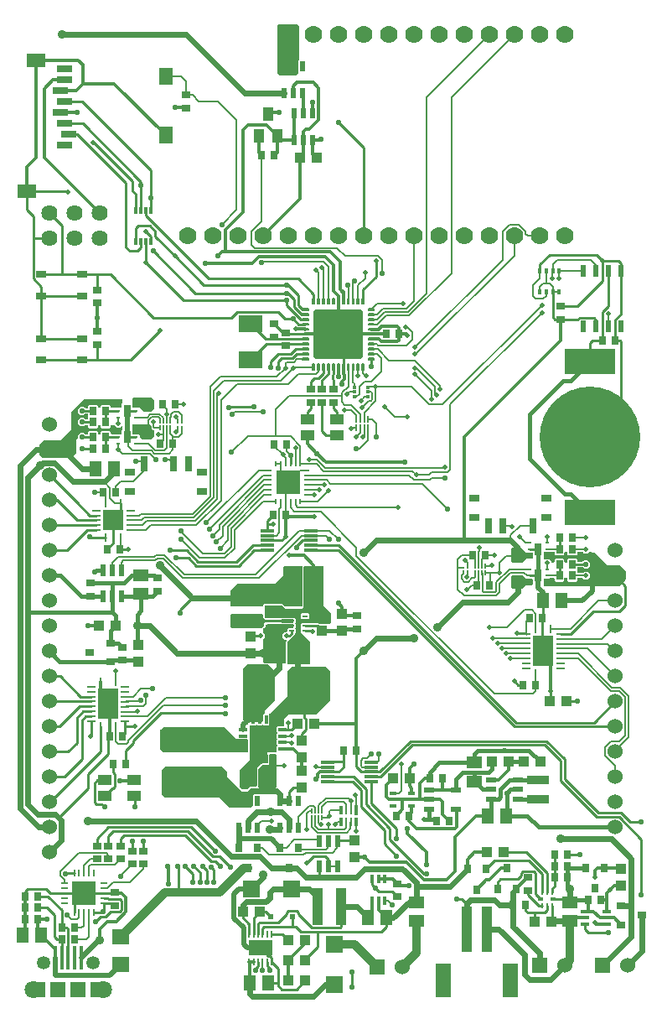
<source format=gbr>
G04 EAGLE Gerber X2 export*
%TF.Part,Single*%
%TF.FileFunction,Copper,L1,Top,Mixed*%
%TF.FilePolarity,Positive*%
%TF.GenerationSoftware,Autodesk,EAGLE,9.2.1*%
%TF.CreationDate,2018-11-01T02:04:35Z*%
G75*
%MOMM*%
%FSLAX34Y34*%
%LPD*%
%INTop Copper*%
%IPPOS*%
%AMOC8*
5,1,8,0,0,1.08239X$1,22.5*%
G01*
%ADD10R,1.300000X1.500000*%
%ADD11R,2.000000X3.000000*%
%ADD12R,1.500000X1.300000*%
%ADD13R,0.900000X0.700000*%
%ADD14R,5.500000X1.450000*%
%ADD15R,2.700000X1.000000*%
%ADD16R,1.000000X1.000000*%
%ADD17R,0.850000X0.350000*%
%ADD18R,0.350000X0.850000*%
%ADD19R,2.700000X2.700000*%
%ADD20C,0.508000*%
%ADD21R,0.550000X0.250000*%
%ADD22R,1.050000X0.600000*%
%ADD23R,2.300000X0.850000*%
%ADD24R,0.600000X0.300000*%
%ADD25R,0.250000X0.550000*%
%ADD26R,0.200000X0.550000*%
%ADD27R,0.700000X0.900000*%
%ADD28R,0.800000X0.900000*%
%ADD29R,0.250000X0.700000*%
%ADD30R,2.380000X1.650000*%
%ADD31R,0.600000X0.600000*%
%ADD32R,0.980000X3.700000*%
%ADD33R,0.600000X1.050000*%
%ADD34R,0.190000X0.510000*%
%ADD35R,0.250000X0.950000*%
%ADD36R,0.300000X0.950000*%
%ADD37R,0.300000X1.000000*%
%ADD38R,0.400000X0.260000*%
%ADD39R,0.800000X1.300000*%
%ADD40C,0.230000*%
%ADD41R,1.000000X0.800000*%
%ADD42R,0.700000X1.600000*%
%ADD43C,1.524000*%
%ADD44C,1.778000*%
%ADD45R,0.200000X0.700000*%
%ADD46R,0.600000X1.200000*%
%ADD47C,10.160000*%
%ADD48R,5.080000X2.540000*%
%ADD49R,0.350000X0.500000*%
%ADD50R,1.000000X0.550000*%
%ADD51R,0.800000X0.350000*%
%ADD52R,0.550000X1.200000*%
%ADD53R,1.100000X1.000000*%
%ADD54R,0.300000X0.800000*%
%ADD55R,0.700000X0.250000*%
%ADD56R,2.450000X2.450000*%
%ADD57R,0.450000X2.350000*%
%ADD58C,1.350000*%
%ADD59C,1.800000*%
%ADD60R,1.500000X1.550000*%
%ADD61R,1.400000X1.100000*%
%ADD62R,0.450000X0.300000*%
%ADD63C,1.625600*%
%ADD64R,1.050000X0.650000*%
%ADD65C,0.150000*%
%ADD66C,0.500000*%
%ADD67R,2.400000X1.700000*%
%ADD68R,1.900000X1.400000*%
%ADD69R,1.400000X1.800000*%
%ADD70R,1.500000X0.700000*%
%ADD71R,0.600000X1.100000*%
%ADD72R,1.000000X1.400000*%
%ADD73R,1.000000X1.100000*%
%ADD74R,0.850000X0.280000*%
%ADD75R,0.280000X0.850000*%
%ADD76R,2.050000X3.050000*%
%ADD77R,2.050000X2.050000*%
%ADD78R,0.900000X0.800000*%
%ADD79R,1.450000X0.300000*%
%ADD80R,1.524000X1.524000*%
%ADD81R,1.800000X1.700000*%
%ADD82R,1.700000X1.800000*%
%ADD83R,1.000000X4.600000*%
%ADD84R,1.600000X3.400000*%
%ADD85R,1.800000X1.600000*%
%ADD86R,0.600000X0.240000*%
%ADD87R,0.240000X0.600000*%
%ADD88C,0.254000*%
%ADD89C,0.508000*%
%ADD90C,0.609600*%
%ADD91C,0.554000*%
%ADD92C,0.900000*%
%ADD93C,0.406400*%
%ADD94C,0.200000*%
%ADD95C,0.304800*%
%ADD96C,0.152400*%
%ADD97C,0.812800*%

G36*
X237657Y216424D02*
X237657Y216424D01*
X237748Y216431D01*
X237777Y216443D01*
X237809Y216449D01*
X237890Y216491D01*
X237974Y216527D01*
X238006Y216553D01*
X238027Y216564D01*
X238049Y216587D01*
X238105Y216632D01*
X240676Y219203D01*
X247142Y219203D01*
X247162Y219206D01*
X247181Y219204D01*
X247283Y219226D01*
X247385Y219242D01*
X247402Y219252D01*
X247422Y219256D01*
X247511Y219309D01*
X247602Y219358D01*
X247616Y219372D01*
X247633Y219382D01*
X247700Y219461D01*
X247772Y219536D01*
X247780Y219554D01*
X247793Y219569D01*
X247832Y219665D01*
X247875Y219759D01*
X247877Y219779D01*
X247885Y219797D01*
X247903Y219964D01*
X247903Y237167D01*
X248188Y237452D01*
X248242Y237526D01*
X248301Y237596D01*
X248313Y237626D01*
X248332Y237652D01*
X248359Y237739D01*
X248393Y237824D01*
X248397Y237865D01*
X248404Y237887D01*
X248403Y237919D01*
X248411Y237990D01*
X248411Y238445D01*
X251775Y241809D01*
X252230Y241809D01*
X252320Y241824D01*
X252411Y241831D01*
X252440Y241843D01*
X252472Y241849D01*
X252553Y241891D01*
X252637Y241927D01*
X252669Y241953D01*
X252690Y241964D01*
X252712Y241987D01*
X252768Y242032D01*
X253053Y242317D01*
X256547Y242317D01*
X256638Y242331D01*
X256728Y242339D01*
X256758Y242351D01*
X256790Y242356D01*
X256871Y242399D01*
X256955Y242435D01*
X256987Y242461D01*
X257008Y242472D01*
X257030Y242495D01*
X257086Y242540D01*
X257840Y243294D01*
X257885Y243357D01*
X257913Y243386D01*
X257918Y243397D01*
X257953Y243438D01*
X257965Y243468D01*
X257984Y243494D01*
X258011Y243581D01*
X258045Y243666D01*
X258049Y243707D01*
X258056Y243729D01*
X258055Y243761D01*
X258063Y243833D01*
X258063Y253677D01*
X259403Y255017D01*
X267214Y255017D01*
X267234Y255020D01*
X267253Y255018D01*
X267355Y255040D01*
X267457Y255056D01*
X267474Y255066D01*
X267494Y255070D01*
X267583Y255123D01*
X267674Y255172D01*
X267688Y255186D01*
X267705Y255196D01*
X267772Y255275D01*
X267844Y255350D01*
X267852Y255368D01*
X267865Y255383D01*
X267904Y255479D01*
X267947Y255573D01*
X267949Y255593D01*
X267957Y255611D01*
X267975Y255778D01*
X267975Y259332D01*
X268305Y259662D01*
X268317Y259678D01*
X268333Y259690D01*
X268389Y259777D01*
X268449Y259861D01*
X268455Y259880D01*
X268466Y259897D01*
X268491Y259998D01*
X268521Y260097D01*
X268521Y260116D01*
X268526Y260136D01*
X268518Y260239D01*
X268515Y260342D01*
X268508Y260361D01*
X268507Y260381D01*
X268466Y260476D01*
X268431Y260573D01*
X268418Y260589D01*
X268410Y260607D01*
X268305Y260738D01*
X267975Y261068D01*
X267975Y265832D01*
X268305Y266162D01*
X268317Y266178D01*
X268333Y266190D01*
X268389Y266277D01*
X268449Y266361D01*
X268455Y266380D01*
X268466Y266397D01*
X268491Y266498D01*
X268521Y266597D01*
X268521Y266616D01*
X268526Y266636D01*
X268518Y266739D01*
X268515Y266842D01*
X268508Y266861D01*
X268507Y266881D01*
X268466Y266976D01*
X268431Y267073D01*
X268418Y267089D01*
X268410Y267107D01*
X268305Y267238D01*
X267975Y267568D01*
X267975Y272332D01*
X268305Y272662D01*
X268317Y272678D01*
X268333Y272690D01*
X268389Y272777D01*
X268449Y272861D01*
X268455Y272880D01*
X268466Y272897D01*
X268491Y272998D01*
X268521Y273097D01*
X268521Y273116D01*
X268526Y273136D01*
X268518Y273239D01*
X268515Y273342D01*
X268508Y273361D01*
X268507Y273381D01*
X268466Y273476D01*
X268431Y273573D01*
X268418Y273589D01*
X268410Y273607D01*
X268305Y273738D01*
X267975Y274068D01*
X267975Y278832D01*
X268868Y279725D01*
X274320Y279725D01*
X274340Y279728D01*
X274359Y279726D01*
X274461Y279748D01*
X274563Y279764D01*
X274580Y279774D01*
X274600Y279778D01*
X274689Y279831D01*
X274780Y279880D01*
X274794Y279894D01*
X274811Y279904D01*
X274878Y279983D01*
X274950Y280058D01*
X274958Y280076D01*
X274971Y280091D01*
X275010Y280187D01*
X275053Y280281D01*
X275055Y280301D01*
X275063Y280319D01*
X275081Y280486D01*
X275081Y286705D01*
X279715Y291339D01*
X307340Y291339D01*
X307430Y291354D01*
X307521Y291361D01*
X307551Y291373D01*
X307583Y291379D01*
X307663Y291421D01*
X307747Y291457D01*
X307779Y291483D01*
X307800Y291494D01*
X307822Y291517D01*
X307878Y291562D01*
X321848Y305532D01*
X321901Y305606D01*
X321961Y305675D01*
X321973Y305705D01*
X321992Y305731D01*
X322019Y305818D01*
X322053Y305903D01*
X322057Y305944D01*
X322064Y305967D01*
X322063Y305999D01*
X322071Y306070D01*
X322071Y335280D01*
X322057Y335370D01*
X322049Y335461D01*
X322037Y335491D01*
X322032Y335523D01*
X321989Y335603D01*
X321953Y335687D01*
X321927Y335719D01*
X321916Y335740D01*
X321893Y335762D01*
X321848Y335818D01*
X318038Y339628D01*
X317964Y339681D01*
X317895Y339741D01*
X317865Y339753D01*
X317839Y339772D01*
X317752Y339799D01*
X317667Y339833D01*
X317626Y339837D01*
X317603Y339844D01*
X317571Y339843D01*
X317500Y339851D01*
X283210Y339851D01*
X283120Y339837D01*
X283029Y339829D01*
X282999Y339817D01*
X282967Y339812D01*
X282887Y339769D01*
X282803Y339733D01*
X282771Y339707D01*
X282750Y339696D01*
X282728Y339673D01*
X282672Y339628D01*
X278862Y335818D01*
X278809Y335744D01*
X278749Y335675D01*
X278737Y335645D01*
X278718Y335619D01*
X278691Y335532D01*
X278657Y335447D01*
X278653Y335406D01*
X278646Y335383D01*
X278647Y335351D01*
X278639Y335280D01*
X278639Y310195D01*
X260688Y292245D01*
X260676Y292228D01*
X260661Y292216D01*
X260605Y292129D01*
X260545Y292045D01*
X260539Y292026D01*
X260528Y292009D01*
X260503Y291909D01*
X260472Y291810D01*
X260473Y291790D01*
X260468Y291770D01*
X260476Y291667D01*
X260479Y291564D01*
X260485Y291545D01*
X260487Y291525D01*
X260525Y291437D01*
X260525Y281568D01*
X259632Y280675D01*
X254868Y280675D01*
X254538Y281005D01*
X254522Y281017D01*
X254510Y281033D01*
X254423Y281089D01*
X254339Y281149D01*
X254320Y281155D01*
X254303Y281166D01*
X254202Y281191D01*
X254103Y281221D01*
X254084Y281221D01*
X254064Y281226D01*
X253961Y281218D01*
X253858Y281215D01*
X253839Y281208D01*
X253819Y281207D01*
X253724Y281166D01*
X253627Y281131D01*
X253611Y281118D01*
X253593Y281110D01*
X253462Y281005D01*
X253132Y280675D01*
X248368Y280675D01*
X248038Y281005D01*
X248022Y281017D01*
X248010Y281033D01*
X247923Y281089D01*
X247839Y281149D01*
X247820Y281155D01*
X247803Y281166D01*
X247702Y281191D01*
X247603Y281221D01*
X247584Y281221D01*
X247564Y281226D01*
X247461Y281218D01*
X247358Y281215D01*
X247339Y281208D01*
X247319Y281207D01*
X247224Y281166D01*
X247127Y281131D01*
X247111Y281118D01*
X247093Y281110D01*
X246962Y281005D01*
X246632Y280675D01*
X241868Y280675D01*
X241838Y280705D01*
X241780Y280747D01*
X241728Y280797D01*
X241681Y280819D01*
X241639Y280849D01*
X241570Y280870D01*
X241505Y280900D01*
X241453Y280906D01*
X241404Y280921D01*
X241332Y280919D01*
X241261Y280927D01*
X241210Y280916D01*
X241158Y280915D01*
X241090Y280890D01*
X241020Y280875D01*
X240975Y280848D01*
X240927Y280831D01*
X240871Y280786D01*
X240809Y280749D01*
X240775Y280709D01*
X240735Y280677D01*
X240696Y280617D01*
X240649Y280562D01*
X240630Y280514D01*
X240602Y280470D01*
X240584Y280400D01*
X240557Y280334D01*
X240549Y280263D01*
X240541Y280231D01*
X240543Y280208D01*
X240539Y280167D01*
X240539Y245425D01*
X230602Y235488D01*
X230549Y235414D01*
X230489Y235345D01*
X230477Y235315D01*
X230458Y235289D01*
X230431Y235202D01*
X230397Y235117D01*
X230393Y235076D01*
X230386Y235053D01*
X230387Y235021D01*
X230379Y234950D01*
X230379Y218940D01*
X230394Y218850D01*
X230401Y218759D01*
X230413Y218730D01*
X230419Y218698D01*
X230461Y218617D01*
X230497Y218533D01*
X230523Y218501D01*
X230534Y218480D01*
X230557Y218458D01*
X230602Y218402D01*
X232372Y216632D01*
X232446Y216579D01*
X232516Y216519D01*
X232546Y216507D01*
X232572Y216488D01*
X232659Y216461D01*
X232744Y216427D01*
X232785Y216423D01*
X232807Y216416D01*
X232839Y216417D01*
X232910Y216409D01*
X237567Y216409D01*
X237657Y216424D01*
G37*
G36*
X241470Y197374D02*
X241470Y197374D01*
X241561Y197381D01*
X241591Y197393D01*
X241623Y197399D01*
X241703Y197441D01*
X241787Y197477D01*
X241819Y197503D01*
X241840Y197514D01*
X241862Y197537D01*
X241918Y197582D01*
X243512Y199176D01*
X243565Y199250D01*
X243625Y199319D01*
X243637Y199349D01*
X243656Y199375D01*
X243683Y199462D01*
X243717Y199547D01*
X243721Y199588D01*
X243728Y199611D01*
X243727Y199643D01*
X243735Y199714D01*
X243735Y209882D01*
X244628Y210775D01*
X246934Y210775D01*
X247005Y210786D01*
X247076Y210788D01*
X247125Y210806D01*
X247177Y210814D01*
X247240Y210848D01*
X247307Y210873D01*
X247348Y210905D01*
X247394Y210930D01*
X247443Y210981D01*
X247499Y211026D01*
X247528Y211070D01*
X247564Y211108D01*
X247594Y211173D01*
X247632Y211233D01*
X247645Y211284D01*
X247667Y211331D01*
X247675Y211402D01*
X247693Y211472D01*
X247688Y211524D01*
X247694Y211575D01*
X247679Y211646D01*
X247673Y211717D01*
X247653Y211765D01*
X247642Y211816D01*
X247605Y211877D01*
X247577Y211943D01*
X247532Y211999D01*
X247516Y212027D01*
X247498Y212042D01*
X247472Y212074D01*
X245648Y213898D01*
X245574Y213951D01*
X245505Y214011D01*
X245475Y214023D01*
X245449Y214042D01*
X245362Y214069D01*
X245277Y214103D01*
X245236Y214107D01*
X245213Y214114D01*
X245181Y214113D01*
X245110Y214121D01*
X232725Y214121D01*
X217931Y228915D01*
X217931Y233680D01*
X217917Y233770D01*
X217909Y233861D01*
X217897Y233891D01*
X217892Y233923D01*
X217849Y234003D01*
X217813Y234087D01*
X217787Y234119D01*
X217776Y234140D01*
X217753Y234162D01*
X217708Y234218D01*
X212628Y239298D01*
X212554Y239351D01*
X212485Y239411D01*
X212455Y239423D01*
X212429Y239442D01*
X212342Y239469D01*
X212257Y239503D01*
X212216Y239507D01*
X212193Y239514D01*
X212161Y239513D01*
X212090Y239521D01*
X156210Y239521D01*
X156120Y239507D01*
X156029Y239499D01*
X155999Y239487D01*
X155967Y239482D01*
X155887Y239439D01*
X155803Y239403D01*
X155771Y239377D01*
X155750Y239366D01*
X155728Y239343D01*
X155672Y239298D01*
X151862Y235488D01*
X151809Y235414D01*
X151749Y235345D01*
X151737Y235315D01*
X151718Y235289D01*
X151691Y235202D01*
X151657Y235117D01*
X151653Y235076D01*
X151646Y235053D01*
X151647Y235021D01*
X151639Y234950D01*
X151639Y212090D01*
X151654Y212000D01*
X151661Y211909D01*
X151673Y211879D01*
X151679Y211847D01*
X151721Y211767D01*
X151757Y211683D01*
X151783Y211651D01*
X151794Y211630D01*
X151817Y211608D01*
X151862Y211552D01*
X155379Y208035D01*
X155451Y207983D01*
X155519Y207924D01*
X155551Y207911D01*
X155578Y207891D01*
X155664Y207865D01*
X155747Y207831D01*
X155790Y207826D01*
X155814Y207819D01*
X155845Y207820D01*
X155913Y207812D01*
X210467Y207556D01*
X220442Y197582D01*
X220516Y197529D01*
X220585Y197469D01*
X220615Y197457D01*
X220641Y197438D01*
X220728Y197411D01*
X220813Y197377D01*
X220854Y197373D01*
X220877Y197366D01*
X220909Y197367D01*
X220980Y197359D01*
X241380Y197359D01*
X241470Y197374D01*
G37*
G36*
X301055Y342277D02*
X301055Y342277D01*
X301121Y342279D01*
X301164Y342297D01*
X301211Y342305D01*
X301268Y342339D01*
X301328Y342364D01*
X301363Y342395D01*
X301404Y342420D01*
X301446Y342471D01*
X301494Y342515D01*
X301516Y342557D01*
X301545Y342594D01*
X301566Y342656D01*
X301597Y342715D01*
X301605Y342769D01*
X301617Y342806D01*
X301616Y342846D01*
X301624Y342900D01*
X301624Y364490D01*
X301617Y364532D01*
X301619Y364574D01*
X301597Y364641D01*
X301585Y364711D01*
X301563Y364747D01*
X301550Y364788D01*
X301496Y364861D01*
X301470Y364904D01*
X301454Y364917D01*
X301438Y364938D01*
X294004Y372373D01*
X294004Y372631D01*
X293993Y372696D01*
X293991Y372762D01*
X293973Y372805D01*
X293965Y372852D01*
X293931Y372909D01*
X293906Y372969D01*
X293875Y373004D01*
X293850Y373045D01*
X293799Y373087D01*
X293755Y373135D01*
X293713Y373157D01*
X293676Y373186D01*
X293614Y373207D01*
X293555Y373238D01*
X293501Y373246D01*
X293464Y373258D01*
X293424Y373257D01*
X293370Y373265D01*
X292928Y373265D01*
X292035Y374158D01*
X292035Y377922D01*
X292205Y378091D01*
X292243Y378146D01*
X292288Y378193D01*
X292306Y378237D01*
X292333Y378276D01*
X292350Y378339D01*
X292375Y378400D01*
X292377Y378447D01*
X292389Y378493D01*
X292382Y378558D01*
X292385Y378624D01*
X292371Y378669D01*
X292366Y378716D01*
X292337Y378775D01*
X292317Y378838D01*
X292284Y378882D01*
X292267Y378917D01*
X292238Y378944D01*
X292205Y378988D01*
X292035Y379158D01*
X292035Y382922D01*
X292928Y383815D01*
X294870Y383815D01*
X294911Y383822D01*
X294954Y383820D01*
X294999Y383835D01*
X310118Y383835D01*
X310861Y383092D01*
X310896Y383067D01*
X310924Y383036D01*
X310987Y383004D01*
X311045Y382963D01*
X311086Y382953D01*
X311124Y382933D01*
X311214Y382920D01*
X311262Y382908D01*
X311283Y382910D01*
X311309Y382906D01*
X321310Y382906D01*
X321352Y382913D01*
X321394Y382911D01*
X321461Y382933D01*
X321531Y382945D01*
X321567Y382967D01*
X321608Y382980D01*
X321681Y383034D01*
X321724Y383060D01*
X321737Y383076D01*
X321758Y383092D01*
X323028Y384362D01*
X323053Y384396D01*
X323084Y384425D01*
X323116Y384488D01*
X323157Y384546D01*
X323167Y384587D01*
X323187Y384625D01*
X323200Y384714D01*
X323213Y384763D01*
X323210Y384784D01*
X323214Y384810D01*
X323214Y393700D01*
X323207Y393742D01*
X323209Y393784D01*
X323187Y393851D01*
X323175Y393921D01*
X323153Y393957D01*
X323140Y393998D01*
X323086Y394071D01*
X323060Y394114D01*
X323044Y394127D01*
X323028Y394148D01*
X315594Y401583D01*
X315594Y440690D01*
X315583Y440755D01*
X315581Y440821D01*
X315563Y440864D01*
X315555Y440911D01*
X315521Y440968D01*
X315496Y441028D01*
X315465Y441063D01*
X315440Y441104D01*
X315389Y441146D01*
X315345Y441194D01*
X315303Y441216D01*
X315266Y441245D01*
X315204Y441266D01*
X315145Y441297D01*
X315091Y441305D01*
X315054Y441317D01*
X315014Y441316D01*
X314960Y441324D01*
X295910Y441324D01*
X295845Y441313D01*
X295779Y441311D01*
X295736Y441293D01*
X295689Y441285D01*
X295632Y441251D01*
X295572Y441226D01*
X295537Y441195D01*
X295496Y441170D01*
X295455Y441119D01*
X295406Y441075D01*
X295384Y441033D01*
X295355Y440996D01*
X295334Y440934D01*
X295303Y440875D01*
X295295Y440821D01*
X295283Y440784D01*
X295284Y440744D01*
X295276Y440690D01*
X295276Y400313D01*
X293107Y398144D01*
X277123Y398144D01*
X273498Y401768D01*
X273464Y401793D01*
X273435Y401824D01*
X273372Y401856D01*
X273314Y401897D01*
X273273Y401907D01*
X273235Y401927D01*
X273146Y401940D01*
X273097Y401953D01*
X273076Y401950D01*
X273050Y401954D01*
X256540Y401954D01*
X256475Y401943D01*
X256409Y401941D01*
X256366Y401923D01*
X256319Y401915D01*
X256262Y401881D01*
X256202Y401856D01*
X256167Y401825D01*
X256126Y401800D01*
X256085Y401749D01*
X256036Y401705D01*
X256014Y401663D01*
X255985Y401626D01*
X255964Y401564D01*
X255933Y401505D01*
X255925Y401451D01*
X255913Y401414D01*
X255914Y401374D01*
X255906Y401320D01*
X255906Y389890D01*
X255917Y389825D01*
X255919Y389759D01*
X255937Y389716D01*
X255945Y389669D01*
X255979Y389612D01*
X256004Y389552D01*
X256035Y389517D01*
X256060Y389476D01*
X256111Y389435D01*
X256155Y389386D01*
X256197Y389364D01*
X256234Y389335D01*
X256296Y389314D01*
X256355Y389283D01*
X256409Y389275D01*
X256446Y389263D01*
X256486Y389264D01*
X256540Y389256D01*
X286386Y389256D01*
X286386Y388883D01*
X286393Y388841D01*
X286391Y388799D01*
X286413Y388732D01*
X286425Y388662D01*
X286447Y388626D01*
X286460Y388585D01*
X286514Y388513D01*
X286540Y388469D01*
X286556Y388456D01*
X286572Y388435D01*
X287085Y387922D01*
X287085Y384158D01*
X286915Y383988D01*
X286877Y383935D01*
X286832Y383887D01*
X286814Y383843D01*
X286787Y383804D01*
X286770Y383741D01*
X286745Y383680D01*
X286743Y383633D01*
X286731Y383587D01*
X286738Y383522D01*
X286735Y383456D01*
X286749Y383411D01*
X286754Y383364D01*
X286783Y383305D01*
X286803Y383242D01*
X286836Y383198D01*
X286853Y383163D01*
X286882Y383136D01*
X286915Y383091D01*
X287085Y382922D01*
X287085Y379158D01*
X286915Y378988D01*
X286877Y378935D01*
X286832Y378887D01*
X286814Y378843D01*
X286787Y378804D01*
X286770Y378741D01*
X286745Y378680D01*
X286743Y378633D01*
X286731Y378587D01*
X286738Y378522D01*
X286735Y378456D01*
X286749Y378411D01*
X286754Y378364D01*
X286783Y378305D01*
X286803Y378242D01*
X286836Y378198D01*
X286853Y378163D01*
X286882Y378136D01*
X286915Y378091D01*
X287085Y377922D01*
X287085Y374158D01*
X286572Y373645D01*
X286547Y373610D01*
X286516Y373582D01*
X286484Y373519D01*
X286443Y373461D01*
X286433Y373420D01*
X286413Y373382D01*
X286400Y373292D01*
X286388Y373244D01*
X286390Y373223D01*
X286386Y373197D01*
X286386Y372373D01*
X278952Y364938D01*
X278927Y364904D01*
X278896Y364875D01*
X278864Y364812D01*
X278823Y364754D01*
X278813Y364713D01*
X278793Y364675D01*
X278780Y364586D01*
X278774Y364561D01*
X278773Y364558D01*
X278773Y364557D01*
X278768Y364537D01*
X278770Y364516D01*
X278766Y364490D01*
X278766Y342900D01*
X278777Y342835D01*
X278779Y342769D01*
X278797Y342726D01*
X278805Y342679D01*
X278839Y342622D01*
X278864Y342562D01*
X278895Y342527D01*
X278920Y342486D01*
X278971Y342445D01*
X279015Y342396D01*
X279057Y342374D01*
X279094Y342345D01*
X279156Y342324D01*
X279215Y342293D01*
X279269Y342285D01*
X279306Y342273D01*
X279346Y342274D01*
X279400Y342266D01*
X300990Y342266D01*
X301055Y342277D01*
G37*
G36*
X238194Y253242D02*
X238194Y253242D01*
X238213Y253240D01*
X238315Y253262D01*
X238417Y253279D01*
X238434Y253288D01*
X238454Y253292D01*
X238543Y253345D01*
X238634Y253394D01*
X238648Y253408D01*
X238665Y253418D01*
X238732Y253497D01*
X238804Y253572D01*
X238812Y253590D01*
X238825Y253605D01*
X238864Y253701D01*
X238907Y253795D01*
X238909Y253815D01*
X238917Y253833D01*
X238935Y254000D01*
X238935Y257519D01*
X238957Y257572D01*
X238961Y257613D01*
X238968Y257636D01*
X238967Y257668D01*
X238975Y257739D01*
X238975Y264661D01*
X238972Y264679D01*
X238974Y264697D01*
X238959Y264765D01*
X238953Y264842D01*
X238941Y264872D01*
X238936Y264904D01*
X238935Y264904D01*
X238935Y265914D01*
X238932Y265934D01*
X238934Y265953D01*
X238912Y266055D01*
X238896Y266157D01*
X238886Y266174D01*
X238882Y266194D01*
X238829Y266283D01*
X238780Y266374D01*
X238766Y266388D01*
X238756Y266405D01*
X238677Y266472D01*
X238602Y266544D01*
X238584Y266552D01*
X238569Y266565D01*
X238473Y266604D01*
X238379Y266647D01*
X238359Y266649D01*
X238341Y266657D01*
X238174Y266675D01*
X229368Y266675D01*
X228805Y267238D01*
X228731Y267291D01*
X228662Y267351D01*
X228632Y267363D01*
X228606Y267382D01*
X228519Y267409D01*
X228434Y267443D01*
X228393Y267447D01*
X228371Y267454D01*
X228338Y267453D01*
X228267Y267461D01*
X226375Y267461D01*
X215168Y278668D01*
X215094Y278721D01*
X215025Y278781D01*
X214995Y278793D01*
X214969Y278812D01*
X214882Y278839D01*
X214797Y278873D01*
X214756Y278877D01*
X214733Y278884D01*
X214701Y278883D01*
X214630Y278891D01*
X153670Y278891D01*
X153580Y278877D01*
X153489Y278869D01*
X153459Y278857D01*
X153427Y278852D01*
X153347Y278809D01*
X153263Y278773D01*
X153231Y278747D01*
X153210Y278736D01*
X153188Y278713D01*
X153132Y278668D01*
X150592Y276128D01*
X150539Y276054D01*
X150479Y275985D01*
X150467Y275955D01*
X150448Y275929D01*
X150421Y275842D01*
X150387Y275757D01*
X150383Y275716D01*
X150376Y275693D01*
X150377Y275661D01*
X150369Y275590D01*
X150369Y256540D01*
X150384Y256450D01*
X150391Y256359D01*
X150403Y256329D01*
X150409Y256297D01*
X150451Y256217D01*
X150487Y256133D01*
X150513Y256101D01*
X150524Y256080D01*
X150547Y256058D01*
X150592Y256002D01*
X153132Y253462D01*
X153206Y253409D01*
X153275Y253349D01*
X153305Y253337D01*
X153331Y253318D01*
X153418Y253291D01*
X153503Y253257D01*
X153544Y253253D01*
X153567Y253246D01*
X153599Y253247D01*
X153670Y253239D01*
X238174Y253239D01*
X238194Y253242D01*
G37*
G36*
X253811Y400697D02*
X253811Y400697D01*
X253877Y400699D01*
X253920Y400717D01*
X253967Y400725D01*
X254024Y400759D01*
X254084Y400784D01*
X254119Y400815D01*
X254160Y400840D01*
X254202Y400891D01*
X254250Y400935D01*
X254272Y400977D01*
X254301Y401014D01*
X254322Y401076D01*
X254353Y401135D01*
X254361Y401189D01*
X254373Y401226D01*
X254372Y401266D01*
X254380Y401320D01*
X254380Y402215D01*
X255646Y403481D01*
X255683Y403487D01*
X255725Y403485D01*
X255792Y403507D01*
X255862Y403519D01*
X255898Y403541D01*
X255939Y403554D01*
X256007Y403605D01*
X272304Y403605D01*
X272357Y403578D01*
X272415Y403537D01*
X272456Y403527D01*
X272494Y403507D01*
X272583Y403494D01*
X272632Y403481D01*
X272653Y403484D01*
X272679Y403480D01*
X273945Y403480D01*
X276553Y400872D01*
X276588Y400847D01*
X276616Y400816D01*
X276679Y400784D01*
X276737Y400743D01*
X276778Y400733D01*
X276816Y400713D01*
X276906Y400700D01*
X276954Y400688D01*
X276975Y400690D01*
X277001Y400686D01*
X293116Y400686D01*
X293181Y400697D01*
X293247Y400699D01*
X293290Y400717D01*
X293337Y400725D01*
X293394Y400759D01*
X293454Y400784D01*
X293489Y400815D01*
X293530Y400840D01*
X293572Y400891D01*
X293620Y400935D01*
X293642Y400977D01*
X293671Y401014D01*
X293692Y401076D01*
X293723Y401135D01*
X293731Y401189D01*
X293743Y401226D01*
X293742Y401266D01*
X293750Y401320D01*
X293750Y440690D01*
X293739Y440755D01*
X293737Y440821D01*
X293719Y440864D01*
X293711Y440911D01*
X293677Y440968D01*
X293652Y441028D01*
X293621Y441063D01*
X293596Y441104D01*
X293545Y441146D01*
X293501Y441194D01*
X293459Y441216D01*
X293422Y441245D01*
X293360Y441266D01*
X293301Y441297D01*
X293247Y441305D01*
X293210Y441317D01*
X293170Y441316D01*
X293116Y441324D01*
X275590Y441324D01*
X275525Y441313D01*
X275459Y441311D01*
X275416Y441293D01*
X275369Y441285D01*
X275312Y441251D01*
X275252Y441226D01*
X275217Y441195D01*
X275176Y441170D01*
X275135Y441119D01*
X275086Y441075D01*
X275064Y441033D01*
X275035Y440996D01*
X275014Y440934D01*
X274983Y440875D01*
X274975Y440821D01*
X274963Y440784D01*
X274964Y440744D01*
X274963Y440738D01*
X274963Y440737D01*
X274956Y440690D01*
X274956Y432063D01*
X266437Y423544D01*
X228600Y423544D01*
X228558Y423537D01*
X228516Y423539D01*
X228449Y423517D01*
X228379Y423505D01*
X228343Y423483D01*
X228302Y423470D01*
X228229Y423416D01*
X228186Y423390D01*
X228173Y423374D01*
X228152Y423358D01*
X221802Y417008D01*
X221777Y416974D01*
X221746Y416945D01*
X221714Y416882D01*
X221673Y416824D01*
X221663Y416783D01*
X221643Y416745D01*
X221631Y416659D01*
X221623Y416636D01*
X221623Y416628D01*
X221618Y416607D01*
X221620Y416586D01*
X221616Y416560D01*
X221616Y401320D01*
X221627Y401255D01*
X221629Y401189D01*
X221647Y401146D01*
X221655Y401099D01*
X221689Y401042D01*
X221714Y400982D01*
X221745Y400947D01*
X221770Y400906D01*
X221821Y400865D01*
X221865Y400816D01*
X221907Y400794D01*
X221944Y400765D01*
X222006Y400744D01*
X222065Y400713D01*
X222119Y400705D01*
X222156Y400693D01*
X222196Y400694D01*
X222250Y400686D01*
X253746Y400686D01*
X253811Y400697D01*
G37*
G36*
X238342Y281699D02*
X238342Y281699D01*
X238394Y281700D01*
X238462Y281725D01*
X238532Y281740D01*
X238577Y281767D01*
X238625Y281785D01*
X238681Y281829D01*
X238743Y281866D01*
X238777Y281906D01*
X238817Y281938D01*
X238856Y281999D01*
X238903Y282053D01*
X238922Y282101D01*
X238950Y282145D01*
X238968Y282215D01*
X238995Y282281D01*
X239003Y282353D01*
X239011Y282384D01*
X239009Y282407D01*
X239013Y282448D01*
X239013Y282887D01*
X240353Y284227D01*
X252737Y284227D01*
X252828Y284241D01*
X252918Y284249D01*
X252948Y284261D01*
X252980Y284266D01*
X253061Y284309D01*
X253145Y284345D01*
X253177Y284371D01*
X253198Y284382D01*
X253220Y284405D01*
X253276Y284450D01*
X253752Y284926D01*
X253805Y285000D01*
X253865Y285070D01*
X253877Y285100D01*
X253896Y285126D01*
X253923Y285213D01*
X253957Y285298D01*
X253961Y285339D01*
X253968Y285361D01*
X253967Y285393D01*
X253975Y285465D01*
X253975Y291332D01*
X254868Y292225D01*
X255270Y292225D01*
X255290Y292228D01*
X255309Y292226D01*
X255411Y292248D01*
X255513Y292264D01*
X255530Y292274D01*
X255550Y292278D01*
X255639Y292331D01*
X255730Y292380D01*
X255744Y292394D01*
X255761Y292404D01*
X255828Y292483D01*
X255900Y292558D01*
X255908Y292576D01*
X255921Y292591D01*
X255960Y292687D01*
X256003Y292781D01*
X256005Y292801D01*
X256013Y292819D01*
X256031Y292986D01*
X256031Y295595D01*
X265968Y305532D01*
X266014Y305595D01*
X266036Y305619D01*
X266041Y305628D01*
X266081Y305675D01*
X266093Y305705D01*
X266112Y305731D01*
X266139Y305818D01*
X266173Y305903D01*
X266177Y305944D01*
X266184Y305967D01*
X266183Y305999D01*
X266191Y306070D01*
X266191Y335280D01*
X266177Y335370D01*
X266169Y335461D01*
X266157Y335491D01*
X266152Y335523D01*
X266109Y335603D01*
X266073Y335687D01*
X266047Y335719D01*
X266036Y335740D01*
X266013Y335762D01*
X265968Y335818D01*
X259618Y342168D01*
X259544Y342221D01*
X259475Y342281D01*
X259445Y342293D01*
X259419Y342312D01*
X259332Y342339D01*
X259247Y342373D01*
X259206Y342377D01*
X259183Y342384D01*
X259151Y342383D01*
X259080Y342391D01*
X238760Y342391D01*
X238670Y342377D01*
X238579Y342369D01*
X238549Y342357D01*
X238517Y342352D01*
X238437Y342309D01*
X238353Y342273D01*
X238321Y342247D01*
X238300Y342236D01*
X238278Y342213D01*
X238222Y342168D01*
X234412Y338358D01*
X234359Y338284D01*
X234299Y338215D01*
X234287Y338185D01*
X234268Y338159D01*
X234241Y338072D01*
X234207Y337987D01*
X234203Y337946D01*
X234196Y337923D01*
X234197Y337891D01*
X234189Y337820D01*
X234189Y285750D01*
X234204Y285660D01*
X234211Y285569D01*
X234223Y285539D01*
X234229Y285507D01*
X234271Y285427D01*
X234307Y285343D01*
X234333Y285311D01*
X234344Y285290D01*
X234367Y285268D01*
X234412Y285212D01*
X237714Y281910D01*
X237772Y281868D01*
X237824Y281818D01*
X237871Y281797D01*
X237913Y281766D01*
X237982Y281745D01*
X238047Y281715D01*
X238099Y281709D01*
X238149Y281694D01*
X238220Y281696D01*
X238291Y281688D01*
X238342Y281699D01*
G37*
G36*
X613500Y420894D02*
X613500Y420894D01*
X613591Y420901D01*
X613621Y420913D01*
X613653Y420919D01*
X613733Y420961D01*
X613817Y420997D01*
X613849Y421023D01*
X613870Y421034D01*
X613892Y421057D01*
X613948Y421102D01*
X620298Y427452D01*
X620351Y427526D01*
X620411Y427595D01*
X620423Y427625D01*
X620442Y427651D01*
X620469Y427738D01*
X620503Y427823D01*
X620507Y427864D01*
X620514Y427887D01*
X620513Y427919D01*
X620521Y427990D01*
X620521Y436385D01*
X620508Y436468D01*
X620503Y436552D01*
X620488Y436589D01*
X620482Y436627D01*
X620442Y436702D01*
X620410Y436780D01*
X620379Y436821D01*
X620366Y436845D01*
X620345Y436866D01*
X620308Y436913D01*
X614929Y442489D01*
X614851Y442547D01*
X614776Y442611D01*
X614752Y442620D01*
X614732Y442636D01*
X614639Y442666D01*
X614548Y442703D01*
X614516Y442706D01*
X614498Y442712D01*
X614465Y442712D01*
X614381Y442721D01*
X601984Y442721D01*
X589825Y455191D01*
X589753Y455245D01*
X589685Y455305D01*
X589654Y455318D01*
X589627Y455338D01*
X589541Y455365D01*
X589458Y455400D01*
X589416Y455405D01*
X589393Y455413D01*
X589361Y455412D01*
X589292Y455421D01*
X583508Y455512D01*
X583412Y455498D01*
X583315Y455491D01*
X583291Y455480D01*
X583265Y455477D01*
X583178Y455432D01*
X583089Y455394D01*
X583063Y455374D01*
X583046Y455365D01*
X583023Y455341D01*
X582958Y455290D01*
X582074Y454405D01*
X578706Y454405D01*
X577722Y455389D01*
X577653Y455439D01*
X577589Y455496D01*
X577554Y455510D01*
X577523Y455533D01*
X577441Y455558D01*
X577363Y455591D01*
X577313Y455597D01*
X577288Y455605D01*
X577257Y455604D01*
X577196Y455612D01*
X572368Y455688D01*
X572342Y455685D01*
X572317Y455687D01*
X572221Y455667D01*
X572125Y455652D01*
X572102Y455641D01*
X572076Y455635D01*
X571992Y455585D01*
X571905Y455541D01*
X571887Y455522D01*
X571865Y455509D01*
X571802Y455435D01*
X571733Y455365D01*
X571722Y455342D01*
X571705Y455322D01*
X571669Y455232D01*
X571626Y455144D01*
X571623Y455118D01*
X571613Y455094D01*
X571595Y454927D01*
X571595Y453338D01*
X570702Y452445D01*
X562438Y452445D01*
X561545Y453338D01*
X561545Y455110D01*
X561543Y455124D01*
X561545Y455137D01*
X561523Y455245D01*
X561506Y455353D01*
X561499Y455365D01*
X561496Y455379D01*
X561442Y455473D01*
X561390Y455570D01*
X561380Y455580D01*
X561373Y455592D01*
X561292Y455664D01*
X561212Y455739D01*
X561199Y455745D01*
X561189Y455754D01*
X561089Y455797D01*
X560989Y455843D01*
X560975Y455845D01*
X560962Y455850D01*
X560796Y455871D01*
X559368Y455894D01*
X559342Y455890D01*
X559317Y455893D01*
X559221Y455872D01*
X559125Y455858D01*
X559102Y455846D01*
X559076Y455840D01*
X558992Y455790D01*
X558905Y455746D01*
X558887Y455728D01*
X558865Y455714D01*
X558802Y455640D01*
X558733Y455570D01*
X558722Y455547D01*
X558705Y455527D01*
X558669Y455437D01*
X558626Y455349D01*
X558623Y455323D01*
X558613Y455299D01*
X558595Y455132D01*
X558595Y453338D01*
X557702Y452445D01*
X549438Y452445D01*
X548545Y453338D01*
X548545Y455184D01*
X548542Y455204D01*
X548544Y455223D01*
X548522Y455325D01*
X548506Y455427D01*
X548496Y455444D01*
X548492Y455464D01*
X548439Y455553D01*
X548390Y455644D01*
X548376Y455658D01*
X548366Y455675D01*
X548287Y455742D01*
X548212Y455814D01*
X548194Y455822D01*
X548179Y455835D01*
X548083Y455874D01*
X547989Y455917D01*
X547969Y455919D01*
X547951Y455927D01*
X547784Y455945D01*
X544377Y455945D01*
X544287Y455931D01*
X544196Y455923D01*
X544166Y455911D01*
X544134Y455906D01*
X544053Y455863D01*
X543970Y455827D01*
X543937Y455801D01*
X543917Y455790D01*
X543895Y455767D01*
X543839Y455722D01*
X543762Y455645D01*
X538480Y455645D01*
X538460Y455642D01*
X538441Y455644D01*
X538339Y455622D01*
X538237Y455606D01*
X538220Y455596D01*
X538200Y455592D01*
X538111Y455539D01*
X538020Y455490D01*
X538006Y455476D01*
X537989Y455466D01*
X537922Y455387D01*
X537851Y455312D01*
X537842Y455294D01*
X537829Y455279D01*
X537790Y455183D01*
X537747Y455089D01*
X537745Y455069D01*
X537737Y455051D01*
X537719Y454884D01*
X537719Y448785D01*
X537730Y448714D01*
X537732Y448643D01*
X537750Y448594D01*
X537759Y448542D01*
X537792Y448479D01*
X537817Y448411D01*
X537849Y448371D01*
X537874Y448325D01*
X537926Y448275D01*
X537970Y448219D01*
X538014Y448191D01*
X538052Y448155D01*
X538117Y448125D01*
X538177Y448086D01*
X538228Y448074D01*
X538275Y448052D01*
X538346Y448044D01*
X538416Y448026D01*
X538468Y448030D01*
X538519Y448025D01*
X538590Y448040D01*
X538661Y448046D01*
X538709Y448066D01*
X538760Y448077D01*
X538821Y448114D01*
X538887Y448142D01*
X538943Y448187D01*
X538971Y448203D01*
X538986Y448221D01*
X539018Y448247D01*
X539336Y448565D01*
X542704Y448565D01*
X545085Y446184D01*
X545085Y445770D01*
X545088Y445750D01*
X545086Y445731D01*
X545108Y445629D01*
X545124Y445527D01*
X545134Y445510D01*
X545138Y445490D01*
X545191Y445401D01*
X545240Y445310D01*
X545254Y445296D01*
X545264Y445279D01*
X545343Y445212D01*
X545418Y445141D01*
X545436Y445132D01*
X545451Y445119D01*
X545547Y445080D01*
X545641Y445037D01*
X545661Y445035D01*
X545679Y445027D01*
X545846Y445009D01*
X547784Y445009D01*
X547804Y445012D01*
X547823Y445010D01*
X547925Y445032D01*
X548027Y445049D01*
X548044Y445058D01*
X548064Y445062D01*
X548153Y445115D01*
X548244Y445164D01*
X548258Y445178D01*
X548275Y445188D01*
X548342Y445267D01*
X548414Y445342D01*
X548422Y445360D01*
X548435Y445375D01*
X548474Y445471D01*
X548517Y445565D01*
X548519Y445585D01*
X548527Y445603D01*
X548545Y445770D01*
X548545Y448362D01*
X549438Y449255D01*
X557702Y449255D01*
X558595Y448362D01*
X558595Y445770D01*
X558598Y445750D01*
X558596Y445731D01*
X558618Y445629D01*
X558634Y445527D01*
X558644Y445510D01*
X558648Y445490D01*
X558701Y445401D01*
X558750Y445310D01*
X558764Y445296D01*
X558774Y445279D01*
X558853Y445212D01*
X558928Y445141D01*
X558946Y445132D01*
X558961Y445119D01*
X559057Y445080D01*
X559151Y445037D01*
X559171Y445035D01*
X559189Y445027D01*
X559356Y445009D01*
X560784Y445009D01*
X560804Y445012D01*
X560823Y445010D01*
X560925Y445032D01*
X561027Y445049D01*
X561044Y445058D01*
X561064Y445062D01*
X561153Y445115D01*
X561244Y445164D01*
X561258Y445178D01*
X561275Y445188D01*
X561342Y445267D01*
X561414Y445342D01*
X561422Y445360D01*
X561435Y445375D01*
X561474Y445471D01*
X561517Y445565D01*
X561519Y445585D01*
X561527Y445603D01*
X561545Y445770D01*
X561545Y448362D01*
X562438Y449255D01*
X570702Y449255D01*
X571595Y448362D01*
X571595Y446786D01*
X571598Y446766D01*
X571596Y446747D01*
X571618Y446645D01*
X571634Y446543D01*
X571644Y446526D01*
X571648Y446506D01*
X571701Y446417D01*
X571750Y446326D01*
X571764Y446312D01*
X571774Y446295D01*
X571853Y446228D01*
X571928Y446156D01*
X571946Y446148D01*
X571961Y446135D01*
X572057Y446096D01*
X572151Y446053D01*
X572171Y446051D01*
X572189Y446043D01*
X572356Y446025D01*
X576796Y446025D01*
X576886Y446039D01*
X576977Y446047D01*
X577007Y446059D01*
X577038Y446064D01*
X577119Y446107D01*
X577203Y446143D01*
X577235Y446169D01*
X577256Y446180D01*
X577278Y446203D01*
X577334Y446248D01*
X578611Y447525D01*
X582169Y447525D01*
X584685Y445009D01*
X584685Y441451D01*
X582169Y438935D01*
X578611Y438935D01*
X577334Y440212D01*
X577260Y440265D01*
X577191Y440325D01*
X577160Y440337D01*
X577134Y440356D01*
X577047Y440383D01*
X576962Y440417D01*
X576922Y440421D01*
X576899Y440428D01*
X576867Y440427D01*
X576796Y440435D01*
X572356Y440435D01*
X572336Y440432D01*
X572317Y440434D01*
X572215Y440412D01*
X572113Y440396D01*
X572096Y440386D01*
X572076Y440382D01*
X571987Y440329D01*
X571896Y440280D01*
X571882Y440266D01*
X571865Y440256D01*
X571798Y440177D01*
X571726Y440102D01*
X571718Y440084D01*
X571705Y440069D01*
X571666Y439973D01*
X571623Y439879D01*
X571621Y439859D01*
X571613Y439841D01*
X571595Y439674D01*
X571595Y438098D01*
X571550Y438053D01*
X571538Y438037D01*
X571522Y438025D01*
X571466Y437938D01*
X571406Y437854D01*
X571400Y437835D01*
X571389Y437818D01*
X571364Y437717D01*
X571334Y437619D01*
X571334Y437599D01*
X571329Y437579D01*
X571337Y437476D01*
X571340Y437373D01*
X571347Y437354D01*
X571348Y437334D01*
X571389Y437239D01*
X571424Y437142D01*
X571437Y437126D01*
X571445Y437108D01*
X571550Y436977D01*
X571595Y436932D01*
X571595Y435086D01*
X571598Y435066D01*
X571596Y435047D01*
X571618Y434945D01*
X571634Y434843D01*
X571644Y434826D01*
X571648Y434806D01*
X571701Y434717D01*
X571750Y434626D01*
X571764Y434612D01*
X571774Y434595D01*
X571853Y434528D01*
X571928Y434456D01*
X571946Y434448D01*
X571961Y434435D01*
X572057Y434396D01*
X572151Y434353D01*
X572171Y434351D01*
X572189Y434343D01*
X572356Y434325D01*
X576851Y434325D01*
X576941Y434339D01*
X577032Y434347D01*
X577062Y434359D01*
X577094Y434364D01*
X577174Y434407D01*
X577258Y434443D01*
X577290Y434469D01*
X577311Y434480D01*
X577333Y434503D01*
X577389Y434548D01*
X578706Y435865D01*
X582074Y435865D01*
X584455Y433484D01*
X584455Y430116D01*
X582074Y427735D01*
X578706Y427735D01*
X577389Y429052D01*
X577315Y429105D01*
X577246Y429165D01*
X577216Y429177D01*
X577190Y429196D01*
X577103Y429223D01*
X577018Y429257D01*
X576977Y429261D01*
X576954Y429268D01*
X576922Y429267D01*
X576851Y429275D01*
X572356Y429275D01*
X572336Y429272D01*
X572317Y429274D01*
X572215Y429252D01*
X572113Y429236D01*
X572096Y429226D01*
X572076Y429222D01*
X571987Y429169D01*
X571896Y429120D01*
X571882Y429106D01*
X571865Y429096D01*
X571798Y429017D01*
X571726Y428942D01*
X571718Y428924D01*
X571705Y428909D01*
X571666Y428813D01*
X571623Y428719D01*
X571621Y428699D01*
X571613Y428681D01*
X571595Y428514D01*
X571595Y426668D01*
X570702Y425775D01*
X562438Y425775D01*
X561545Y426668D01*
X561545Y429260D01*
X561543Y429277D01*
X561544Y429292D01*
X561544Y429294D01*
X561544Y429299D01*
X561522Y429401D01*
X561506Y429503D01*
X561496Y429520D01*
X561492Y429540D01*
X561439Y429629D01*
X561390Y429720D01*
X561376Y429734D01*
X561366Y429751D01*
X561287Y429818D01*
X561212Y429890D01*
X561194Y429898D01*
X561179Y429911D01*
X561083Y429950D01*
X560989Y429993D01*
X560969Y429995D01*
X560951Y430003D01*
X560784Y430021D01*
X559356Y430021D01*
X559336Y430018D01*
X559317Y430020D01*
X559215Y429998D01*
X559113Y429982D01*
X559096Y429972D01*
X559076Y429968D01*
X558987Y429915D01*
X558896Y429866D01*
X558882Y429852D01*
X558865Y429842D01*
X558798Y429763D01*
X558726Y429688D01*
X558718Y429670D01*
X558705Y429655D01*
X558666Y429559D01*
X558623Y429465D01*
X558621Y429445D01*
X558613Y429427D01*
X558595Y429260D01*
X558595Y426668D01*
X557702Y425775D01*
X549438Y425775D01*
X548545Y426668D01*
X548545Y428514D01*
X548544Y428525D01*
X548544Y428531D01*
X548543Y428538D01*
X548544Y428553D01*
X548522Y428655D01*
X548506Y428757D01*
X548496Y428774D01*
X548492Y428794D01*
X548439Y428883D01*
X548390Y428974D01*
X548376Y428988D01*
X548366Y429005D01*
X548287Y429072D01*
X548212Y429144D01*
X548194Y429152D01*
X548179Y429165D01*
X548083Y429204D01*
X547989Y429247D01*
X547969Y429249D01*
X547951Y429257D01*
X547784Y429275D01*
X544377Y429275D01*
X544287Y429261D01*
X544196Y429253D01*
X544166Y429241D01*
X544134Y429236D01*
X544054Y429193D01*
X543970Y429157D01*
X543937Y429131D01*
X543917Y429120D01*
X543896Y429099D01*
X543894Y429098D01*
X543890Y429093D01*
X543839Y429052D01*
X543762Y428975D01*
X538480Y428975D01*
X538460Y428972D01*
X538441Y428974D01*
X538339Y428952D01*
X538237Y428936D01*
X538220Y428926D01*
X538200Y428922D01*
X538111Y428869D01*
X538020Y428820D01*
X538006Y428806D01*
X537989Y428796D01*
X537922Y428717D01*
X537851Y428642D01*
X537842Y428624D01*
X537829Y428609D01*
X537790Y428513D01*
X537747Y428419D01*
X537745Y428399D01*
X537737Y428381D01*
X537719Y428214D01*
X537719Y421640D01*
X537722Y421620D01*
X537720Y421601D01*
X537742Y421499D01*
X537759Y421397D01*
X537768Y421380D01*
X537772Y421360D01*
X537825Y421271D01*
X537874Y421180D01*
X537888Y421166D01*
X537898Y421149D01*
X537977Y421082D01*
X538052Y421011D01*
X538070Y421002D01*
X538085Y420989D01*
X538181Y420950D01*
X538275Y420907D01*
X538295Y420905D01*
X538313Y420897D01*
X538480Y420879D01*
X613410Y420879D01*
X613500Y420894D01*
G37*
G36*
X59812Y550553D02*
X59812Y550553D01*
X59854Y550551D01*
X59921Y550573D01*
X59991Y550585D01*
X60027Y550607D01*
X60068Y550620D01*
X60141Y550674D01*
X60184Y550700D01*
X60197Y550716D01*
X60218Y550732D01*
X65218Y555732D01*
X65243Y555766D01*
X65274Y555795D01*
X65306Y555858D01*
X65347Y555916D01*
X65357Y555957D01*
X65377Y555995D01*
X65390Y556084D01*
X65403Y556133D01*
X65400Y556154D01*
X65404Y556180D01*
X65404Y568697D01*
X66639Y569933D01*
X66664Y569967D01*
X66695Y569996D01*
X66727Y570059D01*
X66768Y570117D01*
X66778Y570158D01*
X66798Y570196D01*
X66811Y570285D01*
X66824Y570334D01*
X66821Y570355D01*
X66825Y570381D01*
X66825Y573279D01*
X69341Y575795D01*
X72899Y575795D01*
X73832Y574862D01*
X73867Y574837D01*
X73896Y574806D01*
X73959Y574774D01*
X74016Y574733D01*
X74057Y574723D01*
X74095Y574703D01*
X74185Y574690D01*
X74234Y574678D01*
X74254Y574680D01*
X74281Y574676D01*
X76741Y574676D01*
X76806Y574687D01*
X76872Y574689D01*
X76915Y574707D01*
X76962Y574715D01*
X77019Y574749D01*
X77079Y574774D01*
X77114Y574805D01*
X77155Y574830D01*
X77197Y574881D01*
X77245Y574925D01*
X77267Y574967D01*
X77296Y575004D01*
X77317Y575066D01*
X77348Y575125D01*
X77356Y575179D01*
X77368Y575216D01*
X77367Y575256D01*
X77375Y575310D01*
X77375Y576632D01*
X78268Y577525D01*
X86532Y577525D01*
X87425Y576632D01*
X87425Y575310D01*
X87436Y575245D01*
X87438Y575179D01*
X87456Y575136D01*
X87464Y575089D01*
X87498Y575032D01*
X87523Y574972D01*
X87554Y574937D01*
X87579Y574896D01*
X87630Y574855D01*
X87674Y574806D01*
X87716Y574784D01*
X87753Y574755D01*
X87815Y574734D01*
X87874Y574703D01*
X87928Y574695D01*
X87965Y574683D01*
X88005Y574684D01*
X88059Y574676D01*
X89741Y574676D01*
X89806Y574687D01*
X89872Y574689D01*
X89915Y574707D01*
X89962Y574715D01*
X90019Y574749D01*
X90079Y574774D01*
X90114Y574805D01*
X90155Y574830D01*
X90197Y574881D01*
X90245Y574925D01*
X90267Y574967D01*
X90296Y575004D01*
X90317Y575066D01*
X90348Y575125D01*
X90356Y575179D01*
X90368Y575216D01*
X90367Y575256D01*
X90375Y575310D01*
X90375Y576632D01*
X91268Y577525D01*
X99532Y577525D01*
X100425Y576632D01*
X100425Y575310D01*
X100436Y575245D01*
X100438Y575179D01*
X100456Y575136D01*
X100464Y575089D01*
X100498Y575032D01*
X100523Y574972D01*
X100554Y574937D01*
X100579Y574896D01*
X100630Y574855D01*
X100674Y574806D01*
X100716Y574784D01*
X100753Y574755D01*
X100815Y574734D01*
X100874Y574703D01*
X100928Y574695D01*
X100965Y574683D01*
X101005Y574684D01*
X101059Y574676D01*
X110681Y574676D01*
X110746Y574687D01*
X110812Y574689D01*
X110855Y574707D01*
X110902Y574715D01*
X110959Y574749D01*
X111019Y574774D01*
X111054Y574805D01*
X111095Y574830D01*
X111137Y574881D01*
X111185Y574925D01*
X111207Y574967D01*
X111236Y575004D01*
X111257Y575066D01*
X111288Y575125D01*
X111296Y575179D01*
X111308Y575216D01*
X111307Y575256D01*
X111315Y575310D01*
X111315Y578632D01*
X112208Y579525D01*
X112233Y579560D01*
X112264Y579588D01*
X112296Y579651D01*
X112337Y579709D01*
X112347Y579750D01*
X112367Y579788D01*
X112380Y579878D01*
X112393Y579926D01*
X112390Y579947D01*
X112394Y579973D01*
X112394Y582635D01*
X112378Y582722D01*
X112369Y582811D01*
X112359Y582832D01*
X112355Y582855D01*
X112309Y582932D01*
X112270Y583012D01*
X112253Y583028D01*
X112240Y583049D01*
X112171Y583105D01*
X112107Y583166D01*
X112085Y583175D01*
X112066Y583190D01*
X111982Y583219D01*
X111900Y583253D01*
X111876Y583254D01*
X111854Y583262D01*
X111765Y583259D01*
X111676Y583263D01*
X111653Y583256D01*
X111629Y583255D01*
X111547Y583222D01*
X111462Y583195D01*
X111441Y583179D01*
X111422Y583171D01*
X111384Y583137D01*
X111312Y583083D01*
X109634Y581405D01*
X106266Y581405D01*
X104293Y583378D01*
X104258Y583403D01*
X104230Y583434D01*
X104167Y583466D01*
X104109Y583507D01*
X104068Y583517D01*
X104030Y583537D01*
X103940Y583550D01*
X103892Y583563D01*
X103871Y583560D01*
X103845Y583564D01*
X101059Y583564D01*
X100994Y583553D01*
X100928Y583551D01*
X100885Y583533D01*
X100838Y583525D01*
X100781Y583491D01*
X100721Y583466D01*
X100686Y583435D01*
X100645Y583410D01*
X100603Y583359D01*
X100555Y583315D01*
X100533Y583273D01*
X100504Y583236D01*
X100483Y583174D01*
X100452Y583115D01*
X100444Y583061D01*
X100432Y583024D01*
X100433Y582989D01*
X100432Y582986D01*
X100432Y582978D01*
X100425Y582930D01*
X100425Y581608D01*
X99532Y580715D01*
X91268Y580715D01*
X90375Y581608D01*
X90375Y582930D01*
X90364Y582995D01*
X90362Y583061D01*
X90344Y583104D01*
X90336Y583151D01*
X90302Y583208D01*
X90277Y583268D01*
X90246Y583303D01*
X90221Y583344D01*
X90170Y583386D01*
X90126Y583434D01*
X90084Y583456D01*
X90047Y583485D01*
X89985Y583506D01*
X89926Y583537D01*
X89872Y583545D01*
X89835Y583557D01*
X89795Y583556D01*
X89741Y583564D01*
X88059Y583564D01*
X87994Y583553D01*
X87928Y583551D01*
X87885Y583533D01*
X87838Y583525D01*
X87781Y583491D01*
X87721Y583466D01*
X87686Y583435D01*
X87645Y583410D01*
X87603Y583359D01*
X87555Y583315D01*
X87533Y583273D01*
X87504Y583236D01*
X87483Y583174D01*
X87452Y583115D01*
X87444Y583061D01*
X87432Y583024D01*
X87433Y582989D01*
X87432Y582986D01*
X87432Y582978D01*
X87425Y582930D01*
X87425Y581608D01*
X86532Y580715D01*
X78268Y580715D01*
X77375Y581608D01*
X77375Y583311D01*
X77364Y583376D01*
X77362Y583442D01*
X77344Y583485D01*
X77336Y583532D01*
X77302Y583589D01*
X77277Y583649D01*
X77246Y583684D01*
X77221Y583725D01*
X77170Y583767D01*
X77126Y583815D01*
X77084Y583837D01*
X77047Y583866D01*
X76985Y583887D01*
X76926Y583918D01*
X76872Y583926D01*
X76835Y583938D01*
X76795Y583937D01*
X76741Y583945D01*
X74662Y583945D01*
X74620Y583938D01*
X74577Y583940D01*
X74510Y583918D01*
X74441Y583906D01*
X74404Y583884D01*
X74364Y583871D01*
X74291Y583817D01*
X74248Y583791D01*
X74234Y583775D01*
X74213Y583759D01*
X72899Y582445D01*
X69341Y582445D01*
X66825Y584961D01*
X66825Y588519D01*
X69341Y591035D01*
X72899Y591035D01*
X74213Y589721D01*
X74248Y589696D01*
X74277Y589665D01*
X74340Y589633D01*
X74397Y589592D01*
X74438Y589582D01*
X74476Y589562D01*
X74566Y589549D01*
X74615Y589536D01*
X74635Y589539D01*
X74662Y589535D01*
X76741Y589535D01*
X76806Y589546D01*
X76872Y589548D01*
X76915Y589566D01*
X76962Y589574D01*
X77019Y589608D01*
X77079Y589633D01*
X77114Y589664D01*
X77155Y589689D01*
X77197Y589740D01*
X77245Y589784D01*
X77267Y589826D01*
X77296Y589863D01*
X77317Y589925D01*
X77348Y589984D01*
X77356Y590038D01*
X77368Y590075D01*
X77367Y590115D01*
X77375Y590169D01*
X77375Y591872D01*
X77510Y592006D01*
X77548Y592061D01*
X77593Y592108D01*
X77611Y592152D01*
X77638Y592191D01*
X77655Y592254D01*
X77680Y592315D01*
X77682Y592362D01*
X77694Y592408D01*
X77687Y592473D01*
X77690Y592539D01*
X77676Y592584D01*
X77671Y592631D01*
X77642Y592690D01*
X77622Y592753D01*
X77589Y592797D01*
X77572Y592832D01*
X77543Y592859D01*
X77510Y592903D01*
X77375Y593038D01*
X77375Y594741D01*
X77364Y594806D01*
X77362Y594872D01*
X77344Y594915D01*
X77336Y594962D01*
X77302Y595019D01*
X77277Y595079D01*
X77246Y595114D01*
X77221Y595155D01*
X77170Y595197D01*
X77126Y595245D01*
X77084Y595267D01*
X77047Y595296D01*
X76985Y595317D01*
X76926Y595348D01*
X76872Y595356D01*
X76835Y595368D01*
X76795Y595367D01*
X76741Y595375D01*
X74662Y595375D01*
X74620Y595368D01*
X74577Y595370D01*
X74510Y595348D01*
X74441Y595336D01*
X74404Y595314D01*
X74364Y595301D01*
X74291Y595247D01*
X74248Y595221D01*
X74234Y595205D01*
X74213Y595189D01*
X72899Y593875D01*
X69341Y593875D01*
X66825Y596391D01*
X66825Y599949D01*
X69341Y602465D01*
X72899Y602465D01*
X74213Y601151D01*
X74248Y601126D01*
X74277Y601095D01*
X74340Y601063D01*
X74397Y601022D01*
X74438Y601012D01*
X74476Y600992D01*
X74566Y600979D01*
X74615Y600966D01*
X74635Y600969D01*
X74662Y600965D01*
X76741Y600965D01*
X76806Y600976D01*
X76872Y600978D01*
X76915Y600996D01*
X76962Y601004D01*
X77019Y601038D01*
X77079Y601063D01*
X77114Y601094D01*
X77155Y601119D01*
X77197Y601170D01*
X77245Y601214D01*
X77267Y601256D01*
X77296Y601293D01*
X77317Y601355D01*
X77348Y601414D01*
X77356Y601468D01*
X77368Y601505D01*
X77367Y601545D01*
X77375Y601599D01*
X77375Y603302D01*
X78268Y604195D01*
X86532Y604195D01*
X87425Y603302D01*
X87425Y601980D01*
X87436Y601915D01*
X87438Y601849D01*
X87456Y601806D01*
X87464Y601759D01*
X87498Y601702D01*
X87523Y601642D01*
X87554Y601607D01*
X87579Y601566D01*
X87630Y601525D01*
X87674Y601476D01*
X87716Y601454D01*
X87753Y601425D01*
X87815Y601404D01*
X87874Y601373D01*
X87928Y601365D01*
X87965Y601353D01*
X88005Y601354D01*
X88059Y601346D01*
X89741Y601346D01*
X89806Y601357D01*
X89872Y601359D01*
X89915Y601377D01*
X89962Y601385D01*
X90019Y601419D01*
X90079Y601444D01*
X90114Y601475D01*
X90155Y601500D01*
X90197Y601551D01*
X90245Y601595D01*
X90267Y601637D01*
X90296Y601674D01*
X90317Y601736D01*
X90348Y601795D01*
X90356Y601849D01*
X90368Y601886D01*
X90367Y601926D01*
X90375Y601980D01*
X90375Y603302D01*
X91268Y604195D01*
X99532Y604195D01*
X100425Y603302D01*
X100425Y601980D01*
X100436Y601915D01*
X100438Y601849D01*
X100456Y601806D01*
X100464Y601759D01*
X100498Y601702D01*
X100523Y601642D01*
X100554Y601607D01*
X100579Y601566D01*
X100630Y601525D01*
X100674Y601476D01*
X100716Y601454D01*
X100753Y601425D01*
X100815Y601404D01*
X100874Y601373D01*
X100928Y601365D01*
X100965Y601353D01*
X101005Y601354D01*
X101059Y601346D01*
X110681Y601346D01*
X110746Y601357D01*
X110812Y601359D01*
X110855Y601377D01*
X110902Y601385D01*
X110959Y601419D01*
X111019Y601444D01*
X111054Y601475D01*
X111095Y601500D01*
X111137Y601551D01*
X111185Y601595D01*
X111207Y601637D01*
X111236Y601674D01*
X111257Y601736D01*
X111288Y601795D01*
X111296Y601849D01*
X111308Y601886D01*
X111307Y601926D01*
X111315Y601980D01*
X111315Y605302D01*
X112208Y606195D01*
X112233Y606230D01*
X112264Y606258D01*
X112296Y606321D01*
X112337Y606379D01*
X112347Y606420D01*
X112367Y606458D01*
X112380Y606548D01*
X112393Y606596D01*
X112390Y606617D01*
X112394Y606643D01*
X112394Y609600D01*
X112383Y609665D01*
X112381Y609731D01*
X112363Y609774D01*
X112355Y609821D01*
X112321Y609878D01*
X112296Y609938D01*
X112265Y609973D01*
X112240Y610014D01*
X112189Y610056D01*
X112145Y610104D01*
X112103Y610126D01*
X112066Y610155D01*
X112004Y610176D01*
X111945Y610207D01*
X111891Y610215D01*
X111854Y610227D01*
X111814Y610226D01*
X111760Y610234D01*
X73625Y610234D01*
X73583Y610227D01*
X73541Y610229D01*
X73474Y610207D01*
X73404Y610195D01*
X73368Y610173D01*
X73327Y610160D01*
X73255Y610106D01*
X73211Y610080D01*
X73198Y610064D01*
X73177Y610048D01*
X60512Y597383D01*
X60487Y597349D01*
X60456Y597320D01*
X60424Y597257D01*
X60383Y597199D01*
X60373Y597158D01*
X60353Y597120D01*
X60340Y597031D01*
X60328Y596982D01*
X60330Y596961D01*
X60326Y596935D01*
X60326Y578902D01*
X49295Y568324D01*
X33020Y568324D01*
X32978Y568317D01*
X32936Y568319D01*
X32869Y568297D01*
X32799Y568285D01*
X32763Y568263D01*
X32722Y568250D01*
X32649Y568196D01*
X32606Y568170D01*
X32594Y568155D01*
X32586Y568151D01*
X32584Y568147D01*
X32572Y568138D01*
X28762Y564328D01*
X28737Y564294D01*
X28706Y564265D01*
X28674Y564202D01*
X28633Y564144D01*
X28623Y564103D01*
X28603Y564065D01*
X28591Y563984D01*
X28583Y563959D01*
X28583Y563948D01*
X28578Y563927D01*
X28580Y563906D01*
X28576Y563880D01*
X28576Y553640D01*
X28583Y553598D01*
X28581Y553556D01*
X28603Y553489D01*
X28615Y553419D01*
X28637Y553383D01*
X28650Y553342D01*
X28704Y553269D01*
X28730Y553226D01*
X28746Y553213D01*
X28762Y553192D01*
X31222Y550732D01*
X31256Y550707D01*
X31285Y550676D01*
X31348Y550644D01*
X31406Y550603D01*
X31447Y550593D01*
X31485Y550573D01*
X31574Y550560D01*
X31623Y550548D01*
X31644Y550550D01*
X31670Y550546D01*
X59770Y550546D01*
X59812Y550553D01*
G37*
G36*
X287110Y936514D02*
X287110Y936514D01*
X287201Y936521D01*
X287231Y936533D01*
X287263Y936539D01*
X287343Y936581D01*
X287427Y936617D01*
X287459Y936643D01*
X287480Y936654D01*
X287502Y936677D01*
X287558Y936722D01*
X289507Y938670D01*
X289518Y938686D01*
X289534Y938699D01*
X289590Y938786D01*
X289650Y938870D01*
X289656Y938889D01*
X289667Y938906D01*
X289692Y939006D01*
X289723Y939105D01*
X289722Y939125D01*
X289727Y939144D01*
X289719Y939247D01*
X289716Y939351D01*
X289710Y939370D01*
X289708Y939390D01*
X289668Y939485D01*
X289632Y939582D01*
X289619Y939598D01*
X289612Y939616D01*
X289507Y939747D01*
X289455Y939798D01*
X289455Y951562D01*
X290098Y952205D01*
X290151Y952279D01*
X290211Y952348D01*
X290223Y952378D01*
X290242Y952404D01*
X290269Y952491D01*
X290303Y952576D01*
X290307Y952617D01*
X290314Y952639D01*
X290313Y952672D01*
X290321Y952743D01*
X290321Y986790D01*
X290307Y986880D01*
X290299Y986971D01*
X290287Y987001D01*
X290282Y987033D01*
X290239Y987113D01*
X290203Y987197D01*
X290177Y987229D01*
X290166Y987250D01*
X290143Y987272D01*
X290098Y987328D01*
X288828Y988598D01*
X288754Y988651D01*
X288685Y988711D01*
X288655Y988723D01*
X288629Y988742D01*
X288542Y988769D01*
X288457Y988803D01*
X288416Y988807D01*
X288393Y988814D01*
X288361Y988813D01*
X288290Y988821D01*
X270510Y988821D01*
X270420Y988807D01*
X270329Y988799D01*
X270299Y988787D01*
X270267Y988782D01*
X270187Y988739D01*
X270103Y988703D01*
X270071Y988677D01*
X270050Y988666D01*
X270028Y988643D01*
X269972Y988598D01*
X268702Y987328D01*
X268649Y987254D01*
X268589Y987185D01*
X268577Y987155D01*
X268558Y987129D01*
X268531Y987042D01*
X268497Y986957D01*
X268493Y986916D01*
X268486Y986893D01*
X268487Y986861D01*
X268479Y986790D01*
X268479Y939800D01*
X268494Y939710D01*
X268501Y939619D01*
X268513Y939589D01*
X268519Y939557D01*
X268561Y939477D01*
X268597Y939393D01*
X268623Y939361D01*
X268634Y939340D01*
X268657Y939318D01*
X268702Y939262D01*
X271242Y936722D01*
X271316Y936669D01*
X271385Y936609D01*
X271415Y936597D01*
X271441Y936578D01*
X271528Y936551D01*
X271613Y936517D01*
X271654Y936513D01*
X271677Y936506D01*
X271709Y936507D01*
X271780Y936499D01*
X287020Y936499D01*
X287110Y936514D01*
G37*
G36*
X276671Y343547D02*
X276671Y343547D01*
X276737Y343549D01*
X276780Y343567D01*
X276827Y343575D01*
X276884Y343609D01*
X276944Y343634D01*
X276979Y343665D01*
X277020Y343690D01*
X277062Y343741D01*
X277110Y343785D01*
X277132Y343827D01*
X277161Y343864D01*
X277182Y343926D01*
X277213Y343985D01*
X277221Y344039D01*
X277233Y344076D01*
X277232Y344116D01*
X277240Y344170D01*
X277240Y365385D01*
X277548Y365693D01*
X277599Y365766D01*
X277655Y365835D01*
X277663Y365857D01*
X277676Y365877D01*
X277698Y365963D01*
X277727Y366047D01*
X277726Y366071D01*
X277732Y366094D01*
X277723Y366183D01*
X277720Y366272D01*
X277712Y366293D01*
X277709Y366317D01*
X277669Y366397D01*
X277636Y366479D01*
X277620Y366497D01*
X277610Y366518D01*
X277545Y366579D01*
X277485Y366645D01*
X277464Y366656D01*
X277446Y366672D01*
X277364Y366707D01*
X277285Y366748D01*
X277259Y366751D01*
X277240Y366760D01*
X277189Y366762D01*
X277100Y366775D01*
X276446Y366775D01*
X274065Y369156D01*
X274065Y372524D01*
X276446Y374905D01*
X277901Y374905D01*
X277966Y374916D01*
X278032Y374918D01*
X278075Y374936D01*
X278122Y374944D01*
X278179Y374978D01*
X278239Y375003D01*
X278274Y375034D01*
X278315Y375059D01*
X278357Y375110D01*
X278405Y375154D01*
X278427Y375196D01*
X278456Y375233D01*
X278477Y375295D01*
X278508Y375354D01*
X278516Y375408D01*
X278528Y375445D01*
X278527Y375485D01*
X278535Y375539D01*
X278535Y377922D01*
X279428Y378815D01*
X281370Y378815D01*
X281411Y378822D01*
X281454Y378820D01*
X281499Y378835D01*
X284226Y378835D01*
X284291Y378846D01*
X284357Y378848D01*
X284400Y378866D01*
X284447Y378874D01*
X284504Y378908D01*
X284564Y378933D01*
X284599Y378964D01*
X284640Y378989D01*
X284682Y379040D01*
X284730Y379084D01*
X284752Y379126D01*
X284781Y379163D01*
X284802Y379225D01*
X284833Y379284D01*
X284841Y379338D01*
X284853Y379375D01*
X284852Y379415D01*
X284860Y379469D01*
X284860Y382016D01*
X284849Y382081D01*
X284847Y382147D01*
X284829Y382190D01*
X284821Y382237D01*
X284787Y382294D01*
X284762Y382354D01*
X284731Y382389D01*
X284706Y382430D01*
X284655Y382472D01*
X284611Y382520D01*
X284569Y382542D01*
X284532Y382571D01*
X284470Y382592D01*
X284411Y382623D01*
X284357Y382631D01*
X284320Y382643D01*
X284280Y382642D01*
X284226Y382650D01*
X258967Y382650D01*
X258926Y382643D01*
X258883Y382645D01*
X258816Y382623D01*
X258746Y382611D01*
X258710Y382589D01*
X258670Y382576D01*
X258597Y382522D01*
X258553Y382496D01*
X258540Y382480D01*
X258519Y382464D01*
X254822Y378767D01*
X254797Y378732D01*
X254766Y378704D01*
X254734Y378641D01*
X254693Y378583D01*
X254683Y378542D01*
X254663Y378504D01*
X254650Y378414D01*
X254638Y378366D01*
X254640Y378345D01*
X254636Y378319D01*
X254636Y373675D01*
X254643Y373634D01*
X254641Y373591D01*
X254663Y373524D01*
X254675Y373455D01*
X254697Y373418D01*
X254710Y373378D01*
X254764Y373305D01*
X254790Y373261D01*
X254806Y373248D01*
X254822Y373227D01*
X255525Y372524D01*
X255525Y369156D01*
X254822Y368453D01*
X254797Y368418D01*
X254766Y368390D01*
X254734Y368327D01*
X254693Y368269D01*
X254683Y368228D01*
X254663Y368190D01*
X254650Y368100D01*
X254638Y368052D01*
X254640Y368031D01*
X254636Y368005D01*
X254636Y344170D01*
X254647Y344105D01*
X254649Y344039D01*
X254667Y343996D01*
X254675Y343949D01*
X254709Y343892D01*
X254734Y343832D01*
X254765Y343797D01*
X254790Y343756D01*
X254841Y343715D01*
X254885Y343666D01*
X254927Y343644D01*
X254964Y343615D01*
X255026Y343594D01*
X255085Y343563D01*
X255139Y343555D01*
X255176Y343543D01*
X255216Y343544D01*
X255270Y343536D01*
X276606Y343536D01*
X276671Y343547D01*
G37*
G36*
X252772Y379103D02*
X252772Y379103D01*
X252814Y379101D01*
X252881Y379123D01*
X252951Y379135D01*
X252987Y379157D01*
X253028Y379170D01*
X253101Y379224D01*
X253144Y379250D01*
X253157Y379266D01*
X253178Y379282D01*
X254949Y381053D01*
X254974Y381087D01*
X255005Y381116D01*
X255037Y381179D01*
X255078Y381237D01*
X255088Y381278D01*
X255108Y381316D01*
X255121Y381405D01*
X255134Y381454D01*
X255131Y381475D01*
X255135Y381501D01*
X255135Y383712D01*
X256028Y384605D01*
X272292Y384605D01*
X272535Y384362D01*
X272570Y384337D01*
X272598Y384306D01*
X272661Y384274D01*
X272719Y384233D01*
X272760Y384223D01*
X272798Y384203D01*
X272888Y384190D01*
X272936Y384178D01*
X272957Y384180D01*
X272983Y384176D01*
X284226Y384176D01*
X284291Y384187D01*
X284357Y384189D01*
X284400Y384207D01*
X284447Y384215D01*
X284504Y384249D01*
X284564Y384274D01*
X284599Y384305D01*
X284640Y384330D01*
X284682Y384381D01*
X284730Y384425D01*
X284752Y384467D01*
X284781Y384504D01*
X284802Y384566D01*
X284833Y384625D01*
X284841Y384679D01*
X284853Y384716D01*
X284852Y384756D01*
X284860Y384810D01*
X284860Y387096D01*
X284849Y387161D01*
X284847Y387227D01*
X284829Y387270D01*
X284821Y387317D01*
X284787Y387374D01*
X284762Y387434D01*
X284731Y387469D01*
X284706Y387510D01*
X284655Y387552D01*
X284611Y387600D01*
X284569Y387622D01*
X284532Y387651D01*
X284470Y387672D01*
X284411Y387703D01*
X284357Y387711D01*
X284320Y387723D01*
X284280Y387722D01*
X284226Y387730D01*
X272729Y387730D01*
X272687Y387723D01*
X272645Y387725D01*
X272578Y387703D01*
X272508Y387691D01*
X272472Y387669D01*
X272431Y387656D01*
X272359Y387602D01*
X272315Y387576D01*
X272302Y387560D01*
X272295Y387555D01*
X256024Y387555D01*
X256004Y387569D01*
X255976Y387600D01*
X255913Y387632D01*
X255855Y387673D01*
X255814Y387683D01*
X255776Y387703D01*
X255687Y387716D01*
X255650Y387725D01*
X254380Y388995D01*
X254380Y391414D01*
X254373Y391456D01*
X254375Y391498D01*
X254353Y391565D01*
X254341Y391635D01*
X254319Y391671D01*
X254306Y391712D01*
X254252Y391785D01*
X254226Y391828D01*
X254210Y391841D01*
X254195Y391862D01*
X253179Y392878D01*
X253147Y392900D01*
X253130Y392919D01*
X253128Y392920D01*
X253115Y392934D01*
X253052Y392966D01*
X252994Y393007D01*
X252953Y393017D01*
X252915Y393037D01*
X252826Y393050D01*
X252777Y393063D01*
X252756Y393060D01*
X252730Y393064D01*
X222250Y393064D01*
X222185Y393053D01*
X222119Y393051D01*
X222076Y393033D01*
X222029Y393025D01*
X221972Y392991D01*
X221912Y392966D01*
X221877Y392935D01*
X221836Y392910D01*
X221795Y392859D01*
X221746Y392815D01*
X221724Y392773D01*
X221695Y392736D01*
X221674Y392674D01*
X221643Y392615D01*
X221635Y392561D01*
X221623Y392524D01*
X221623Y392510D01*
X221623Y392509D01*
X221624Y392482D01*
X221616Y392430D01*
X221616Y379730D01*
X221627Y379665D01*
X221629Y379599D01*
X221647Y379556D01*
X221655Y379509D01*
X221689Y379452D01*
X221714Y379392D01*
X221745Y379357D01*
X221770Y379316D01*
X221821Y379275D01*
X221865Y379226D01*
X221907Y379204D01*
X221944Y379175D01*
X222006Y379154D01*
X222065Y379123D01*
X222119Y379115D01*
X222156Y379103D01*
X222196Y379104D01*
X222250Y379096D01*
X252730Y379096D01*
X252772Y379103D01*
G37*
G36*
X265520Y216424D02*
X265520Y216424D01*
X265611Y216431D01*
X265641Y216443D01*
X265673Y216449D01*
X265753Y216491D01*
X265837Y216527D01*
X265869Y216553D01*
X265890Y216564D01*
X265912Y216587D01*
X265968Y216632D01*
X267238Y217902D01*
X267291Y217976D01*
X267351Y218045D01*
X267363Y218075D01*
X267382Y218101D01*
X267409Y218188D01*
X267443Y218273D01*
X267447Y218314D01*
X267454Y218337D01*
X267453Y218369D01*
X267461Y218440D01*
X267461Y250874D01*
X267458Y250894D01*
X267460Y250913D01*
X267438Y251015D01*
X267422Y251117D01*
X267412Y251134D01*
X267408Y251154D01*
X267355Y251243D01*
X267306Y251334D01*
X267292Y251348D01*
X267282Y251365D01*
X267203Y251432D01*
X267128Y251504D01*
X267110Y251512D01*
X267095Y251525D01*
X266999Y251564D01*
X266905Y251607D01*
X266885Y251609D01*
X266867Y251617D01*
X266700Y251635D01*
X263181Y251635D01*
X263128Y251657D01*
X263087Y251661D01*
X263064Y251668D01*
X263032Y251667D01*
X262961Y251675D01*
X261286Y251675D01*
X261266Y251672D01*
X261247Y251674D01*
X261145Y251652D01*
X261043Y251636D01*
X261026Y251626D01*
X261006Y251622D01*
X260917Y251569D01*
X260826Y251520D01*
X260812Y251506D01*
X260795Y251496D01*
X260728Y251417D01*
X260656Y251342D01*
X260648Y251324D01*
X260635Y251309D01*
X260596Y251213D01*
X260553Y251119D01*
X260551Y251099D01*
X260543Y251081D01*
X260525Y250914D01*
X260525Y242068D01*
X259632Y241175D01*
X258194Y241175D01*
X258104Y241161D01*
X258013Y241153D01*
X257983Y241141D01*
X257951Y241136D01*
X257871Y241093D01*
X257787Y241057D01*
X257755Y241031D01*
X257734Y241020D01*
X257712Y240997D01*
X257656Y240952D01*
X257495Y240791D01*
X254000Y240791D01*
X253910Y240777D01*
X253819Y240769D01*
X253789Y240757D01*
X253757Y240752D01*
X253677Y240709D01*
X253593Y240673D01*
X253561Y240647D01*
X253540Y240636D01*
X253520Y240615D01*
X253517Y240614D01*
X253513Y240609D01*
X253462Y240568D01*
X249652Y236758D01*
X249599Y236684D01*
X249539Y236615D01*
X249527Y236585D01*
X249508Y236559D01*
X249481Y236472D01*
X249447Y236387D01*
X249443Y236346D01*
X249436Y236323D01*
X249437Y236291D01*
X249429Y236220D01*
X249429Y218440D01*
X249444Y218350D01*
X249451Y218259D01*
X249463Y218229D01*
X249469Y218197D01*
X249511Y218117D01*
X249547Y218033D01*
X249573Y218001D01*
X249584Y217980D01*
X249607Y217958D01*
X249652Y217902D01*
X250922Y216632D01*
X250996Y216579D01*
X251065Y216519D01*
X251095Y216507D01*
X251121Y216488D01*
X251208Y216461D01*
X251293Y216427D01*
X251334Y216423D01*
X251357Y216416D01*
X251389Y216417D01*
X251460Y216409D01*
X265430Y216409D01*
X265520Y216424D01*
G37*
G36*
X141012Y569603D02*
X141012Y569603D01*
X141054Y569601D01*
X141121Y569623D01*
X141191Y569635D01*
X141227Y569657D01*
X141268Y569670D01*
X141341Y569724D01*
X141384Y569750D01*
X141397Y569766D01*
X141418Y569782D01*
X143958Y572322D01*
X143983Y572356D01*
X144014Y572385D01*
X144037Y572429D01*
X144062Y572461D01*
X144069Y572481D01*
X144087Y572506D01*
X144097Y572547D01*
X144117Y572585D01*
X144126Y572650D01*
X144134Y572673D01*
X144134Y572689D01*
X144143Y572723D01*
X144140Y572744D01*
X144144Y572770D01*
X144144Y577929D01*
X144133Y577994D01*
X144131Y578060D01*
X144113Y578103D01*
X144105Y578150D01*
X144071Y578207D01*
X144046Y578267D01*
X144015Y578302D01*
X143990Y578343D01*
X143939Y578385D01*
X143895Y578433D01*
X143853Y578455D01*
X143816Y578484D01*
X143754Y578505D01*
X143695Y578536D01*
X143641Y578544D01*
X143604Y578556D01*
X143564Y578555D01*
X143510Y578563D01*
X143373Y578563D01*
X141223Y580713D01*
X141223Y583016D01*
X141216Y583057D01*
X141218Y583100D01*
X141196Y583167D01*
X141184Y583236D01*
X141162Y583273D01*
X141149Y583313D01*
X141095Y583386D01*
X141069Y583430D01*
X141053Y583443D01*
X141037Y583464D01*
X139853Y584648D01*
X139822Y584670D01*
X139806Y584688D01*
X139803Y584689D01*
X139790Y584704D01*
X139727Y584736D01*
X139669Y584777D01*
X139628Y584787D01*
X139590Y584807D01*
X139500Y584820D01*
X139452Y584833D01*
X139431Y584830D01*
X139405Y584834D01*
X123190Y584834D01*
X123125Y584823D01*
X123059Y584821D01*
X123016Y584803D01*
X122969Y584795D01*
X122912Y584761D01*
X122852Y584736D01*
X122817Y584705D01*
X122776Y584680D01*
X122735Y584629D01*
X122686Y584585D01*
X122664Y584543D01*
X122635Y584506D01*
X122614Y584444D01*
X122583Y584385D01*
X122575Y584331D01*
X122563Y584294D01*
X122563Y584279D01*
X122563Y584277D01*
X122563Y584252D01*
X122556Y584200D01*
X122556Y574959D01*
X122567Y574894D01*
X122569Y574828D01*
X122587Y574785D01*
X122595Y574738D01*
X122629Y574681D01*
X122654Y574621D01*
X122685Y574586D01*
X122710Y574545D01*
X122761Y574503D01*
X122805Y574455D01*
X122847Y574433D01*
X122884Y574404D01*
X122946Y574383D01*
X123005Y574352D01*
X123059Y574344D01*
X123096Y574332D01*
X123136Y574333D01*
X123190Y574325D01*
X128472Y574325D01*
X129365Y573432D01*
X129365Y572311D01*
X129372Y572269D01*
X129370Y572227D01*
X129392Y572160D01*
X129404Y572090D01*
X129426Y572054D01*
X129439Y572013D01*
X129493Y571940D01*
X129519Y571897D01*
X129535Y571884D01*
X129551Y571863D01*
X131632Y569782D01*
X131666Y569757D01*
X131695Y569726D01*
X131758Y569694D01*
X131816Y569653D01*
X131857Y569643D01*
X131895Y569623D01*
X131984Y569610D01*
X132033Y569598D01*
X132054Y569600D01*
X132080Y569596D01*
X140970Y569596D01*
X141012Y569603D01*
G37*
G36*
X141012Y597543D02*
X141012Y597543D01*
X141054Y597541D01*
X141121Y597563D01*
X141191Y597575D01*
X141227Y597597D01*
X141268Y597610D01*
X141341Y597664D01*
X141384Y597690D01*
X141397Y597706D01*
X141418Y597722D01*
X143958Y600262D01*
X143983Y600296D01*
X144014Y600325D01*
X144037Y600369D01*
X144062Y600401D01*
X144069Y600421D01*
X144087Y600446D01*
X144097Y600487D01*
X144117Y600525D01*
X144126Y600590D01*
X144134Y600613D01*
X144134Y600629D01*
X144143Y600663D01*
X144140Y600684D01*
X144144Y600710D01*
X144144Y608330D01*
X144137Y608372D01*
X144139Y608414D01*
X144131Y608438D01*
X144131Y608449D01*
X144117Y608483D01*
X144105Y608551D01*
X144083Y608587D01*
X144070Y608628D01*
X144016Y608701D01*
X143990Y608744D01*
X143974Y608757D01*
X143958Y608778D01*
X141418Y611318D01*
X141387Y611340D01*
X141370Y611359D01*
X141368Y611360D01*
X141355Y611374D01*
X141292Y611406D01*
X141234Y611447D01*
X141193Y611457D01*
X141155Y611477D01*
X141066Y611490D01*
X141017Y611503D01*
X140996Y611500D01*
X140970Y611504D01*
X123190Y611504D01*
X123125Y611493D01*
X123059Y611491D01*
X123016Y611473D01*
X122969Y611465D01*
X122912Y611431D01*
X122852Y611406D01*
X122817Y611375D01*
X122776Y611350D01*
X122735Y611299D01*
X122686Y611255D01*
X122664Y611213D01*
X122635Y611176D01*
X122614Y611114D01*
X122583Y611055D01*
X122575Y611001D01*
X122563Y610964D01*
X122563Y610950D01*
X122563Y610949D01*
X122564Y610922D01*
X122556Y610870D01*
X122556Y601980D01*
X122567Y601915D01*
X122569Y601849D01*
X122587Y601806D01*
X122595Y601759D01*
X122629Y601702D01*
X122654Y601642D01*
X122685Y601607D01*
X122710Y601566D01*
X122761Y601525D01*
X122805Y601476D01*
X122847Y601454D01*
X122884Y601425D01*
X122946Y601404D01*
X123005Y601373D01*
X123059Y601365D01*
X123096Y601353D01*
X123136Y601354D01*
X123190Y601346D01*
X129277Y601346D01*
X132902Y597722D01*
X132936Y597697D01*
X132965Y597666D01*
X133028Y597634D01*
X133086Y597593D01*
X133127Y597583D01*
X133165Y597563D01*
X133254Y597550D01*
X133303Y597538D01*
X133324Y597540D01*
X133350Y597536D01*
X140970Y597536D01*
X141012Y597543D01*
G37*
G36*
X515710Y445024D02*
X515710Y445024D01*
X515801Y445031D01*
X515831Y445043D01*
X515863Y445049D01*
X515943Y445091D01*
X516027Y445127D01*
X516059Y445153D01*
X516080Y445164D01*
X516102Y445187D01*
X516158Y445232D01*
X519745Y448819D01*
X525780Y448819D01*
X525800Y448822D01*
X525819Y448820D01*
X525921Y448842D01*
X526023Y448859D01*
X526040Y448868D01*
X526060Y448872D01*
X526149Y448925D01*
X526240Y448974D01*
X526254Y448988D01*
X526271Y448998D01*
X526338Y449077D01*
X526410Y449152D01*
X526418Y449170D01*
X526431Y449185D01*
X526470Y449281D01*
X526513Y449375D01*
X526515Y449395D01*
X526523Y449413D01*
X526541Y449580D01*
X526541Y454660D01*
X526538Y454680D01*
X526540Y454699D01*
X526518Y454801D01*
X526502Y454903D01*
X526492Y454920D01*
X526488Y454940D01*
X526435Y455029D01*
X526386Y455120D01*
X526372Y455134D01*
X526362Y455151D01*
X526283Y455218D01*
X526208Y455290D01*
X526190Y455298D01*
X526175Y455311D01*
X526079Y455350D01*
X525985Y455393D01*
X525965Y455395D01*
X525947Y455403D01*
X525780Y455421D01*
X519745Y455421D01*
X514888Y460278D01*
X514814Y460331D01*
X514745Y460391D01*
X514715Y460403D01*
X514689Y460422D01*
X514602Y460449D01*
X514517Y460483D01*
X514476Y460487D01*
X514453Y460494D01*
X514421Y460493D01*
X514350Y460501D01*
X506730Y460501D01*
X506640Y460487D01*
X506549Y460479D01*
X506519Y460467D01*
X506487Y460462D01*
X506407Y460419D01*
X506323Y460383D01*
X506291Y460357D01*
X506270Y460346D01*
X506248Y460323D01*
X506192Y460278D01*
X504922Y459008D01*
X504869Y458934D01*
X504809Y458865D01*
X504797Y458835D01*
X504778Y458809D01*
X504751Y458722D01*
X504717Y458637D01*
X504713Y458596D01*
X504706Y458573D01*
X504707Y458541D01*
X504699Y458470D01*
X504699Y447040D01*
X504714Y446950D01*
X504721Y446859D01*
X504733Y446829D01*
X504739Y446797D01*
X504781Y446717D01*
X504817Y446633D01*
X504843Y446601D01*
X504854Y446580D01*
X504877Y446558D01*
X504922Y446502D01*
X506192Y445232D01*
X506266Y445179D01*
X506335Y445119D01*
X506365Y445107D01*
X506391Y445088D01*
X506478Y445061D01*
X506563Y445027D01*
X506604Y445023D01*
X506627Y445016D01*
X506659Y445017D01*
X506730Y445009D01*
X515620Y445009D01*
X515710Y445024D01*
G37*
G36*
X515710Y418354D02*
X515710Y418354D01*
X515801Y418361D01*
X515831Y418373D01*
X515863Y418379D01*
X515943Y418421D01*
X516027Y418457D01*
X516059Y418483D01*
X516080Y418494D01*
X516102Y418517D01*
X516158Y418562D01*
X519745Y422149D01*
X525780Y422149D01*
X525800Y422152D01*
X525819Y422150D01*
X525921Y422172D01*
X526023Y422189D01*
X526040Y422198D01*
X526060Y422202D01*
X526149Y422255D01*
X526240Y422304D01*
X526254Y422318D01*
X526271Y422328D01*
X526338Y422407D01*
X526410Y422482D01*
X526418Y422500D01*
X526431Y422515D01*
X526470Y422611D01*
X526513Y422705D01*
X526515Y422725D01*
X526523Y422743D01*
X526541Y422910D01*
X526541Y427990D01*
X526538Y428010D01*
X526540Y428029D01*
X526518Y428131D01*
X526502Y428233D01*
X526492Y428250D01*
X526488Y428270D01*
X526435Y428359D01*
X526386Y428450D01*
X526372Y428464D01*
X526362Y428481D01*
X526283Y428548D01*
X526208Y428620D01*
X526190Y428628D01*
X526175Y428641D01*
X526079Y428680D01*
X525985Y428723D01*
X525965Y428725D01*
X525947Y428733D01*
X525780Y428751D01*
X519745Y428751D01*
X516158Y432338D01*
X516084Y432391D01*
X516015Y432451D01*
X515985Y432463D01*
X515959Y432482D01*
X515872Y432509D01*
X515787Y432543D01*
X515746Y432547D01*
X515723Y432554D01*
X515691Y432553D01*
X515620Y432561D01*
X506730Y432561D01*
X506640Y432547D01*
X506549Y432539D01*
X506519Y432527D01*
X506487Y432522D01*
X506407Y432479D01*
X506323Y432443D01*
X506291Y432417D01*
X506270Y432406D01*
X506248Y432383D01*
X506192Y432338D01*
X504922Y431068D01*
X504869Y430994D01*
X504809Y430925D01*
X504797Y430895D01*
X504778Y430869D01*
X504751Y430782D01*
X504736Y430744D01*
X504727Y430724D01*
X504726Y430720D01*
X504717Y430697D01*
X504713Y430656D01*
X504706Y430633D01*
X504707Y430601D01*
X504699Y430530D01*
X504699Y420370D01*
X504714Y420280D01*
X504721Y420189D01*
X504733Y420159D01*
X504739Y420127D01*
X504781Y420047D01*
X504817Y419963D01*
X504843Y419931D01*
X504854Y419910D01*
X504877Y419888D01*
X504922Y419832D01*
X506192Y418562D01*
X506266Y418509D01*
X506335Y418449D01*
X506365Y418437D01*
X506391Y418418D01*
X506478Y418391D01*
X506563Y418357D01*
X506604Y418353D01*
X506627Y418346D01*
X506659Y418347D01*
X506730Y418339D01*
X515620Y418339D01*
X515710Y418354D01*
G37*
%LPC*%
G36*
X292928Y388265D02*
X292928Y388265D01*
X292035Y389158D01*
X292035Y392922D01*
X292928Y393815D01*
X299692Y393815D01*
X300585Y392922D01*
X300585Y389158D01*
X299692Y388265D01*
X292928Y388265D01*
G37*
%LPD*%
D10*
X258420Y227330D03*
X239420Y227330D03*
D11*
X249400Y317500D03*
X309400Y317500D03*
D10*
X269900Y355600D03*
X288900Y355600D03*
D12*
X264160Y376580D03*
X264160Y395580D03*
D13*
X349250Y391310D03*
X349250Y378310D03*
D10*
X286410Y431800D03*
X305410Y431800D03*
X286410Y410210D03*
X305410Y410210D03*
D14*
X182880Y227650D03*
X182880Y267650D03*
D15*
X237490Y385510D03*
X237490Y409510D03*
D16*
X293370Y234560D03*
X293370Y217560D03*
X293370Y265040D03*
X293370Y248040D03*
X288680Y281940D03*
X305680Y281940D03*
X241300Y370450D03*
X241300Y353450D03*
X334010Y376310D03*
X334010Y393310D03*
X313690Y393310D03*
X313690Y376310D03*
D17*
X273750Y276450D03*
X273750Y269950D03*
X273750Y263450D03*
X273750Y256950D03*
D18*
X244250Y246950D03*
X250750Y246950D03*
X257250Y246950D03*
X263750Y246950D03*
X263750Y286450D03*
X257250Y286450D03*
X250750Y286450D03*
X244250Y286450D03*
D17*
X234250Y276450D03*
X234250Y269950D03*
X234250Y263450D03*
X234250Y256950D03*
D19*
X254000Y266700D03*
D20*
X254000Y266700D03*
X254000Y277700D03*
X265000Y266700D03*
X265000Y277700D03*
X243000Y277700D03*
X243000Y255700D03*
X243000Y266700D03*
X254000Y255700D03*
X265000Y255700D03*
D21*
X296310Y376040D03*
X296310Y381040D03*
X296310Y386040D03*
X296310Y391040D03*
X282810Y376040D03*
X282810Y381040D03*
X282810Y386040D03*
X282810Y391040D03*
D22*
X484340Y206400D03*
X484340Y215900D03*
X484340Y225400D03*
X511340Y225400D03*
X511340Y215900D03*
X511340Y206400D03*
D23*
X532130Y225650D03*
X532130Y206150D03*
D10*
X480720Y189230D03*
X499720Y189230D03*
D16*
X502530Y243840D03*
X485530Y243840D03*
X534280Y243840D03*
X517280Y243840D03*
D12*
X467360Y224180D03*
X467360Y243180D03*
D24*
X534520Y105410D03*
X547520Y105410D03*
D25*
X536020Y98660D03*
X546020Y98660D03*
X546020Y112160D03*
X536020Y112160D03*
D26*
X541020Y98660D03*
X541020Y112160D03*
D13*
X521970Y114150D03*
X521970Y127150D03*
D27*
X519580Y99060D03*
X506580Y99060D03*
X561490Y138430D03*
X548490Y138430D03*
X561490Y149860D03*
X548490Y149860D03*
D16*
X480450Y152400D03*
X497450Y152400D03*
D28*
X490880Y115730D03*
X509880Y115730D03*
X500380Y136730D03*
X479400Y135730D03*
X460400Y135730D03*
X469900Y114730D03*
D12*
X563880Y83210D03*
X563880Y102210D03*
D27*
X548490Y127000D03*
X561490Y127000D03*
D16*
X528710Y82550D03*
X545710Y82550D03*
D29*
X240210Y69880D03*
X244710Y69880D03*
X253710Y69880D03*
X249210Y69880D03*
X258210Y69880D03*
X262710Y69880D03*
X262710Y41880D03*
X258210Y41880D03*
X249210Y41880D03*
X253710Y41880D03*
X244710Y41880D03*
X240210Y41880D03*
D30*
X251460Y55880D03*
D10*
X240690Y20320D03*
X259690Y20320D03*
D16*
X296790Y63500D03*
X279790Y63500D03*
X296790Y43180D03*
X279790Y43180D03*
X279790Y22860D03*
X296790Y22860D03*
D31*
X262050Y87630D03*
X284050Y87630D03*
D10*
X360070Y86360D03*
X379070Y86360D03*
D32*
X309460Y97790D03*
X333160Y97790D03*
D12*
X408940Y102210D03*
X408940Y83210D03*
D16*
X234070Y92710D03*
X251070Y92710D03*
D33*
X229260Y204000D03*
X238760Y204000D03*
X248260Y204000D03*
X248260Y177000D03*
X238760Y177000D03*
X229260Y177000D03*
X271170Y204000D03*
X280670Y204000D03*
X290170Y204000D03*
X290170Y177000D03*
X280670Y177000D03*
X271170Y177000D03*
D34*
X303360Y193850D03*
X306860Y193850D03*
X310360Y193850D03*
X313860Y193850D03*
X313860Y187150D03*
X310360Y187150D03*
X306860Y187150D03*
X303360Y187150D03*
D35*
X342860Y182980D03*
X337860Y182980D03*
D36*
X347860Y182980D03*
X332860Y182980D03*
D37*
X347860Y195480D03*
D35*
X342860Y195480D03*
X337860Y195480D03*
D36*
X332860Y195480D03*
D38*
X125840Y578000D03*
X125840Y571500D03*
X125840Y565000D03*
X107840Y565000D03*
X107840Y571500D03*
X107840Y578000D03*
D39*
X116840Y571500D03*
D20*
X116840Y571500D03*
D38*
X125840Y604670D03*
X125840Y598170D03*
X125840Y591670D03*
X107840Y591670D03*
X107840Y598170D03*
X107840Y604670D03*
D39*
X116840Y598170D03*
D20*
X116840Y598170D03*
D34*
X149690Y587550D03*
X153190Y587550D03*
X156690Y587550D03*
X160190Y587550D03*
X160190Y580850D03*
X156690Y580850D03*
X153190Y580850D03*
X149690Y580850D03*
D40*
X168180Y582200D03*
X168180Y586200D03*
X172180Y586200D03*
X172180Y582200D03*
D27*
X152250Y604520D03*
X165250Y604520D03*
X82400Y586740D03*
X95400Y586740D03*
X82400Y598170D03*
X95400Y598170D03*
X95400Y571500D03*
X82400Y571500D03*
X95400Y560070D03*
X82400Y560070D03*
D38*
X523130Y451970D03*
X523130Y458470D03*
X523130Y464970D03*
X541130Y464970D03*
X541130Y458470D03*
X541130Y451970D03*
D39*
X532130Y458470D03*
D20*
X532130Y458470D03*
D38*
X523130Y425300D03*
X523130Y431800D03*
X523130Y438300D03*
X541130Y438300D03*
X541130Y431800D03*
X541130Y425300D03*
D39*
X532130Y431800D03*
D20*
X532130Y431800D03*
D34*
X478960Y434800D03*
X475460Y434800D03*
X471960Y434800D03*
X468460Y434800D03*
X468460Y441500D03*
X471960Y441500D03*
X475460Y441500D03*
X478960Y441500D03*
D40*
X460470Y440150D03*
X460470Y436150D03*
X456470Y436150D03*
X456470Y440150D03*
D27*
X469750Y421640D03*
X482750Y421640D03*
X566570Y443230D03*
X553570Y443230D03*
X566570Y431800D03*
X553570Y431800D03*
X553570Y458470D03*
X566570Y458470D03*
X553570Y469900D03*
X566570Y469900D03*
D10*
X555600Y406400D03*
X536600Y406400D03*
X84480Y539750D03*
X103480Y539750D03*
D41*
X119710Y536320D03*
X119710Y517020D03*
X192710Y517020D03*
X192710Y536320D03*
D42*
X133710Y544670D03*
X163710Y544670D03*
X178710Y544670D03*
D27*
X162710Y565150D03*
X149710Y565150D03*
D41*
X540690Y490350D03*
X540690Y509650D03*
X467690Y509650D03*
X467690Y490350D03*
D42*
X526690Y482000D03*
X496690Y482000D03*
X481690Y482000D03*
D27*
X465940Y452120D03*
X478940Y452120D03*
D43*
X38100Y584200D03*
X38100Y558800D03*
X38100Y533400D03*
X38100Y508000D03*
X38100Y482600D03*
X38100Y457200D03*
X38100Y431800D03*
X38100Y406400D03*
X38100Y381000D03*
X38100Y355600D03*
X38100Y330200D03*
X38100Y304800D03*
X38100Y279400D03*
X38100Y254000D03*
X38100Y228600D03*
X38100Y203200D03*
X38100Y177800D03*
X38100Y152400D03*
X609600Y457200D03*
X609600Y431800D03*
X609600Y406400D03*
X609600Y381000D03*
X609600Y177800D03*
X609600Y203200D03*
X609600Y228600D03*
X609600Y254000D03*
X609600Y279400D03*
X609600Y304800D03*
X609600Y330200D03*
X609600Y355600D03*
D44*
X279400Y977900D03*
X304800Y977900D03*
X330200Y977900D03*
X355600Y977900D03*
X381000Y977900D03*
X406400Y977900D03*
X431800Y977900D03*
X457200Y977900D03*
X482600Y977900D03*
X508000Y977900D03*
X533400Y977900D03*
X558800Y977900D03*
X279400Y774700D03*
X304800Y774700D03*
X330200Y774700D03*
X355600Y774700D03*
X381000Y774700D03*
X406400Y774700D03*
X431800Y774700D03*
X457200Y774700D03*
X482600Y774700D03*
X508000Y774700D03*
X533400Y774700D03*
X558800Y774700D03*
X254000Y774700D03*
X228600Y774700D03*
X203200Y774700D03*
X177800Y774700D03*
D45*
X360330Y580970D03*
X356330Y580970D03*
X352330Y580970D03*
X348330Y580970D03*
X348330Y589970D03*
X352330Y589970D03*
X356330Y589970D03*
X360330Y589970D03*
D46*
X577850Y683200D03*
X590550Y683200D03*
X603250Y683200D03*
X615950Y683200D03*
X615950Y739200D03*
X603250Y739200D03*
X590550Y739200D03*
X577850Y739200D03*
D47*
X584200Y571500D03*
D48*
X584200Y495300D03*
X584200Y647700D03*
D13*
X554990Y690730D03*
X554990Y703730D03*
D49*
X533810Y718730D03*
X540310Y718730D03*
X546810Y718730D03*
X553310Y718730D03*
X553310Y739230D03*
X546810Y739230D03*
X540310Y739230D03*
X533810Y739230D03*
D50*
X449110Y215240D03*
X449110Y196240D03*
X422110Y196240D03*
X422110Y205740D03*
X422110Y215240D03*
D27*
X435760Y227330D03*
X422760Y227330D03*
X429110Y184150D03*
X442110Y184150D03*
D51*
X404470Y199240D03*
X404470Y212240D03*
X385470Y212240D03*
X385470Y205740D03*
X385470Y199240D03*
D27*
X401470Y189230D03*
X388470Y189230D03*
D16*
X402200Y227330D03*
X385200Y227330D03*
D52*
X310540Y138130D03*
X320040Y138130D03*
X329540Y138130D03*
X329540Y164130D03*
X320040Y164130D03*
X310540Y164130D03*
D28*
X290170Y157320D03*
X271170Y157320D03*
X280670Y136320D03*
X248260Y157320D03*
X229260Y157320D03*
X238760Y136320D03*
D53*
X346710Y164710D03*
X346710Y147710D03*
D54*
X125850Y769360D03*
X130850Y769360D03*
X135850Y769360D03*
X140850Y769360D03*
X140850Y800360D03*
X135850Y800360D03*
X130850Y800360D03*
X125850Y800360D03*
D27*
X26820Y85090D03*
X13820Y85090D03*
D10*
X29820Y68580D03*
X10820Y68580D03*
D55*
X53340Y121440D03*
X53340Y116440D03*
X53340Y111440D03*
X53340Y106440D03*
X53340Y101440D03*
D29*
X63340Y91440D03*
X68340Y91440D03*
X73340Y91440D03*
X78340Y91440D03*
X83340Y91440D03*
D55*
X93340Y101440D03*
X93340Y106440D03*
X93340Y111440D03*
X93340Y116440D03*
X93340Y121440D03*
D29*
X83340Y131440D03*
X78340Y131440D03*
X73340Y131440D03*
X68340Y131440D03*
X63340Y131440D03*
D56*
X73340Y111440D03*
D27*
X63650Y64770D03*
X50650Y64770D03*
X63650Y76200D03*
X50650Y76200D03*
D13*
X104140Y98910D03*
X104140Y111910D03*
D27*
X13820Y96520D03*
X26820Y96520D03*
X13820Y107950D03*
X26820Y107950D03*
D57*
X44150Y45720D03*
X50650Y45720D03*
X57150Y45720D03*
X63650Y45720D03*
X70150Y45720D03*
D58*
X32150Y40970D03*
X82150Y40970D03*
D59*
X22150Y13970D03*
X92150Y13970D03*
D60*
X47150Y13970D03*
X67150Y13970D03*
X26650Y13970D03*
X87650Y13970D03*
D13*
X121920Y153820D03*
X121920Y140820D03*
X133350Y153820D03*
X133350Y140820D03*
X97790Y158900D03*
X97790Y145900D03*
X110490Y158900D03*
X110490Y145900D03*
D61*
X124220Y209170D03*
X94220Y209170D03*
X94220Y225170D03*
X124220Y225170D03*
D27*
X102720Y241300D03*
X115720Y241300D03*
D62*
X346310Y612220D03*
X346310Y617220D03*
X346310Y622220D03*
X359810Y622220D03*
X359810Y617220D03*
X359810Y612220D03*
D61*
X298690Y589660D03*
X328690Y589660D03*
X328690Y573660D03*
X298690Y573660D03*
D13*
X313690Y619910D03*
X313690Y606910D03*
X325120Y619910D03*
X325120Y606910D03*
X302260Y619910D03*
X302260Y606910D03*
D63*
X63500Y797560D03*
X63500Y772160D03*
X88900Y772160D03*
X88900Y797560D03*
X38100Y797560D03*
X38100Y772160D03*
D64*
X30050Y671150D03*
X71550Y671150D03*
X71550Y649650D03*
X30050Y649650D03*
D13*
X86360Y665330D03*
X86360Y678330D03*
D65*
X294200Y699890D02*
X299700Y699890D01*
X294200Y699890D02*
X294200Y701390D01*
X299700Y701390D01*
X299700Y699890D01*
X299700Y701315D02*
X294200Y701315D01*
X294200Y694890D02*
X299700Y694890D01*
X294200Y694890D02*
X294200Y696390D01*
X299700Y696390D01*
X299700Y694890D01*
X299700Y696315D02*
X294200Y696315D01*
X294200Y689890D02*
X299700Y689890D01*
X294200Y689890D02*
X294200Y691390D01*
X299700Y691390D01*
X299700Y689890D01*
X299700Y691315D02*
X294200Y691315D01*
X294200Y684890D02*
X299700Y684890D01*
X294200Y684890D02*
X294200Y686390D01*
X299700Y686390D01*
X299700Y684890D01*
X299700Y686315D02*
X294200Y686315D01*
X294200Y679890D02*
X299700Y679890D01*
X294200Y679890D02*
X294200Y681390D01*
X299700Y681390D01*
X299700Y679890D01*
X299700Y681315D02*
X294200Y681315D01*
X294200Y674890D02*
X299700Y674890D01*
X294200Y674890D02*
X294200Y676390D01*
X299700Y676390D01*
X299700Y674890D01*
X299700Y676315D02*
X294200Y676315D01*
X294200Y669890D02*
X299700Y669890D01*
X294200Y669890D02*
X294200Y671390D01*
X299700Y671390D01*
X299700Y669890D01*
X299700Y671315D02*
X294200Y671315D01*
X294200Y664890D02*
X299700Y664890D01*
X294200Y664890D02*
X294200Y666390D01*
X299700Y666390D01*
X299700Y664890D01*
X299700Y666315D02*
X294200Y666315D01*
X294200Y659890D02*
X299700Y659890D01*
X294200Y659890D02*
X294200Y661390D01*
X299700Y661390D01*
X299700Y659890D01*
X299700Y661315D02*
X294200Y661315D01*
X294200Y654890D02*
X299700Y654890D01*
X294200Y654890D02*
X294200Y656390D01*
X299700Y656390D01*
X299700Y654890D01*
X299700Y656315D02*
X294200Y656315D01*
X294200Y649890D02*
X299700Y649890D01*
X294200Y649890D02*
X294200Y651390D01*
X299700Y651390D01*
X299700Y649890D01*
X299700Y651315D02*
X294200Y651315D01*
X304450Y639640D02*
X305950Y639640D01*
X304450Y639640D02*
X304450Y645140D01*
X305950Y645140D01*
X305950Y639640D01*
X305950Y641065D02*
X304450Y641065D01*
X304450Y642490D02*
X305950Y642490D01*
X305950Y643915D02*
X304450Y643915D01*
X309450Y639640D02*
X310950Y639640D01*
X309450Y639640D02*
X309450Y645140D01*
X310950Y645140D01*
X310950Y639640D01*
X310950Y641065D02*
X309450Y641065D01*
X309450Y642490D02*
X310950Y642490D01*
X310950Y643915D02*
X309450Y643915D01*
X314450Y639640D02*
X315950Y639640D01*
X314450Y639640D02*
X314450Y645140D01*
X315950Y645140D01*
X315950Y639640D01*
X315950Y641065D02*
X314450Y641065D01*
X314450Y642490D02*
X315950Y642490D01*
X315950Y643915D02*
X314450Y643915D01*
X319450Y639640D02*
X320950Y639640D01*
X319450Y639640D02*
X319450Y645140D01*
X320950Y645140D01*
X320950Y639640D01*
X320950Y641065D02*
X319450Y641065D01*
X319450Y642490D02*
X320950Y642490D01*
X320950Y643915D02*
X319450Y643915D01*
X324450Y639640D02*
X325950Y639640D01*
X324450Y639640D02*
X324450Y645140D01*
X325950Y645140D01*
X325950Y639640D01*
X325950Y641065D02*
X324450Y641065D01*
X324450Y642490D02*
X325950Y642490D01*
X325950Y643915D02*
X324450Y643915D01*
X329450Y639640D02*
X330950Y639640D01*
X329450Y639640D02*
X329450Y645140D01*
X330950Y645140D01*
X330950Y639640D01*
X330950Y641065D02*
X329450Y641065D01*
X329450Y642490D02*
X330950Y642490D01*
X330950Y643915D02*
X329450Y643915D01*
X334450Y639640D02*
X335950Y639640D01*
X334450Y639640D02*
X334450Y645140D01*
X335950Y645140D01*
X335950Y639640D01*
X335950Y641065D02*
X334450Y641065D01*
X334450Y642490D02*
X335950Y642490D01*
X335950Y643915D02*
X334450Y643915D01*
X339450Y639640D02*
X340950Y639640D01*
X339450Y639640D02*
X339450Y645140D01*
X340950Y645140D01*
X340950Y639640D01*
X340950Y641065D02*
X339450Y641065D01*
X339450Y642490D02*
X340950Y642490D01*
X340950Y643915D02*
X339450Y643915D01*
X344450Y639640D02*
X345950Y639640D01*
X344450Y639640D02*
X344450Y645140D01*
X345950Y645140D01*
X345950Y639640D01*
X345950Y641065D02*
X344450Y641065D01*
X344450Y642490D02*
X345950Y642490D01*
X345950Y643915D02*
X344450Y643915D01*
X349450Y639640D02*
X350950Y639640D01*
X349450Y639640D02*
X349450Y645140D01*
X350950Y645140D01*
X350950Y639640D01*
X350950Y641065D02*
X349450Y641065D01*
X349450Y642490D02*
X350950Y642490D01*
X350950Y643915D02*
X349450Y643915D01*
X354450Y639640D02*
X355950Y639640D01*
X354450Y639640D02*
X354450Y645140D01*
X355950Y645140D01*
X355950Y639640D01*
X355950Y641065D02*
X354450Y641065D01*
X354450Y642490D02*
X355950Y642490D01*
X355950Y643915D02*
X354450Y643915D01*
X360700Y649890D02*
X366200Y649890D01*
X360700Y649890D02*
X360700Y651390D01*
X366200Y651390D01*
X366200Y649890D01*
X366200Y651315D02*
X360700Y651315D01*
X360700Y654890D02*
X366200Y654890D01*
X360700Y654890D02*
X360700Y656390D01*
X366200Y656390D01*
X366200Y654890D01*
X366200Y656315D02*
X360700Y656315D01*
X360700Y659890D02*
X366200Y659890D01*
X360700Y659890D02*
X360700Y661390D01*
X366200Y661390D01*
X366200Y659890D01*
X366200Y661315D02*
X360700Y661315D01*
X360700Y664890D02*
X366200Y664890D01*
X360700Y664890D02*
X360700Y666390D01*
X366200Y666390D01*
X366200Y664890D01*
X366200Y666315D02*
X360700Y666315D01*
X360700Y669890D02*
X366200Y669890D01*
X360700Y669890D02*
X360700Y671390D01*
X366200Y671390D01*
X366200Y669890D01*
X366200Y671315D02*
X360700Y671315D01*
X360700Y674890D02*
X366200Y674890D01*
X360700Y674890D02*
X360700Y676390D01*
X366200Y676390D01*
X366200Y674890D01*
X366200Y676315D02*
X360700Y676315D01*
X360700Y679890D02*
X366200Y679890D01*
X360700Y679890D02*
X360700Y681390D01*
X366200Y681390D01*
X366200Y679890D01*
X366200Y681315D02*
X360700Y681315D01*
X360700Y684890D02*
X366200Y684890D01*
X360700Y684890D02*
X360700Y686390D01*
X366200Y686390D01*
X366200Y684890D01*
X366200Y686315D02*
X360700Y686315D01*
X360700Y689890D02*
X366200Y689890D01*
X360700Y689890D02*
X360700Y691390D01*
X366200Y691390D01*
X366200Y689890D01*
X366200Y691315D02*
X360700Y691315D01*
X360700Y694890D02*
X366200Y694890D01*
X360700Y694890D02*
X360700Y696390D01*
X366200Y696390D01*
X366200Y694890D01*
X366200Y696315D02*
X360700Y696315D01*
X360700Y699890D02*
X366200Y699890D01*
X360700Y699890D02*
X360700Y701390D01*
X366200Y701390D01*
X366200Y699890D01*
X366200Y701315D02*
X360700Y701315D01*
X355950Y706140D02*
X354450Y706140D01*
X354450Y711640D01*
X355950Y711640D01*
X355950Y706140D01*
X355950Y707565D02*
X354450Y707565D01*
X354450Y708990D02*
X355950Y708990D01*
X355950Y710415D02*
X354450Y710415D01*
X350950Y706140D02*
X349450Y706140D01*
X349450Y711640D01*
X350950Y711640D01*
X350950Y706140D01*
X350950Y707565D02*
X349450Y707565D01*
X349450Y708990D02*
X350950Y708990D01*
X350950Y710415D02*
X349450Y710415D01*
X345950Y706140D02*
X344450Y706140D01*
X344450Y711640D01*
X345950Y711640D01*
X345950Y706140D01*
X345950Y707565D02*
X344450Y707565D01*
X344450Y708990D02*
X345950Y708990D01*
X345950Y710415D02*
X344450Y710415D01*
X340950Y706140D02*
X339450Y706140D01*
X339450Y711640D01*
X340950Y711640D01*
X340950Y706140D01*
X340950Y707565D02*
X339450Y707565D01*
X339450Y708990D02*
X340950Y708990D01*
X340950Y710415D02*
X339450Y710415D01*
X335950Y706140D02*
X334450Y706140D01*
X334450Y711640D01*
X335950Y711640D01*
X335950Y706140D01*
X335950Y707565D02*
X334450Y707565D01*
X334450Y708990D02*
X335950Y708990D01*
X335950Y710415D02*
X334450Y710415D01*
X330950Y706140D02*
X329450Y706140D01*
X329450Y711640D01*
X330950Y711640D01*
X330950Y706140D01*
X330950Y707565D02*
X329450Y707565D01*
X329450Y708990D02*
X330950Y708990D01*
X330950Y710415D02*
X329450Y710415D01*
X325950Y706140D02*
X324450Y706140D01*
X324450Y711640D01*
X325950Y711640D01*
X325950Y706140D01*
X325950Y707565D02*
X324450Y707565D01*
X324450Y708990D02*
X325950Y708990D01*
X325950Y710415D02*
X324450Y710415D01*
X320950Y706140D02*
X319450Y706140D01*
X319450Y711640D01*
X320950Y711640D01*
X320950Y706140D01*
X320950Y707565D02*
X319450Y707565D01*
X319450Y708990D02*
X320950Y708990D01*
X320950Y710415D02*
X319450Y710415D01*
X315950Y706140D02*
X314450Y706140D01*
X314450Y711640D01*
X315950Y711640D01*
X315950Y706140D01*
X315950Y707565D02*
X314450Y707565D01*
X314450Y708990D02*
X315950Y708990D01*
X315950Y710415D02*
X314450Y710415D01*
X310950Y706140D02*
X309450Y706140D01*
X309450Y711640D01*
X310950Y711640D01*
X310950Y706140D01*
X310950Y707565D02*
X309450Y707565D01*
X309450Y708990D02*
X310950Y708990D01*
X310950Y710415D02*
X309450Y710415D01*
X305950Y706140D02*
X304450Y706140D01*
X304450Y711640D01*
X305950Y711640D01*
X305950Y706140D01*
X305950Y707565D02*
X304450Y707565D01*
X304450Y708990D02*
X305950Y708990D01*
X305950Y710415D02*
X304450Y710415D01*
D66*
X307700Y653140D02*
X352700Y653140D01*
X307700Y653140D02*
X307700Y698140D01*
X352700Y698140D01*
X352700Y653140D01*
X352700Y657890D02*
X307700Y657890D01*
X307700Y662640D02*
X352700Y662640D01*
X352700Y667390D02*
X307700Y667390D01*
X307700Y672140D02*
X352700Y672140D01*
X352700Y676890D02*
X307700Y676890D01*
X307700Y681640D02*
X352700Y681640D01*
X352700Y686390D02*
X307700Y686390D01*
X307700Y691140D02*
X352700Y691140D01*
X352700Y695890D02*
X307700Y695890D01*
D27*
X391310Y675640D03*
X378310Y675640D03*
D13*
X86360Y720240D03*
X86360Y707240D03*
D64*
X71550Y714420D03*
X30050Y714420D03*
X30050Y735920D03*
X71550Y735920D03*
D13*
X276860Y677060D03*
X276860Y664060D03*
D67*
X241300Y649520D03*
X241300Y686520D03*
D13*
X265430Y685950D03*
X265430Y672950D03*
X86360Y145900D03*
X86360Y158900D03*
D68*
X24620Y952310D03*
X15620Y820310D03*
D69*
X155620Y936310D03*
X155620Y876310D03*
D70*
X53620Y943310D03*
X53620Y932310D03*
X49620Y921310D03*
X53620Y910310D03*
X49620Y899310D03*
X53620Y888310D03*
X57620Y877310D03*
X53620Y866310D03*
D13*
X176530Y917090D03*
X176530Y904090D03*
D71*
X285140Y898690D03*
X294640Y898690D03*
X304140Y898690D03*
X304140Y871690D03*
X294640Y871690D03*
X285140Y871690D03*
D72*
X249580Y875460D03*
X268580Y875460D03*
X259080Y897460D03*
D27*
X252580Y855980D03*
X265580Y855980D03*
D73*
X291220Y853440D03*
X308220Y853440D03*
D33*
X274980Y945680D03*
X284480Y945680D03*
X293980Y945680D03*
X293980Y918680D03*
X284480Y918680D03*
X274980Y918680D03*
D74*
X80540Y289760D03*
X80540Y294760D03*
X80540Y299760D03*
X80540Y304760D03*
X80540Y309760D03*
X114840Y309560D03*
X114840Y304560D03*
X114840Y299560D03*
X114840Y294560D03*
X114840Y289560D03*
D75*
X90290Y280010D03*
X105290Y280010D03*
X105290Y324510D03*
X90290Y324510D03*
D76*
X97790Y302260D03*
D74*
X114840Y284560D03*
X114840Y314560D03*
X80540Y284760D03*
X80540Y314760D03*
X114840Y319560D03*
X80540Y319760D03*
D27*
X92560Y515620D03*
X105560Y515620D03*
D74*
X554460Y368100D03*
X554460Y363100D03*
X554460Y358100D03*
X554460Y353100D03*
X554460Y348100D03*
X520160Y348300D03*
X520160Y353300D03*
X520160Y358300D03*
X520160Y363300D03*
X520160Y368300D03*
D75*
X544710Y377850D03*
X529710Y377850D03*
X529710Y333350D03*
X544710Y333350D03*
D76*
X537210Y355600D03*
D74*
X520160Y373300D03*
X520160Y343300D03*
X554460Y373100D03*
X554460Y343100D03*
X520160Y338300D03*
X554460Y338100D03*
D27*
X529740Y321310D03*
X516740Y321310D03*
D74*
X85620Y477680D03*
X85620Y482680D03*
X85620Y487680D03*
X85620Y492680D03*
X85620Y497680D03*
X120120Y497680D03*
X120120Y492680D03*
X120120Y487680D03*
X120120Y482680D03*
X120120Y477680D03*
D75*
X95370Y470430D03*
X110370Y470430D03*
X110370Y504930D03*
X95370Y504930D03*
D77*
X102870Y487680D03*
D52*
X92100Y411180D03*
X101600Y411180D03*
X111100Y411180D03*
X111100Y437180D03*
X101600Y437180D03*
X92100Y437180D03*
D78*
X100170Y344830D03*
X100170Y363830D03*
X79170Y354330D03*
D53*
X128270Y344560D03*
X128270Y361560D03*
D13*
X147320Y416410D03*
X147320Y429410D03*
D12*
X130810Y413410D03*
X130810Y432410D03*
D13*
X80010Y411330D03*
X80010Y424330D03*
X111760Y346560D03*
X111760Y359560D03*
D79*
X363630Y243680D03*
X363630Y233680D03*
X363630Y238680D03*
X363630Y228680D03*
X363630Y223680D03*
X319630Y223680D03*
X319630Y228680D03*
X319630Y233680D03*
X319630Y238680D03*
X319630Y243680D03*
D17*
X601550Y79860D03*
X601550Y86360D03*
X601550Y92860D03*
X579550Y92860D03*
X579550Y86360D03*
X579550Y79860D03*
D28*
X598780Y137000D03*
X579780Y137000D03*
X589280Y116000D03*
D53*
X615950Y135500D03*
X615950Y118500D03*
D27*
X595780Y104140D03*
X582780Y104140D03*
D18*
X377340Y125300D03*
X370840Y125300D03*
X364340Y125300D03*
X364340Y103300D03*
X370840Y103300D03*
X377340Y103300D03*
D13*
X389890Y107800D03*
X389890Y120800D03*
D27*
X348130Y255270D03*
X335130Y255270D03*
D79*
X302670Y477360D03*
X302670Y467360D03*
X302670Y472360D03*
X302670Y462360D03*
X302670Y457360D03*
X258670Y457360D03*
X258670Y462360D03*
X258670Y467360D03*
X258670Y472360D03*
X258670Y477360D03*
D27*
X264010Y492760D03*
X277010Y492760D03*
D16*
X543950Y304800D03*
X560950Y304800D03*
X105020Y381000D03*
X88020Y381000D03*
D78*
X616110Y98400D03*
X616110Y79400D03*
X637110Y88900D03*
D80*
X596900Y38100D03*
D43*
X622300Y38100D03*
D80*
X533400Y38100D03*
D43*
X558800Y38100D03*
D80*
X369570Y36830D03*
D43*
X394970Y36830D03*
D81*
X283390Y115570D03*
X242390Y115570D03*
D82*
X326390Y18870D03*
X326390Y59870D03*
D83*
X479900Y75100D03*
X459900Y75100D03*
D84*
X503900Y23100D03*
X435900Y23100D03*
D85*
X110490Y39340D03*
X110490Y67340D03*
D86*
X260400Y538280D03*
X260400Y533280D03*
X260400Y528280D03*
X260400Y523280D03*
X260400Y518280D03*
X260400Y513280D03*
D87*
X266900Y544780D03*
X271900Y544780D03*
X276900Y544780D03*
X281900Y544780D03*
X286900Y544780D03*
X291900Y544780D03*
X291900Y506780D03*
X286900Y506780D03*
X281900Y506780D03*
X276900Y506780D03*
X271900Y506780D03*
X266900Y506780D03*
D86*
X298400Y513280D03*
X298400Y518280D03*
X298400Y523280D03*
X298400Y528280D03*
X298400Y533280D03*
X298400Y538280D03*
D56*
X279400Y525780D03*
D27*
X109370Y458470D03*
X96370Y458470D03*
X111910Y269240D03*
X98910Y269240D03*
X523090Y388620D03*
X536090Y388620D03*
X596750Y669290D03*
X609750Y669290D03*
X265280Y563880D03*
X278280Y563880D03*
D88*
X364340Y125300D02*
X364340Y119530D01*
X367665Y116205D01*
X370840Y113030D01*
X384660Y113030D01*
X389890Y107800D01*
D89*
X234250Y276450D02*
X234250Y281240D01*
X239460Y286450D02*
X244250Y286450D01*
X239460Y286450D02*
X234250Y281240D01*
X244250Y286450D02*
X250750Y286450D01*
X250750Y316150D02*
X249400Y317500D01*
X250750Y316150D02*
X250750Y286450D01*
D90*
X249400Y317500D02*
X269900Y338000D01*
X269900Y355600D01*
D20*
X304396Y375476D03*
D91*
X259080Y365760D03*
D88*
X259080Y371500D02*
X264160Y376580D01*
X259080Y371500D02*
X259080Y365760D01*
D92*
X135890Y604520D03*
D93*
X130810Y413410D02*
X128580Y411180D01*
X111100Y411180D01*
D92*
X127000Y381000D03*
D90*
X139700Y381000D02*
X167250Y353450D01*
X241300Y353450D01*
X267750Y353450D02*
X269900Y355600D01*
X267750Y353450D02*
X241300Y353450D01*
D93*
X130810Y396240D02*
X127000Y392430D01*
X130810Y396240D02*
X130810Y413410D01*
X127000Y362830D02*
X128270Y361560D01*
X127000Y362830D02*
X127000Y381000D01*
D90*
X139700Y381000D01*
D88*
X258670Y487420D02*
X264010Y492760D01*
X258670Y487420D02*
X258670Y483870D01*
X258670Y477360D01*
D93*
X147320Y416410D02*
X142090Y411180D01*
X128580Y411180D01*
X127000Y392430D02*
X127000Y381000D01*
D88*
X353060Y233680D02*
X363630Y233680D01*
X353060Y233680D02*
X347980Y238760D01*
X347980Y251460D01*
X347980Y255120D01*
X348130Y255270D01*
D91*
X288223Y459807D03*
D88*
X288223Y461928D01*
X293656Y467360D02*
X302670Y467360D01*
X293656Y467360D02*
X288223Y461928D01*
D91*
X347980Y560070D03*
D94*
X360330Y568610D02*
X360330Y580970D01*
X360330Y568610D02*
X351790Y560070D01*
X347980Y560070D01*
D95*
X601550Y104140D02*
X601550Y92860D01*
X601550Y104140D02*
X601550Y111330D01*
X608720Y118500D02*
X615950Y118500D01*
X604520Y114300D02*
X601550Y111330D01*
X601550Y104140D02*
X595780Y104140D01*
D20*
X604520Y114300D03*
D95*
X608720Y118500D01*
D88*
X371851Y233680D02*
X363630Y233680D01*
X558838Y226689D02*
X593249Y192278D01*
X540541Y264898D02*
X403069Y264898D01*
X540541Y264898D02*
X558838Y246601D01*
X558838Y226689D01*
X403069Y264898D02*
X371851Y233680D01*
D91*
X636270Y182880D03*
D88*
X615597Y192278D02*
X593249Y192278D01*
X624995Y182880D02*
X636270Y182880D01*
X624995Y182880D02*
X615597Y192278D01*
D91*
X344170Y16280D03*
D88*
X344170Y31980D01*
D91*
X344170Y31980D03*
X367665Y116205D03*
D92*
X254000Y353060D03*
X355600Y355600D03*
D90*
X368300Y368300D01*
X406400Y368300D01*
D92*
X406400Y368300D03*
X430530Y379730D03*
D90*
X455930Y405130D01*
X501650Y405130D02*
X511810Y415290D01*
X501650Y405130D02*
X455930Y405130D01*
D95*
X347980Y281940D02*
X305680Y281940D01*
D88*
X264160Y483870D02*
X258670Y483870D01*
D20*
X264160Y483870D03*
D90*
X511810Y425450D02*
X511810Y415290D01*
D94*
X511960Y425300D02*
X523130Y425300D01*
X511960Y425300D02*
X511810Y425450D01*
D95*
X355600Y355600D02*
X347980Y347980D01*
X347980Y281940D01*
X347980Y251460D01*
D88*
X304396Y375476D02*
X303832Y376040D01*
X296310Y376040D01*
D90*
X238760Y204000D02*
X229260Y204000D01*
X271170Y204000D02*
X280670Y204000D01*
X238760Y204000D02*
X238760Y210820D01*
X242570Y214630D01*
X257810Y214630D01*
X267970Y214630D01*
X271170Y211430D02*
X271170Y204000D01*
X271170Y211430D02*
X267970Y214630D01*
X257810Y226720D02*
X258420Y227330D01*
X257810Y226720D02*
X257810Y214630D01*
X229260Y204000D02*
X205610Y227650D01*
X182880Y227650D01*
D88*
X284870Y217560D02*
X293370Y217560D01*
X284870Y217560D02*
X280670Y213360D01*
X280670Y204000D01*
D95*
X258420Y227330D02*
X263750Y232660D01*
X263750Y240030D01*
X263750Y246950D01*
D94*
X273750Y269950D02*
X282650Y269950D01*
X283210Y270510D01*
D20*
X283210Y270510D03*
X275590Y240030D03*
D94*
X263750Y240030D01*
D90*
X187080Y263450D02*
X182880Y267650D01*
D93*
X187080Y263450D01*
X234250Y263450D01*
X234250Y256950D01*
D95*
X273750Y256950D02*
X284460Y256950D01*
X293370Y248040D01*
X293370Y234560D01*
X609150Y86360D02*
X616110Y79400D01*
X609150Y86360D02*
X601550Y86360D01*
X594360Y86360D01*
X587860Y92860D02*
X582930Y92860D01*
X579550Y92860D01*
X587860Y92860D02*
X594360Y86360D01*
D93*
X565810Y104140D02*
X563880Y102210D01*
X565810Y104140D02*
X582780Y104140D01*
D95*
X582780Y93010D01*
X582930Y92860D01*
X13820Y71580D02*
X10820Y68580D01*
X13820Y71580D02*
X13820Y85090D01*
X13820Y107950D01*
X13820Y96520D01*
D88*
X63340Y101440D02*
X63340Y91440D01*
X63340Y101440D02*
X73340Y111440D01*
X53340Y111440D01*
X73340Y111440D02*
X93340Y111440D01*
X103670Y111440D02*
X104140Y111910D01*
X103670Y111440D02*
X102870Y111440D01*
X93340Y111440D01*
D89*
X238547Y55966D02*
X251374Y55966D01*
X234876Y76157D02*
X225006Y86027D01*
X234876Y59637D02*
X238547Y55966D01*
X234876Y59637D02*
X234876Y76157D01*
X251374Y55966D02*
X251460Y55880D01*
D88*
X53340Y111440D02*
X39087Y111440D01*
X35283Y115244D01*
X16034Y115244D01*
X13820Y113030D01*
X13820Y107950D01*
D89*
X225006Y110706D02*
X225006Y86027D01*
X225006Y110706D02*
X229870Y115570D01*
X242390Y115570D01*
D88*
X560680Y105410D02*
X563880Y102210D01*
X560680Y105410D02*
X547520Y105410D01*
D93*
X562920Y137000D02*
X561490Y138430D01*
X562920Y137000D02*
X579780Y137000D01*
D92*
X563880Y115570D03*
D90*
X563880Y102210D01*
D93*
X563880Y115570D02*
X561490Y117960D01*
X561490Y127000D01*
X561490Y138430D01*
X511340Y215900D02*
X504190Y215900D01*
X500380Y212090D01*
X500380Y189890D01*
X499720Y189230D01*
D90*
X238760Y184150D02*
X238760Y177000D01*
X238760Y184150D02*
X247650Y193040D01*
X261620Y193040D01*
X273050Y193040D01*
X280670Y185420D01*
X280670Y177000D01*
D92*
X261620Y193040D03*
D90*
X250750Y263450D02*
X254000Y266700D01*
D93*
X257250Y263450D01*
D90*
X309400Y317500D02*
X288900Y338000D01*
X288900Y355600D01*
D89*
X263064Y285764D02*
X263064Y280517D01*
X263064Y285764D02*
X263750Y286450D01*
X273210Y295910D01*
X304800Y295910D02*
X308610Y299720D01*
X308610Y316710D01*
X309400Y317500D01*
X295910Y295910D02*
X273210Y295910D01*
X295910Y295910D02*
X304800Y295910D01*
D90*
X305410Y410210D02*
X305410Y431800D01*
D88*
X82400Y586740D02*
X71120Y586740D01*
D91*
X71120Y586740D03*
D88*
X116840Y598170D02*
X125840Y598170D01*
X125840Y571500D02*
X116840Y571500D01*
D89*
X116840Y598170D01*
D90*
X103480Y536550D02*
X93980Y527050D01*
X103480Y536550D02*
X103480Y539750D01*
X43942Y191008D02*
X26700Y191008D01*
X16510Y201198D01*
X16510Y396240D02*
X16510Y530860D01*
X16510Y396240D02*
X16510Y201198D01*
X50292Y184658D02*
X50292Y164592D01*
X47625Y187325D02*
X43942Y191008D01*
X47625Y187325D02*
X50292Y184658D01*
X50292Y164592D02*
X38100Y152400D01*
D93*
X17780Y394970D02*
X16510Y396240D01*
X121379Y432410D02*
X130810Y432410D01*
X121379Y432410D02*
X113705Y424736D01*
X101600Y424736D02*
X80416Y424736D01*
X101600Y424736D02*
X113705Y424736D01*
X80416Y424736D02*
X80010Y424330D01*
X101600Y424736D02*
X101600Y411180D01*
X100170Y376150D02*
X100170Y363830D01*
X100170Y376150D02*
X105020Y381000D01*
X107490Y363830D02*
X111760Y359560D01*
X107490Y363830D02*
X100170Y363830D01*
D89*
X87930Y63500D02*
X70150Y45720D01*
X87930Y63500D02*
X88900Y63500D01*
D92*
X88900Y63500D03*
D95*
X115752Y92464D02*
X115752Y106626D01*
D88*
X278280Y675640D02*
X276860Y677060D01*
X278280Y675640D02*
X296950Y675640D01*
X275740Y675640D02*
X265430Y685950D01*
X275740Y675640D02*
X278280Y675640D01*
D94*
X271900Y544780D02*
X266900Y544780D01*
X271900Y544780D02*
X271900Y533280D01*
X279400Y525780D01*
D96*
X160190Y575140D02*
X160190Y580850D01*
X162710Y572620D02*
X162710Y571500D01*
X162710Y565150D01*
X162710Y572620D02*
X160190Y575140D01*
D94*
X93980Y527050D02*
X93980Y525770D01*
X99536Y520214D02*
X99536Y510075D01*
X99536Y520214D02*
X93980Y525770D01*
D88*
X258670Y467360D02*
X273050Y467360D01*
X276860Y471170D01*
D95*
X276860Y492610D01*
D88*
X277010Y492760D01*
D96*
X117744Y570596D02*
X116840Y571500D01*
X117744Y570596D02*
X117744Y562753D01*
X143953Y555316D02*
X159076Y555316D01*
X122493Y558004D02*
X117744Y562753D01*
X122493Y558004D02*
X141265Y558004D01*
X143953Y555316D01*
X159076Y555316D02*
X162710Y558950D01*
X162710Y565150D01*
D93*
X144320Y432410D02*
X147320Y429410D01*
X144320Y432410D02*
X130810Y432410D01*
D96*
X313860Y187150D02*
X319230Y187150D01*
X321310Y189230D01*
X321310Y194090D02*
X322700Y195480D01*
X332860Y195480D01*
D95*
X381000Y205740D02*
X385470Y205740D01*
X378422Y208318D02*
X378422Y220552D01*
X378422Y208318D02*
X381000Y205740D01*
X378422Y220552D02*
X385200Y227330D01*
X385470Y205740D02*
X394970Y205740D01*
X412750Y205740D01*
X422110Y205740D01*
X394970Y195730D02*
X388470Y189230D01*
X394970Y195730D02*
X394970Y205740D01*
X417830Y227330D02*
X422760Y227330D01*
X417830Y227330D02*
X412750Y222250D01*
X412750Y205740D01*
X422110Y205740D02*
X433070Y205740D01*
X435610Y203200D01*
X435610Y190650D01*
X442110Y184150D01*
D88*
X320040Y144780D02*
X320040Y138130D01*
X320040Y144780D02*
X316532Y148288D01*
D90*
X254000Y127180D02*
X242390Y115570D01*
X254000Y127180D02*
X254000Y129540D01*
D92*
X254000Y129540D03*
D20*
X321310Y189230D03*
D96*
X321310Y194090D01*
D91*
X500380Y212090D03*
D93*
X467360Y243180D02*
X467360Y251460D01*
X471170Y255270D01*
X522850Y255270D02*
X534280Y243840D01*
X497840Y255270D02*
X471170Y255270D01*
X497840Y255270D02*
X522850Y255270D01*
X422760Y233530D02*
X422760Y227330D01*
X432410Y243180D02*
X467360Y243180D01*
X432410Y243180D02*
X422760Y233530D01*
D91*
X497840Y255270D03*
D93*
X521310Y189230D02*
X532740Y177800D01*
X521310Y189230D02*
X499720Y189230D01*
X532740Y177800D02*
X609600Y177800D01*
D88*
X330200Y233680D02*
X319630Y233680D01*
X335130Y238610D02*
X335130Y243840D01*
X335130Y255270D01*
X335130Y238610D02*
X330200Y233680D01*
X319790Y243840D02*
X319630Y243680D01*
X319790Y243840D02*
X335130Y243840D01*
X335200Y642390D02*
X335200Y670640D01*
X330200Y675640D01*
D94*
X298400Y538280D02*
X291900Y538280D01*
X279400Y525780D01*
X276900Y508000D02*
X276900Y506780D01*
X276900Y508000D02*
X276900Y523280D01*
X279400Y525780D01*
D88*
X97790Y270360D02*
X98910Y269240D01*
X77470Y217170D02*
X47625Y187325D01*
X77470Y217170D02*
X77470Y231140D01*
X97790Y251460D01*
X97790Y270360D01*
D95*
X330200Y675640D02*
X363450Y675640D01*
X330200Y675640D02*
X296950Y675640D01*
X330200Y675640D02*
X330200Y708890D01*
X363450Y675640D02*
X378310Y675640D01*
D94*
X277010Y507890D02*
X277010Y492760D01*
X277010Y507890D02*
X276900Y508000D01*
D95*
X305410Y442620D02*
X305410Y431800D01*
X305410Y442620D02*
X295910Y452120D01*
X280670Y452120D01*
D20*
X280670Y452120D03*
X276860Y471170D03*
D95*
X278280Y491490D02*
X306070Y491490D01*
X278280Y491490D02*
X277010Y492760D01*
D20*
X306070Y491490D03*
D91*
X333707Y625396D03*
D95*
X333707Y627739D01*
X336018Y630050D01*
X336018Y634870D01*
X335200Y635688D01*
X335200Y642390D01*
D20*
X354126Y601726D03*
D94*
X364584Y616036D02*
X363106Y617514D01*
X364584Y616036D02*
X364584Y609675D01*
X363106Y608196D01*
X363106Y617514D02*
X360104Y617514D01*
X360596Y608196D02*
X363106Y608196D01*
X360596Y608196D02*
X354126Y601726D01*
X359810Y617220D02*
X360104Y617514D01*
X348330Y593780D02*
X348330Y589970D01*
X348330Y593780D02*
X342886Y599224D01*
X336026Y599224D01*
D20*
X336026Y599224D03*
D88*
X523130Y431800D02*
X532130Y431800D01*
X532130Y458470D02*
X523130Y458470D01*
D93*
X532130Y458470D02*
X532130Y431800D01*
D94*
X566570Y458470D02*
X580390Y458470D01*
D20*
X580390Y458470D03*
D96*
X468460Y449600D02*
X468460Y441500D01*
X468460Y449600D02*
X465940Y452120D01*
X520700Y431800D02*
X523130Y431800D01*
X520700Y431800D02*
X517398Y435102D01*
X504183Y435102D01*
X492854Y423773D02*
X492854Y414931D01*
X489403Y411480D01*
X492854Y423773D02*
X504183Y435102D01*
X489403Y411480D02*
X457200Y411480D01*
X450850Y417830D01*
X450850Y448310D02*
X454660Y452120D01*
X465940Y452120D01*
X450850Y440690D02*
X450850Y417830D01*
X450850Y440690D02*
X450850Y448310D01*
X451390Y440150D02*
X456470Y440150D01*
X451390Y440150D02*
X450850Y440690D01*
D89*
X536600Y415290D02*
X536600Y406400D01*
X536600Y415290D02*
X532130Y419760D01*
X532130Y431800D01*
D88*
X536600Y406400D02*
X536600Y389130D01*
X536090Y388620D01*
D20*
X544830Y314960D03*
D88*
X544830Y305680D02*
X543950Y304800D01*
X544830Y305680D02*
X544830Y314960D01*
X316532Y148288D02*
X305006Y148288D01*
X298450Y141732D01*
D20*
X298450Y141732D03*
D94*
X540310Y714300D02*
X540310Y718730D01*
X540310Y714300D02*
X537210Y711200D01*
X529590Y711200D01*
X527050Y713740D01*
X527050Y725170D01*
X533810Y731930D02*
X533810Y739230D01*
X533810Y731930D02*
X527050Y725170D01*
D88*
X554990Y703730D02*
X571650Y703730D01*
X596900Y728980D01*
X533810Y739230D02*
X533810Y745900D01*
X543560Y755650D01*
X590861Y755650D02*
X596900Y749611D01*
X590861Y755650D02*
X543560Y755650D01*
X596900Y749611D02*
X596900Y728980D01*
X596900Y749611D02*
X613099Y749611D01*
X615950Y746760D01*
X615950Y739200D01*
X615950Y603250D02*
X584200Y571500D01*
X615950Y603250D02*
X615950Y668020D01*
X615950Y696151D02*
X615950Y739200D01*
X614680Y669290D02*
X615950Y668020D01*
X614680Y669290D02*
X609750Y669290D01*
X609750Y689951D01*
X615950Y696151D01*
D20*
X596900Y749611D03*
D91*
X307340Y226060D03*
D95*
X309332Y228052D02*
X309332Y231443D01*
X309332Y228052D02*
X307340Y226060D01*
X311570Y233680D02*
X319630Y233680D01*
X311570Y233680D02*
X309332Y231443D01*
X389890Y120800D02*
X391811Y118879D01*
X401598Y118879D01*
D91*
X401598Y118879D03*
D96*
X162710Y571500D02*
X162964Y571754D01*
X168369Y571754D01*
X172180Y575565D01*
X172180Y582200D01*
D88*
X71550Y671150D02*
X30050Y671150D01*
D95*
X49620Y921310D02*
X65330Y921310D01*
X72390Y928370D01*
X72390Y947420D01*
X67500Y952310D01*
X24620Y952310D01*
X72390Y928370D02*
X103560Y928370D01*
X155620Y876310D01*
X24620Y853440D02*
X24620Y952310D01*
X24620Y853440D02*
X15620Y844440D01*
X15620Y820310D01*
X284480Y918680D02*
X284480Y925830D01*
X288290Y929640D01*
X304800Y929640D01*
X310188Y924252D02*
X310188Y891848D01*
X310188Y924252D02*
X304800Y929640D01*
X310188Y891848D02*
X300990Y882650D01*
X297180Y882650D01*
X294640Y880110D01*
X294640Y871690D01*
X294640Y856860D02*
X291220Y853440D01*
X294640Y856860D02*
X294640Y871690D01*
X291220Y811920D02*
X254000Y774700D01*
X291220Y811920D02*
X291220Y853440D01*
D88*
X71550Y714420D02*
X30050Y714420D01*
X30050Y723469D01*
X22006Y731513D01*
X30050Y714420D02*
X30050Y671150D01*
X15620Y800990D02*
X15620Y820310D01*
X22006Y772160D02*
X22006Y731513D01*
X22006Y772160D02*
X22006Y794604D01*
X15620Y800990D01*
X22006Y772160D02*
X38100Y772160D01*
X140850Y774566D02*
X140850Y769360D01*
X140850Y774566D02*
X135890Y779526D01*
D20*
X135890Y779526D03*
X57150Y819150D03*
D88*
X55990Y820310D01*
X15620Y820310D01*
D95*
X330200Y713740D02*
X330200Y708890D01*
D91*
X195580Y746760D03*
D95*
X325082Y718858D02*
X330200Y713740D01*
X325082Y718858D02*
X325082Y745120D01*
X243550Y746760D02*
X195580Y746760D01*
X243550Y746760D02*
X250320Y753530D01*
X316672Y753530D02*
X325082Y745120D01*
X316672Y753530D02*
X250320Y753530D01*
X544710Y348100D02*
X544710Y333350D01*
X544710Y348100D02*
X537210Y355600D01*
X544710Y333350D02*
X544710Y315080D01*
X544830Y314960D01*
X98910Y301140D02*
X98910Y269240D01*
X98910Y301140D02*
X97790Y302260D01*
X90290Y309760D02*
X90290Y324510D01*
X90290Y309760D02*
X97790Y302260D01*
X254000Y277700D02*
X254000Y276700D01*
X244250Y232160D02*
X239420Y227330D01*
X244250Y232160D02*
X244250Y246950D01*
D88*
X296790Y22860D02*
X287900Y13970D01*
X273050Y13970D01*
X269240Y17780D01*
X269240Y20320D01*
X269240Y35350D01*
X269240Y20320D02*
X259690Y20320D01*
X96370Y458470D02*
X102870Y464970D01*
X102870Y483870D01*
X102870Y487680D01*
X110370Y491370D02*
X110370Y504930D01*
X110370Y491370D02*
X102870Y483870D01*
D94*
X104681Y504930D02*
X110370Y504930D01*
X104681Y504930D02*
X99536Y510075D01*
D88*
X262710Y41880D02*
X269240Y35350D01*
X260617Y48174D02*
X259166Y48174D01*
X262710Y46081D02*
X262710Y41880D01*
X262710Y46081D02*
X260617Y48174D01*
X259166Y48174D02*
X251460Y55880D01*
X536090Y356720D02*
X536090Y388620D01*
X536090Y356720D02*
X537210Y355600D01*
X566570Y443230D02*
X580390Y443230D01*
D91*
X580390Y443230D03*
D88*
X82400Y571500D02*
X71120Y571500D01*
D91*
X71120Y571500D03*
D95*
X385390Y125300D02*
X389890Y120800D01*
X385390Y125300D02*
X377340Y125300D01*
X370840Y125300D01*
D94*
X329540Y138130D02*
X320040Y138130D01*
D88*
X293370Y265040D02*
X293370Y271780D01*
X297744Y286827D02*
X295910Y288661D01*
X295910Y295910D01*
X297744Y276154D02*
X293370Y271780D01*
X297744Y276154D02*
X297744Y286827D01*
D90*
X28630Y542980D02*
X28630Y543226D01*
D92*
X28630Y543226D03*
D90*
X28630Y542980D02*
X16510Y530860D01*
X31242Y545592D02*
X43150Y545592D01*
X31242Y545592D02*
X28630Y542980D01*
D20*
X289560Y393700D03*
X289560Y383540D03*
X289560Y373380D03*
D94*
X289560Y383540D01*
D95*
X88900Y74930D02*
X88900Y63500D01*
X96798Y82828D02*
X106116Y82828D01*
X115752Y92464D01*
X96798Y82828D02*
X88900Y74930D01*
D97*
X408940Y83210D02*
X408940Y50800D01*
X394970Y36830D01*
D95*
X115752Y106626D02*
X110938Y111440D01*
X102870Y111440D01*
D93*
X101600Y394970D02*
X101600Y411180D01*
X105020Y391550D02*
X105020Y381000D01*
X105020Y391550D02*
X101600Y394970D01*
X17780Y394970D01*
D90*
X61692Y527050D02*
X43150Y545592D01*
X61692Y527050D02*
X93980Y527050D01*
D88*
X288680Y281940D02*
X283190Y276450D01*
X279400Y276450D01*
X273750Y276450D01*
D94*
X279400Y276450D02*
X279400Y283210D01*
D20*
X279400Y283210D03*
X311150Y518160D03*
D94*
X311030Y518280D01*
X298400Y518280D01*
D93*
X313690Y376310D02*
X334010Y376310D01*
X336010Y378310D02*
X349250Y378310D01*
X336010Y378310D02*
X334010Y376310D01*
D88*
X313690Y376310D02*
X308960Y381040D01*
X296310Y381040D01*
D20*
X278130Y370840D03*
X251460Y370840D03*
X306070Y513080D03*
D94*
X305870Y513280D01*
X298400Y513280D01*
D88*
X282810Y376040D02*
X282810Y372980D01*
X280670Y370840D01*
X278130Y370840D01*
X251460Y370840D02*
X241690Y370840D01*
X241300Y370450D01*
D89*
X237490Y409510D02*
X237490Y410210D01*
X286410Y410210D01*
D91*
X330200Y403860D03*
D92*
X135890Y577850D03*
D96*
X138454Y580414D01*
X138454Y588834D01*
X168180Y590010D02*
X168180Y586200D01*
X168180Y590010D02*
X166370Y591820D01*
D20*
X166370Y591820D03*
D96*
X165250Y604520D02*
X173990Y604520D01*
D20*
X173990Y604520D03*
D92*
X150224Y441960D03*
D91*
X125730Y547370D03*
D94*
X131010Y547370D01*
X133710Y544670D01*
X133710Y537570D01*
X123190Y527050D02*
X110490Y527050D01*
X105560Y522120D01*
X105560Y515620D01*
X123190Y527050D02*
X133710Y537570D01*
X109930Y459030D02*
X109370Y458470D01*
X109930Y459030D02*
X110370Y459470D01*
X110370Y470430D01*
D91*
X368300Y571500D03*
D94*
X368300Y585810D01*
X364140Y589970D01*
X360330Y589970D01*
X348330Y580970D02*
X343480Y580970D01*
X342900Y580390D01*
D20*
X342900Y580390D03*
X339074Y614680D03*
D91*
X170180Y393700D03*
D20*
X124460Y279400D03*
D88*
X114840Y272170D02*
X111910Y269240D01*
X114840Y272170D02*
X114840Y279400D01*
X114840Y284560D01*
X114840Y279400D02*
X124460Y279400D01*
D20*
X118110Y458470D03*
D88*
X110490Y458470D01*
X109930Y459030D01*
D90*
X182674Y409510D02*
X237490Y409510D01*
X182674Y409510D02*
X150224Y441960D01*
D88*
X170180Y397016D02*
X170180Y393700D01*
X170180Y397016D02*
X182674Y409510D01*
D92*
X271780Y420370D03*
X355600Y454660D03*
D90*
X368300Y467360D01*
X457200Y467360D01*
X504190Y467360D01*
X510540Y461010D01*
X510540Y452621D01*
D96*
X483870Y434800D02*
X478960Y434800D01*
X483870Y434800D02*
X492719Y434800D01*
X492719Y444960D02*
X499495Y451735D01*
X492719Y444960D02*
X492719Y434800D01*
X499495Y451735D02*
X509655Y451735D01*
X510540Y452621D01*
D94*
X513750Y482000D02*
X526690Y482000D01*
X504190Y472440D02*
X504190Y467360D01*
X504190Y472440D02*
X513750Y482000D01*
D20*
X459740Y430530D03*
X492719Y434800D03*
D94*
X520160Y385690D02*
X520160Y373300D01*
X520160Y385690D02*
X523090Y388620D01*
D88*
X516740Y321310D02*
X511810Y321310D01*
X508000Y325120D01*
D20*
X508000Y325120D03*
X510540Y373380D03*
D88*
X520080Y373380D01*
X520160Y373300D01*
D94*
X533810Y718730D02*
X533810Y723040D01*
X537210Y726440D01*
X543560Y726440D02*
X546810Y723190D01*
X546810Y718730D01*
X553310Y718730D01*
D88*
X590550Y689801D02*
X590550Y683200D01*
X590550Y689801D02*
X588357Y691994D01*
X573693Y691994D01*
X572429Y690730D01*
X554990Y690730D01*
D95*
X457200Y571500D02*
X457200Y467360D01*
X457200Y571500D02*
X554990Y669290D01*
X554990Y690730D01*
D96*
X460470Y431260D02*
X459740Y430530D01*
X460470Y431260D02*
X460470Y436150D01*
X482750Y421640D02*
X483870Y422760D01*
X483870Y434800D01*
D88*
X125850Y800360D02*
X125850Y816490D01*
D91*
X165100Y904240D03*
D95*
X176380Y904240D02*
X176530Y904090D01*
X176380Y904240D02*
X165100Y904240D01*
D94*
X539750Y726440D02*
X543560Y726440D01*
X539750Y726440D02*
X537210Y726440D01*
X540310Y727000D02*
X540310Y739230D01*
X540310Y727000D02*
X539750Y726440D01*
D91*
X66040Y899160D03*
D95*
X65890Y899310D01*
X49620Y899310D01*
D20*
X82512Y868642D03*
D88*
X121920Y829977D02*
X121920Y820420D01*
X121920Y829977D02*
X83256Y868642D01*
X82512Y868642D01*
X121920Y820420D02*
X125850Y816490D01*
X509889Y451970D02*
X523130Y451970D01*
X509889Y451970D02*
X509655Y451735D01*
X135890Y577850D02*
X125990Y577850D01*
X125840Y578000D01*
D90*
X286410Y421640D02*
X286410Y410210D01*
X286410Y421640D02*
X286410Y431800D01*
X285140Y420370D02*
X271780Y420370D01*
X285140Y420370D02*
X286410Y421640D01*
D95*
X336010Y391310D02*
X349250Y391310D01*
X336010Y391310D02*
X334010Y393310D01*
X334010Y400050D02*
X330200Y403860D01*
X334010Y400050D02*
X334010Y393310D01*
D94*
X341614Y617220D02*
X346310Y617220D01*
X341614Y617220D02*
X339074Y614680D01*
D96*
X149690Y590219D02*
X149690Y587550D01*
X149690Y590219D02*
X148113Y591796D01*
X141416Y591796D01*
X138454Y588834D01*
D88*
X548640Y690730D02*
X554990Y690730D01*
X548640Y690730D02*
X546810Y692560D01*
X546810Y718730D01*
D94*
X282810Y386040D02*
X238020Y386040D01*
X237490Y385510D01*
D93*
X467360Y224180D02*
X475640Y215900D01*
X484340Y215900D01*
X485530Y236610D02*
X485530Y243840D01*
X485530Y236610D02*
X482044Y233124D01*
D95*
X449110Y215240D02*
X435610Y215240D01*
X422110Y215240D01*
X435760Y215390D02*
X435760Y227330D01*
X435760Y215390D02*
X435610Y215240D01*
D93*
X449110Y226670D02*
X455564Y233124D01*
X449110Y226670D02*
X449110Y215240D01*
X455564Y233124D02*
X467360Y233124D01*
X482044Y233124D01*
X467360Y233124D02*
X467360Y224180D01*
X502530Y243840D02*
X517280Y243840D01*
D95*
X502530Y243840D02*
X502530Y235830D01*
X492100Y225400D02*
X484340Y225400D01*
X492100Y225400D02*
X502530Y235830D01*
D93*
X503530Y225400D02*
X511340Y225400D01*
X503530Y225400D02*
X494030Y215900D01*
X494030Y208280D01*
X492150Y206400D02*
X484340Y206400D01*
X492150Y206400D02*
X494030Y208280D01*
X511340Y225400D02*
X531880Y225400D01*
X532130Y225650D01*
X484340Y192850D02*
X480720Y189230D01*
X484340Y192850D02*
X484340Y206400D01*
D89*
X253837Y166207D02*
X253675Y166370D01*
D91*
X253837Y166207D03*
X356870Y147320D03*
D95*
X398780Y142240D02*
X416560Y124460D01*
X439420Y124460D01*
X448310Y133350D01*
X448310Y168250D01*
X469290Y189230D02*
X480720Y189230D01*
X469290Y189230D02*
X448310Y168250D01*
X356870Y147320D02*
X356480Y147710D01*
X346710Y147710D01*
X356870Y147320D02*
X361950Y142240D01*
X398780Y142240D01*
D89*
X262283Y166207D02*
X253837Y166207D01*
X262283Y166207D02*
X271170Y157320D01*
D94*
X277970Y157320D01*
X285750Y165100D01*
X309570Y165100D01*
X310540Y164130D01*
D90*
X229260Y166370D02*
X229260Y177000D01*
X229260Y166370D02*
X229260Y157320D01*
D89*
X229423Y166207D02*
X253837Y166207D01*
X229423Y166207D02*
X229260Y166370D01*
D93*
X511590Y206150D02*
X532130Y206150D01*
X511590Y206150D02*
X511340Y206400D01*
D95*
X479630Y124460D02*
X469900Y114730D01*
X479630Y124460D02*
X482600Y124460D01*
X494870Y136730D02*
X500380Y136730D01*
X494870Y136730D02*
X482600Y124460D01*
D88*
X529264Y110666D02*
X534520Y105410D01*
X529264Y131807D02*
X527627Y133444D01*
X516313Y133444D01*
X514676Y131807D01*
X514676Y128746D01*
X511660Y125730D01*
X529264Y131807D02*
X529264Y110666D01*
X490880Y115730D02*
X490880Y122580D01*
X494030Y125730D02*
X511660Y125730D01*
X494030Y125730D02*
X490880Y122580D01*
X536020Y130799D02*
X536020Y112160D01*
X522795Y144024D02*
X487694Y144024D01*
X522795Y144024D02*
X536020Y130799D01*
X487694Y144024D02*
X479400Y135730D01*
X541020Y131546D02*
X541020Y112160D01*
X520166Y152400D02*
X497450Y152400D01*
X520166Y152400D02*
X541020Y131546D01*
X253710Y76026D02*
X253710Y69880D01*
X253710Y76026D02*
X254900Y77216D01*
X309664Y72390D02*
X309664Y57343D01*
X296790Y44469D02*
X296790Y43180D01*
X296790Y44469D02*
X309664Y57343D01*
X379070Y77470D02*
X379070Y86360D01*
X379070Y77470D02*
X373990Y72390D01*
X309664Y72390D01*
D95*
X370840Y94590D02*
X379070Y86360D01*
X370840Y94590D02*
X370840Y103300D01*
D90*
X379348Y86638D02*
X379070Y86360D01*
X401306Y102210D02*
X408940Y102210D01*
X385734Y86638D02*
X379348Y86638D01*
X385734Y86638D02*
X401306Y102210D01*
X408940Y118110D02*
X408940Y121920D01*
X408940Y118110D02*
X408940Y102210D01*
X442780Y118110D02*
X460400Y135730D01*
X442780Y118110D02*
X408940Y118110D01*
X311150Y127000D02*
X297180Y127000D01*
X311150Y127000D02*
X347980Y127000D01*
X356870Y135890D01*
X394970Y135890D01*
X408940Y121920D01*
D88*
X310540Y127610D02*
X310540Y138130D01*
X310540Y127610D02*
X311150Y127000D01*
D95*
X460400Y135730D02*
X460400Y145440D01*
X467360Y152400D01*
X480450Y152400D01*
D90*
X222096Y148248D02*
X186194Y184150D01*
X222096Y148248D02*
X250662Y148248D01*
D92*
X77470Y184150D03*
D90*
X186194Y184150D01*
D92*
X50800Y977900D03*
D90*
X176530Y977900D01*
X235750Y918680D02*
X274980Y918680D01*
X235750Y918680D02*
X176530Y977900D01*
D88*
X292100Y72390D02*
X309664Y72390D01*
X292100Y72390D02*
X287274Y77216D01*
X284480Y77216D01*
X254900Y77216D01*
X284050Y77646D02*
X284050Y87630D01*
X284050Y77646D02*
X284480Y77216D01*
D90*
X280670Y136320D02*
X262590Y136320D01*
X250662Y148248D01*
X287860Y136320D02*
X297180Y127000D01*
X287860Y136320D02*
X280670Y136320D01*
D88*
X548490Y138430D02*
X548490Y149860D01*
X548490Y118440D02*
X546020Y115970D01*
X546020Y112160D01*
X548490Y118440D02*
X548490Y127000D01*
X548490Y138430D01*
D95*
X567030Y86360D02*
X579550Y86360D01*
X567030Y86360D02*
X563880Y83210D01*
D90*
X546370Y83210D01*
X545710Y82550D01*
D88*
X546020Y82860D02*
X546020Y98660D01*
X546020Y82860D02*
X545710Y82550D01*
D97*
X563880Y43180D02*
X558800Y38100D01*
X563880Y43180D02*
X563880Y83210D01*
D90*
X518160Y49196D02*
X492256Y75100D01*
X479900Y75100D01*
X518160Y49196D02*
X518160Y29210D01*
X523240Y24130D01*
X544830Y24130D02*
X558800Y38100D01*
X544830Y24130D02*
X523240Y24130D01*
D88*
X519580Y93830D02*
X519580Y99060D01*
X519580Y93830D02*
X521970Y91440D01*
X528320Y91440D01*
X538480Y91440D01*
X541020Y93980D01*
X541020Y98660D01*
X528710Y91050D02*
X528710Y82550D01*
X528710Y91050D02*
X528320Y91440D01*
X521970Y109220D02*
X521970Y114150D01*
X532530Y98660D02*
X536020Y98660D01*
X532530Y98660D02*
X521970Y109220D01*
D90*
X533400Y50800D02*
X533400Y38100D01*
X533400Y50800D02*
X506580Y77620D01*
X506580Y99060D01*
X506580Y112430D02*
X509880Y115730D01*
X506580Y112430D02*
X506580Y99060D01*
X459900Y100490D02*
X459900Y75100D01*
X459900Y100490D02*
X463550Y104140D01*
X487680Y104140D01*
X492760Y99060D01*
X506580Y99060D01*
D95*
X509880Y115730D02*
X521300Y127150D01*
X521970Y127150D01*
D88*
X459900Y100490D02*
X454980Y105410D01*
X449580Y105410D01*
D91*
X449580Y105410D03*
X419404Y130506D03*
D88*
X345733Y228680D02*
X319630Y228680D01*
X345733Y228680D02*
X357984Y216429D01*
X357984Y200816D01*
X381935Y176865D01*
X381935Y165435D01*
X416864Y130506D01*
X419404Y130506D01*
X561490Y149860D02*
X574040Y149860D01*
D91*
X574040Y149860D03*
X182802Y121920D03*
D88*
X182802Y130888D01*
X175260Y138430D01*
D91*
X175260Y138430D03*
X200412Y479038D03*
D94*
X254654Y533280D02*
X260400Y533280D01*
X254654Y533280D02*
X200412Y479038D01*
D97*
X326390Y59870D02*
X346530Y59870D01*
X369570Y36830D01*
D91*
X246670Y33017D03*
X190500Y122198D03*
D88*
X190500Y132080D01*
X184150Y138430D01*
D91*
X184150Y138430D03*
X203596Y472231D03*
D94*
X209836Y478471D01*
X209836Y482790D01*
X255326Y528280D01*
X260400Y528280D01*
D88*
X249210Y37635D02*
X246670Y35095D01*
X246670Y33017D01*
X249210Y37635D02*
X249210Y41880D01*
D94*
X253710Y41880D02*
X253734Y41856D01*
X253734Y33020D01*
D91*
X253734Y33020D03*
X197564Y122198D03*
D88*
X197564Y133906D01*
X193040Y138430D01*
D91*
X193040Y138430D03*
X207120Y466090D03*
D94*
X255310Y523280D02*
X260400Y523280D01*
X213360Y472330D02*
X207120Y466090D01*
X213360Y481330D02*
X255310Y523280D01*
X213360Y481330D02*
X213360Y472330D01*
D91*
X260798Y33020D03*
X204628Y122198D03*
D88*
X204628Y134711D01*
X201419Y137919D01*
D91*
X201419Y137919D03*
X210644Y459624D03*
D94*
X255294Y518280D02*
X260400Y518280D01*
X218440Y467420D02*
X210644Y459624D01*
X218440Y481426D02*
X255294Y518280D01*
X218440Y481426D02*
X218440Y467420D01*
D88*
X260798Y35095D02*
X260798Y33020D01*
X260798Y35095D02*
X258210Y37683D01*
X258210Y41880D01*
D95*
X279790Y43180D02*
X296790Y60180D01*
X296790Y63500D01*
X279790Y43180D02*
X279790Y22860D01*
D88*
X279790Y63500D02*
X273410Y69880D01*
X262710Y69880D01*
X256970Y92710D02*
X251070Y92710D01*
X244710Y85960D02*
X244710Y69880D01*
X251070Y92320D02*
X251070Y92710D01*
X251070Y92320D02*
X244710Y85960D01*
X256970Y92710D02*
X262050Y87630D01*
X240210Y80220D02*
X234070Y86360D01*
X234070Y92710D01*
X240210Y80220D02*
X240210Y69880D01*
D90*
X264550Y115570D02*
X283390Y115570D01*
X237508Y102498D02*
X234070Y99060D01*
X234070Y92710D01*
X237508Y102498D02*
X257094Y102498D01*
X261042Y106446D01*
X261042Y112062D01*
X264550Y115570D01*
X283390Y115570D02*
X300990Y115570D01*
X308610Y107950D01*
X308610Y98640D01*
X309460Y97790D01*
X348640Y97790D02*
X360070Y86360D01*
X348640Y97790D02*
X333160Y97790D01*
D88*
X249210Y80090D02*
X249210Y69880D01*
X249210Y80090D02*
X250400Y81280D01*
X303403Y76496D02*
X332027Y76496D01*
X333160Y77629D01*
X333160Y97790D01*
X303403Y76496D02*
X289844Y90055D01*
D95*
X360070Y86360D02*
X364340Y90630D01*
X364340Y103300D01*
D88*
X289844Y91787D02*
X288207Y93424D01*
X289844Y91787D02*
X289844Y90055D01*
X278256Y90296D02*
X278256Y91787D01*
X279893Y93424D01*
X288207Y93424D01*
X278256Y90296D02*
X269240Y81280D01*
X250400Y81280D01*
D96*
X290170Y177000D02*
X290170Y188570D01*
X300990Y199390D02*
X304800Y199390D01*
X306860Y197330D01*
X306860Y193850D01*
X300990Y199390D02*
X290170Y188570D01*
D94*
X252730Y184150D02*
X248260Y179680D01*
X248260Y177000D01*
X252730Y184150D02*
X262890Y184150D01*
D20*
X262890Y184150D03*
X312420Y180539D03*
D96*
X310360Y182599D01*
X310360Y187150D01*
D90*
X596900Y38100D02*
X626110Y67310D01*
X271170Y177000D02*
X269714Y175544D01*
X260747Y175544D01*
D92*
X260747Y175544D03*
X554990Y165896D03*
D20*
X416560Y185420D03*
D93*
X421640Y185420D01*
X427840Y185420D01*
X429110Y184150D01*
X422110Y185890D02*
X422110Y196240D01*
X422110Y185890D02*
X421640Y185420D01*
D88*
X363630Y201804D02*
X363630Y223680D01*
X388620Y176814D02*
X388620Y166654D01*
X388620Y176814D02*
X363630Y201804D01*
D91*
X388620Y166654D03*
D90*
X626110Y95250D02*
X626110Y67310D01*
X626110Y95250D02*
X626110Y99060D01*
X625450Y98400D02*
X616110Y98400D01*
X625450Y98400D02*
X626110Y99060D01*
X606264Y165896D02*
X554990Y165896D01*
X626110Y146050D02*
X626110Y99060D01*
X626110Y146050D02*
X606264Y165896D01*
D96*
X342860Y182980D02*
X342666Y182786D01*
X342666Y176453D02*
X338679Y172466D01*
X342666Y176453D02*
X342666Y182786D01*
X303624Y186886D02*
X303360Y187150D01*
X303624Y186886D02*
X303624Y178000D01*
X309158Y172466D01*
X338679Y172466D01*
X313860Y193850D02*
X313860Y198290D01*
X318770Y203200D01*
X335280Y203200D01*
X337860Y200620D02*
X337860Y195480D01*
X337860Y200620D02*
X335280Y203200D01*
X310360Y199870D02*
X310360Y193850D01*
X310360Y199870D02*
X317500Y207010D01*
X340360Y207010D01*
X342860Y204510D01*
X342860Y195480D01*
X332860Y182980D02*
X329704Y182980D01*
X327263Y180539D01*
D20*
X327263Y180539D03*
X342860Y204510D03*
X358138Y633270D03*
D94*
X355200Y636208D01*
X355200Y642390D01*
D96*
X337916Y182924D02*
X337916Y177283D01*
X336147Y175514D01*
X307124Y186886D02*
X306860Y187150D01*
X307124Y186886D02*
X307124Y178811D01*
X310421Y175514D01*
X320040Y175514D01*
X336147Y175514D01*
X337916Y182924D02*
X337860Y182980D01*
X320040Y180539D02*
X320040Y175514D01*
D20*
X320040Y180539D03*
D96*
X347860Y195480D02*
X347860Y210120D01*
X347570Y210410D01*
D20*
X347570Y210410D03*
X350264Y633730D03*
D94*
X350264Y642326D01*
X350200Y642390D01*
D95*
X404470Y217320D02*
X404470Y212240D01*
X404470Y217320D02*
X402200Y219590D01*
X402200Y227330D01*
X402200Y237100D01*
X406400Y241300D01*
D91*
X406400Y241300D03*
X400050Y176530D03*
D95*
X400050Y171450D01*
X419100Y152400D01*
D91*
X419100Y139700D03*
X158750Y120650D03*
D95*
X158750Y137160D01*
X157480Y138430D01*
D91*
X157480Y138430D03*
D95*
X124600Y224790D02*
X124220Y225170D01*
D94*
X300820Y193850D02*
X303360Y193850D01*
X300820Y193850D02*
X298450Y191480D01*
X298450Y175260D01*
D20*
X298450Y175260D03*
X347980Y174004D03*
D94*
X347860Y174124D01*
X347860Y182980D01*
D95*
X419100Y152400D02*
X419100Y139700D01*
D91*
X397510Y546100D03*
D95*
X317500Y546100D01*
X298690Y564910D02*
X298690Y573660D01*
X308610Y554990D02*
X317500Y546100D01*
D91*
X308610Y554990D03*
D95*
X298690Y564910D01*
D91*
X281940Y553506D03*
D88*
X281900Y553466D01*
X281900Y544780D01*
D91*
X330200Y632460D03*
D95*
X330200Y642390D01*
X296950Y680640D02*
X296616Y680974D01*
X286843Y680974D01*
D20*
X286843Y680974D03*
X334866Y718352D03*
D95*
X335200Y718018D01*
X335200Y708890D01*
X363450Y680640D02*
X370760Y680640D01*
X373380Y683260D01*
X389890Y683260D01*
X371000Y670640D02*
X363450Y670640D01*
X371000Y670640D02*
X373548Y668092D01*
X389962Y668092D01*
X398780Y675640D02*
X400050Y674370D01*
X398780Y675640D02*
X391310Y675640D01*
D20*
X400050Y674370D03*
D91*
X208280Y754380D03*
D95*
X322355Y758610D02*
X331978Y748987D01*
X331978Y721240D02*
X334866Y718352D01*
X331978Y721240D02*
X331978Y748987D01*
X322355Y758610D02*
X215900Y758610D01*
X212510Y758610D01*
X208280Y754380D01*
X285140Y871690D02*
X285140Y898690D01*
X268580Y875460D02*
X272350Y871690D01*
X285140Y871690D01*
X268580Y858980D02*
X265580Y855980D01*
X268580Y858980D02*
X268580Y875460D01*
X215900Y781050D02*
X215900Y758610D01*
X215900Y781050D02*
X233680Y798830D01*
X233680Y881380D01*
X238760Y886460D01*
X257580Y886460D01*
X268580Y875460D01*
X86360Y692150D02*
X86360Y678330D01*
X86360Y692150D02*
X86360Y707240D01*
D91*
X86360Y692150D03*
D95*
X389890Y683260D02*
X391310Y681840D01*
X391310Y675640D01*
X391310Y669440D02*
X389962Y668092D01*
X391310Y669440D02*
X391310Y675640D01*
D91*
X109578Y224790D03*
D95*
X124600Y224790D01*
D94*
X281940Y553506D02*
X278280Y557166D01*
X278280Y563880D01*
D96*
X160190Y587550D02*
X160190Y591035D01*
X161516Y592361D01*
X161516Y594360D01*
X164056Y596900D01*
X168910Y596900D01*
X172180Y593630D01*
X172180Y586200D01*
D20*
X143510Y586740D03*
D96*
X144320Y580850D02*
X149690Y580850D01*
X144320Y580850D02*
X143510Y581660D01*
X143510Y586740D01*
X156690Y600080D02*
X152250Y604520D01*
X156690Y600080D02*
X156690Y594360D01*
X156690Y587550D01*
D20*
X156690Y594360D03*
D94*
X363450Y665640D02*
X369005Y665640D01*
X370601Y664044D01*
D20*
X398018Y682981D03*
D94*
X405114Y677738D02*
X405114Y669732D01*
X405114Y677738D02*
X399871Y682981D01*
X405114Y669732D02*
X399426Y664044D01*
X370601Y664044D01*
X398018Y682981D02*
X399871Y682981D01*
D96*
X153190Y580850D02*
X153190Y574040D01*
X153190Y568630D01*
X149710Y565150D01*
D20*
X148590Y574040D03*
D96*
X153190Y574040D01*
X168180Y578390D02*
X168180Y582200D01*
X168180Y578390D02*
X166370Y576580D01*
D20*
X166370Y576580D03*
D94*
X159740Y548640D02*
X163710Y544670D01*
X159740Y548640D02*
X154940Y548640D01*
D91*
X154940Y548640D03*
D96*
X136979Y591670D02*
X125840Y591670D01*
X136979Y591670D02*
X140153Y594844D01*
X153190Y591030D02*
X153190Y587550D01*
X149376Y594844D02*
X140153Y594844D01*
X149376Y594844D02*
X153190Y591030D01*
X138580Y565000D02*
X125840Y565000D01*
X145216Y558364D02*
X154157Y558364D01*
X156690Y560897D01*
X145216Y558364D02*
X138580Y565000D01*
X156690Y560897D02*
X156690Y580850D01*
D94*
X107950Y564890D02*
X107840Y565000D01*
X107950Y564890D02*
X107950Y558800D01*
D20*
X107950Y558800D03*
X107950Y585470D03*
D94*
X107840Y585580D01*
X107840Y591670D01*
D91*
X146050Y548640D03*
X170966Y476608D03*
D94*
X193211Y454330D02*
X215377Y454330D01*
X221964Y460917D01*
X221964Y479774D01*
X193211Y454330D02*
X170966Y476575D01*
X170966Y476608D01*
X255470Y513280D02*
X260400Y513280D01*
X255470Y513280D02*
X221964Y479774D01*
D96*
X111794Y554956D02*
X107950Y558800D01*
X111794Y554956D02*
X139734Y554956D01*
X146050Y548640D01*
D88*
X95400Y586740D02*
X95400Y598170D01*
X107840Y598170D01*
D91*
X71120Y598170D03*
D88*
X82400Y598170D01*
D91*
X71120Y560070D03*
D88*
X82400Y560070D01*
X95400Y571500D02*
X107840Y571500D01*
X95400Y571500D02*
X95400Y560070D01*
D90*
X84480Y539750D02*
X76200Y539750D01*
X71120Y539750D01*
X24501Y558800D02*
X8382Y542681D01*
X8382Y196459D01*
X27041Y177800D01*
X38100Y177800D01*
D88*
X71343Y539750D02*
X76200Y539750D01*
X71343Y539750D02*
X64882Y546212D01*
D91*
X64882Y546212D03*
X78740Y471170D03*
D88*
X79480Y470430D01*
X95370Y470430D01*
D20*
X80010Y269240D03*
D88*
X80540Y269770D02*
X80540Y284760D01*
X80540Y269770D02*
X80010Y269240D01*
D90*
X38100Y558800D02*
X24501Y558800D01*
X38100Y558800D02*
X52070Y558800D01*
X71120Y539750D01*
D96*
X468460Y434800D02*
X468460Y430360D01*
X467360Y429260D01*
X461739Y425704D02*
X457741Y425704D01*
X454914Y428531D01*
X454914Y432529D01*
X465295Y429260D02*
X467360Y429260D01*
X465295Y429260D02*
X461739Y425704D01*
X454914Y432529D02*
X456470Y434085D01*
X456470Y436150D01*
X475460Y441500D02*
X475460Y448640D01*
X478865Y452045D01*
D20*
X458376Y447040D03*
X487680Y452120D03*
D96*
X478940Y452120D01*
X478865Y452045D01*
D20*
X505460Y481330D03*
D94*
X504790Y482000D01*
X496690Y482000D01*
D96*
X460470Y444946D02*
X458376Y447040D01*
X460470Y444946D02*
X460470Y440150D01*
X475694Y416193D02*
X477033Y414854D01*
X488467Y414854D01*
X489806Y416193D01*
X475694Y434566D02*
X475460Y434800D01*
X475694Y434566D02*
X475694Y416193D01*
X489806Y416193D02*
X489806Y425036D01*
X502920Y438150D01*
X522980Y438150D01*
X523130Y438300D01*
D20*
X472440Y459740D03*
D96*
X472224Y441764D02*
X471960Y441500D01*
X472224Y441764D02*
X472224Y456637D01*
X472440Y456853D01*
X472440Y459740D01*
D20*
X513080Y471170D03*
D96*
X519280Y464970D01*
X523130Y464970D01*
D88*
X553570Y443230D02*
X553570Y431800D01*
D94*
X541130Y431800D01*
X566570Y431800D02*
X580390Y431800D01*
D20*
X580390Y431800D03*
D94*
X580390Y469900D02*
X566570Y469900D01*
D20*
X580390Y469900D03*
D88*
X553570Y469900D02*
X553570Y458470D01*
D94*
X541130Y458470D01*
X291900Y562810D02*
X281940Y572770D01*
X266700Y572770D01*
X238760Y572770D01*
X222250Y556260D01*
D91*
X222250Y556260D03*
X215900Y308610D03*
D94*
X156210Y308610D02*
X137160Y289560D01*
X114840Y289560D01*
X156210Y308610D02*
X215900Y308610D01*
X266700Y572770D02*
X266700Y599440D01*
X280670Y613410D01*
X334010Y613410D01*
D20*
X408940Y533400D03*
D94*
X298892Y544338D02*
X298450Y544780D01*
X405058Y537282D02*
X408940Y533400D01*
X405058Y537282D02*
X315610Y537282D01*
X308554Y544338D01*
X298892Y544338D01*
D20*
X499915Y353044D03*
D94*
X519904Y353044D01*
X520160Y353300D01*
X553340Y739200D02*
X553310Y739230D01*
X553340Y739200D02*
X577850Y739200D01*
D20*
X535940Y697230D03*
D94*
X443198Y538922D02*
X440232Y535956D01*
X424196Y535956D02*
X421640Y533400D01*
X408940Y533400D01*
X443198Y604488D02*
X535940Y697230D01*
X440232Y535956D02*
X424196Y535956D01*
X443198Y538922D02*
X443198Y604488D01*
D20*
X553110Y731520D03*
D94*
X553110Y738970D01*
X553340Y739200D01*
X334010Y616778D02*
X334010Y613410D01*
X334010Y616778D02*
X340200Y622968D01*
X340200Y642390D01*
X352330Y595090D02*
X352330Y589970D01*
X336782Y604288D02*
X334010Y607060D01*
X343132Y604288D02*
X352330Y595090D01*
X343132Y604288D02*
X336782Y604288D01*
X334010Y607060D02*
X334010Y613410D01*
X291900Y562810D02*
X291900Y544780D01*
X298450Y544780D01*
X346310Y622220D02*
X346310Y626030D01*
X345200Y627140D01*
X345200Y642390D01*
X250262Y429332D02*
X172785Y429332D01*
X293290Y472360D02*
X302670Y472360D01*
X293290Y472360D02*
X250262Y429332D01*
X302670Y472360D02*
X317580Y472360D01*
X321310Y468630D01*
D91*
X321310Y468630D03*
X363220Y251460D03*
D94*
X359464Y247704D01*
X355335Y247704D01*
X353060Y245430D01*
X353060Y240030D01*
X354410Y238680D01*
X363630Y238680D01*
X356330Y572564D02*
X356330Y580970D01*
X356330Y572564D02*
X355266Y571500D01*
D20*
X355266Y571500D03*
D94*
X172785Y429332D02*
X153133Y448984D01*
X111100Y445110D02*
X111100Y437180D01*
X111100Y445110D02*
X113030Y447040D01*
X145371Y447040D02*
X147315Y448984D01*
X153133Y448984D01*
X145371Y447040D02*
X113030Y447040D01*
X290990Y477360D02*
X302670Y477360D01*
X246486Y432856D02*
X174245Y432856D01*
X246486Y432856D02*
X290990Y477360D01*
X107950Y450850D02*
X101600Y444500D01*
X101600Y437180D01*
X302670Y477360D02*
X321470Y477360D01*
X330200Y468630D01*
D91*
X330200Y468630D03*
X370840Y251460D03*
D94*
X370840Y245110D02*
X369410Y243680D01*
X370840Y245110D02*
X370840Y251460D01*
X369410Y243680D02*
X363630Y243680D01*
X352330Y575850D02*
X352330Y580970D01*
X352330Y575850D02*
X347980Y571500D01*
D20*
X347980Y571500D03*
D94*
X174245Y432856D02*
X154593Y452508D01*
X145855Y452508D01*
X144197Y450850D01*
X107950Y450850D01*
D93*
X579120Y495300D02*
X584200Y495300D01*
D88*
X603250Y703503D02*
X603250Y739200D01*
X603250Y703503D02*
X597456Y697709D01*
X584200Y666750D02*
X584200Y647700D01*
X584200Y666750D02*
X586740Y669290D01*
X596750Y669290D01*
X597456Y669996D01*
X597456Y697709D01*
D93*
X565150Y514350D02*
X584200Y495300D01*
X565150Y514350D02*
X558800Y514350D01*
X523240Y549910D01*
X565150Y628650D02*
X584200Y647700D01*
X565150Y628650D02*
X557530Y628650D01*
X523240Y594360D01*
X523240Y549910D01*
D94*
X315200Y708890D02*
X315200Y741352D01*
X313690Y742862D01*
D20*
X313690Y742862D03*
X603250Y695960D03*
D94*
X603250Y683200D01*
X356330Y596360D02*
X356330Y589970D01*
D20*
X367394Y622300D03*
D94*
X359890Y622300D02*
X359810Y622220D01*
X367394Y618209D02*
X368108Y617495D01*
X367394Y618209D02*
X367394Y622300D01*
X368108Y608138D02*
X356330Y596360D01*
X368108Y608138D02*
X368108Y617495D01*
X367394Y622300D02*
X359890Y622300D01*
D20*
X286836Y560578D03*
D94*
X286836Y544844D02*
X286900Y544780D01*
X286836Y556097D02*
X286836Y560578D01*
X286836Y556097D02*
X287234Y555699D01*
X287234Y551313D01*
X286836Y550915D01*
X286836Y544844D01*
X590550Y739200D02*
X590550Y745490D01*
X585470Y750570D01*
X551180Y750570D01*
X546810Y746200D02*
X546810Y739230D01*
X546810Y746200D02*
X551180Y750570D01*
X404302Y622300D02*
X367394Y622300D01*
X404302Y622300D02*
X422066Y604536D01*
X435626Y604536D01*
D20*
X535940Y704850D03*
X546506Y731926D03*
D94*
X546506Y738926D01*
X546810Y739230D01*
X535940Y704850D02*
X435626Y604536D01*
D95*
X404470Y192230D02*
X401470Y189230D01*
X404470Y192230D02*
X404470Y199240D01*
X401470Y189230D02*
X401470Y184000D01*
X408940Y176530D01*
X448310Y176530D01*
X449580Y177800D01*
X449580Y195770D01*
X449110Y196240D01*
D94*
X319624Y157085D02*
X318146Y155606D01*
X319624Y157085D02*
X319624Y163714D01*
X320040Y164130D01*
X290851Y157320D02*
X290170Y157320D01*
X290851Y157320D02*
X292565Y155606D01*
X318146Y155606D01*
D95*
X44150Y54250D02*
X44150Y45720D01*
X44150Y54250D02*
X29820Y68580D01*
D89*
X44150Y45720D02*
X44150Y27940D01*
X99090Y27940D01*
X110490Y39340D01*
D88*
X109797Y92616D02*
X111434Y94253D01*
X111434Y103567D01*
X98086Y105504D02*
X97150Y106440D01*
X93340Y106440D01*
X109497Y105504D02*
X111434Y103567D01*
X109497Y105504D02*
X98086Y105504D01*
X100485Y92616D02*
X95015Y87146D01*
X89686Y87146D01*
X85090Y82550D01*
X100485Y92616D02*
X109797Y92616D01*
D95*
X29820Y68580D02*
X26820Y71580D01*
X26820Y85090D01*
X35560Y85090D01*
D91*
X35560Y85090D03*
X85090Y82550D03*
D88*
X330120Y164710D02*
X346710Y164710D01*
X330120Y164710D02*
X329540Y164130D01*
D94*
X329124Y163714D02*
X329124Y157085D01*
X329124Y163714D02*
X329540Y164130D01*
X329124Y157085D02*
X324122Y152082D01*
X297002Y152082D02*
X295216Y150296D01*
X260364Y150296D01*
X253340Y157320D01*
X248260Y157320D01*
X297002Y152082D02*
X324122Y152082D01*
D91*
X278130Y725328D03*
D88*
X294083Y700640D02*
X296950Y700640D01*
D91*
X130326Y306070D03*
D94*
X129056Y304800D02*
X115080Y304800D01*
X114840Y304560D01*
X129056Y304800D02*
X130326Y306070D01*
D88*
X294083Y700640D02*
X289560Y705163D01*
X289560Y715010D01*
X279242Y725328D01*
X278130Y725328D01*
X125850Y769360D02*
X125850Y782440D01*
X128270Y784860D01*
X145144Y779597D02*
X145144Y774336D01*
X139881Y784860D02*
X128270Y784860D01*
X139881Y784860D02*
X145144Y779597D01*
X194152Y725328D02*
X278130Y725328D01*
X165100Y754380D02*
X145144Y774336D01*
X165100Y754380D02*
X194152Y725328D01*
D20*
X165100Y754380D03*
D91*
X278130Y709930D03*
D88*
X292589Y690640D02*
X296950Y690640D01*
X292589Y690640D02*
X278130Y705099D01*
D91*
X142240Y317500D03*
D94*
X130810Y317500D01*
X122870Y309560D02*
X114840Y309560D01*
X122870Y309560D02*
X130810Y317500D01*
D88*
X278130Y705099D02*
X278130Y709930D01*
X173990Y709930D01*
X135850Y748070D02*
X135850Y769360D01*
X135890Y748030D02*
X173990Y709930D01*
X135890Y748030D02*
X135850Y748070D01*
D20*
X135890Y748030D03*
D88*
X135850Y795060D02*
X135850Y800360D01*
X305200Y715880D02*
X305200Y708890D01*
X199390Y731520D02*
X135850Y795060D01*
X199390Y731520D02*
X289560Y731520D01*
X305200Y715880D01*
X130850Y800360D02*
X130850Y825500D01*
X130850Y829270D01*
X71810Y888310D02*
X53620Y888310D01*
X71810Y888310D02*
X130850Y829270D01*
D91*
X130850Y825500D03*
D88*
X140850Y812800D02*
X140850Y800360D01*
X140850Y812800D02*
X140850Y840860D01*
X71400Y910310D02*
X53620Y910310D01*
X78105Y903605D02*
X140850Y840860D01*
X78105Y903605D02*
X71400Y910310D01*
D91*
X140850Y812800D03*
D88*
X66300Y877310D02*
X57620Y877310D01*
X66300Y877310D02*
X115316Y828294D01*
X115316Y763524D02*
X119380Y759460D01*
X127000Y759460D01*
X130850Y763310D02*
X130850Y769360D01*
X115316Y763524D02*
X115316Y828294D01*
X130850Y763310D02*
X127000Y759460D01*
D91*
X262131Y642109D03*
X210820Y138430D03*
D88*
X110490Y158900D02*
X110490Y166370D01*
X113792Y169672D01*
X205740Y143510D02*
X210820Y138430D01*
X205740Y143510D02*
X201930Y143510D01*
X175768Y169672D02*
X113792Y169672D01*
X175768Y169672D02*
X201930Y143510D01*
X287260Y660640D02*
X296950Y660640D01*
X281940Y655320D02*
X269240Y655320D01*
X262131Y648211D01*
X262131Y642109D01*
X281940Y655320D02*
X287260Y660640D01*
D20*
X407868Y662178D03*
D94*
X521660Y774700D02*
X533400Y774700D01*
X503272Y786114D02*
X496586Y779428D01*
X503272Y786114D02*
X512728Y786114D01*
X519414Y779428D01*
X519414Y776946D01*
X521660Y774700D01*
X496586Y750896D02*
X407868Y662178D01*
X496586Y750896D02*
X496586Y779428D01*
D91*
X269240Y641350D03*
X220980Y137160D03*
D88*
X210034Y148106D02*
X203435Y148106D01*
X177805Y173736D01*
X102616Y173736D02*
X97790Y168910D01*
X97790Y158900D01*
X102616Y173736D02*
X177805Y173736D01*
X288007Y655640D02*
X296950Y655640D01*
X288007Y655640D02*
X283623Y651256D01*
X272796Y651256D02*
X269240Y647700D01*
X269240Y641350D01*
X272796Y651256D02*
X283623Y651256D01*
X210034Y148106D02*
X220980Y137160D01*
D20*
X407868Y655574D03*
D94*
X409408Y657114D01*
X409966Y657114D01*
X508000Y755148D01*
X508000Y774700D01*
X73340Y139380D02*
X73340Y131440D01*
X79860Y145900D02*
X86360Y145900D01*
X79860Y145900D02*
X73340Y139380D01*
X104290Y139700D02*
X110490Y145900D01*
X78340Y138030D02*
X78340Y131440D01*
X80010Y139700D02*
X104290Y139700D01*
X80010Y139700D02*
X78340Y138030D01*
X53340Y124593D02*
X53340Y121440D01*
X53340Y124593D02*
X49316Y128617D01*
X49316Y133003D01*
X68237Y151924D02*
X95576Y151924D01*
X97790Y149710D02*
X97790Y145900D01*
X97790Y149710D02*
X95576Y151924D01*
X68237Y151924D02*
X49316Y133003D01*
D88*
X50650Y94130D02*
X50650Y76200D01*
X50650Y94130D02*
X36830Y107950D01*
X26820Y107950D01*
X57150Y74930D02*
X57150Y45720D01*
X57150Y74930D02*
X55880Y76200D01*
X50650Y76200D01*
X43180Y88900D02*
X35560Y96520D01*
X26820Y96520D01*
X50650Y64770D02*
X50650Y45720D01*
X50650Y64770D02*
X45720Y64770D01*
X43180Y67310D01*
X43180Y88900D01*
D94*
X63650Y76200D02*
X70880Y76200D01*
X73340Y78660D01*
X73340Y91440D01*
X133350Y135601D02*
X133350Y140820D01*
X133350Y135601D02*
X119670Y121920D01*
X97101Y116440D02*
X93340Y116440D01*
X97101Y116440D02*
X102581Y121920D01*
X119670Y121920D01*
X75880Y64770D02*
X63650Y64770D01*
X75880Y64770D02*
X78340Y67230D01*
X78340Y91440D01*
D88*
X133350Y153820D02*
X133350Y163830D01*
D91*
X133350Y163830D03*
X124460Y198120D03*
D88*
X124460Y208930D01*
X124220Y209170D01*
X121920Y163830D02*
X121920Y153820D01*
D91*
X121920Y163830D03*
X93980Y198120D03*
D88*
X91224Y200876D01*
X86063Y200876D01*
X83820Y203119D01*
X86740Y225170D02*
X94220Y225170D01*
X83820Y222250D02*
X83820Y203119D01*
X83820Y222250D02*
X86740Y225170D01*
X363450Y642850D02*
X363450Y650640D01*
X363450Y642850D02*
X363220Y642620D01*
D91*
X363220Y642620D03*
X244599Y602491D03*
D88*
X220923Y602491D01*
X219638Y601206D01*
D91*
X219638Y601206D03*
X215900Y292100D03*
D88*
X214630Y293370D01*
X115720Y255231D02*
X115720Y241300D01*
X115720Y255231D02*
X123190Y262701D01*
X123190Y265241D01*
X151319Y293370D01*
X214630Y293370D01*
X63340Y131440D02*
X55240Y131440D01*
X54610Y130810D01*
D91*
X54610Y130810D03*
X92710Y92710D03*
D88*
X93340Y93340D01*
X93340Y101440D01*
X91440Y91440D02*
X83340Y91440D01*
X91440Y91440D02*
X92710Y92710D01*
X101610Y101440D02*
X104140Y98910D01*
X101610Y101440D02*
X93340Y101440D01*
X94220Y209170D02*
X101926Y216876D01*
X102377Y216876D01*
X104014Y218513D01*
X104014Y231827D01*
X102720Y233121D01*
X102720Y241300D01*
D94*
X121920Y140820D02*
X110490Y129390D01*
X110490Y128270D01*
D91*
X110490Y128270D03*
X56214Y88900D03*
D94*
X60024Y85090D01*
X66580Y85090D02*
X68340Y86851D01*
X66580Y85090D02*
X60024Y85090D01*
X68340Y86851D02*
X68340Y91440D01*
X353060Y608330D02*
X356950Y612220D01*
D20*
X353060Y608330D03*
D91*
X254000Y596900D03*
D94*
X225322Y596900D01*
X222782Y594360D01*
D91*
X222782Y594360D03*
X215900Y300990D03*
D94*
X105421Y264160D02*
X105410Y264160D01*
X105421Y264160D02*
X107365Y262216D01*
X105410Y264160D02*
X105290Y264280D01*
X105290Y280010D01*
X356950Y612220D02*
X359810Y612220D01*
D20*
X377190Y601980D03*
D94*
X387114Y592056D01*
X399542Y592056D01*
D20*
X399542Y592056D03*
X504190Y347980D03*
D94*
X519840Y347980D01*
X520160Y348300D01*
X117934Y263695D02*
X116456Y262216D01*
X117934Y263695D02*
X117934Y265350D01*
X153574Y300990D01*
X215900Y300990D01*
X116456Y262216D02*
X107365Y262216D01*
X373380Y651510D02*
X369250Y655640D01*
X363450Y655640D01*
X373380Y637540D02*
X363220Y627380D01*
X356870Y627380D01*
X351790Y622300D01*
X373380Y637540D02*
X373380Y651510D01*
X351790Y615381D02*
X348630Y612220D01*
X351790Y615381D02*
X351790Y622300D01*
X348630Y612220D02*
X346310Y612220D01*
D88*
X313690Y606910D02*
X313690Y577850D01*
X317880Y573660D02*
X328690Y573660D01*
X317880Y573660D02*
X313690Y577850D01*
X328690Y596990D02*
X325120Y600560D01*
X325120Y606910D01*
X328690Y596990D02*
X328690Y589660D01*
X302260Y600560D02*
X302260Y606910D01*
X302260Y600560D02*
X298690Y596990D01*
X298690Y589660D01*
X325120Y619910D02*
X323930Y621100D01*
X325200Y622370D01*
X325200Y635329D02*
X325200Y642390D01*
X325200Y635329D02*
X324636Y634765D01*
X324636Y630155D01*
X325200Y629591D01*
X325200Y622370D01*
X315200Y636510D02*
X315200Y642390D01*
X306086Y631206D02*
X302260Y627380D01*
X309896Y631206D02*
X315200Y636510D01*
X309896Y631206D02*
X306086Y631206D01*
X302260Y627380D02*
X302260Y619910D01*
X320200Y635763D02*
X320200Y642390D01*
X313690Y629253D02*
X313690Y619910D01*
X313690Y629253D02*
X320200Y635763D01*
D91*
X278130Y716994D03*
X135890Y311150D03*
D94*
X115000Y299720D02*
X114840Y299560D01*
D88*
X285496Y703480D02*
X285496Y710787D01*
X279289Y716994D01*
X278130Y716994D01*
X293336Y695640D02*
X296950Y695640D01*
X293336Y695640D02*
X285496Y703480D01*
X278130Y716994D02*
X185976Y716994D01*
X143510Y759460D01*
D91*
X143510Y759460D03*
D95*
X88900Y797560D02*
X33020Y853440D01*
X42040Y932310D02*
X53620Y932310D01*
X33020Y923290D02*
X33020Y853440D01*
X33020Y923290D02*
X42040Y932310D01*
D94*
X135890Y311150D02*
X135890Y302260D01*
X133350Y299720D02*
X115000Y299720D01*
X133350Y299720D02*
X135890Y302260D01*
D88*
X289720Y685640D02*
X296950Y685640D01*
X289720Y685640D02*
X284480Y690880D01*
D91*
X284480Y690880D03*
X205740Y153670D03*
D88*
X181610Y177800D01*
X86360Y166370D02*
X86360Y158900D01*
X97790Y177800D02*
X181610Y177800D01*
X97790Y177800D02*
X86360Y166370D01*
X276261Y690880D02*
X284480Y690880D01*
X222479Y692150D02*
X143510Y692150D01*
X222479Y692150D02*
X228143Y697814D01*
X269327Y697814D02*
X276261Y690880D01*
X269327Y697814D02*
X228143Y697814D01*
X50800Y735920D02*
X30050Y735920D01*
X50800Y735920D02*
X71550Y735920D01*
X50800Y784860D02*
X38100Y797560D01*
X50800Y784860D02*
X50800Y735920D01*
X86360Y735920D02*
X99740Y735920D01*
X86360Y735920D02*
X71550Y735920D01*
X99740Y735920D02*
X143510Y692150D01*
X86360Y720240D02*
X86360Y735920D01*
X71550Y649650D02*
X30050Y649650D01*
X71550Y649650D02*
X86360Y649650D01*
X120060Y649650D01*
X149860Y679450D01*
D20*
X149860Y679450D03*
X368300Y749300D03*
D88*
X368300Y733908D01*
X355200Y720808D02*
X355200Y708890D01*
X355200Y720808D02*
X368300Y733908D01*
X86360Y665330D02*
X86360Y649650D01*
D94*
X155620Y936310D02*
X171130Y936310D01*
X176530Y930910D02*
X176530Y917090D01*
X176530Y930910D02*
X171130Y936310D01*
D91*
X252730Y747712D03*
D94*
X254000Y748982D02*
X315113Y748982D01*
X254000Y748982D02*
X252730Y747712D01*
D91*
X212344Y786125D03*
D94*
X227330Y801111D02*
X227330Y891540D01*
X227330Y801111D02*
X212344Y786125D01*
X227330Y891540D02*
X208280Y910590D01*
X189380Y910590D01*
X182880Y917090D01*
X176530Y917090D01*
X315113Y748982D02*
X320200Y743895D01*
X320200Y708890D01*
D88*
X257180Y670640D02*
X241300Y686520D01*
X257180Y670640D02*
X265430Y670640D01*
X296950Y670640D01*
X265430Y670640D02*
X265430Y672950D01*
X276860Y665640D02*
X296950Y665640D01*
X276860Y665640D02*
X257420Y665640D01*
X241300Y649520D01*
D95*
X276860Y664060D02*
X276860Y665640D01*
D93*
X111760Y346560D02*
X101900Y346560D01*
X100170Y344830D01*
X126270Y346560D02*
X128270Y344560D01*
X126270Y346560D02*
X111760Y346560D01*
X100170Y344830D02*
X48870Y344830D01*
X38100Y355600D01*
D91*
X83820Y435586D03*
D93*
X85414Y437180D01*
X92100Y437180D01*
D94*
X200660Y622300D02*
X210820Y632460D01*
X200660Y511810D02*
X182880Y494030D01*
X130600Y494030D01*
X200660Y511810D02*
X200660Y622300D01*
X129250Y492680D02*
X120120Y492680D01*
X129250Y492680D02*
X130600Y494030D01*
D20*
X276860Y641350D03*
D94*
X276860Y646430D01*
X277892Y647462D01*
X288373Y650640D02*
X296950Y650640D01*
X288373Y650640D02*
X285195Y647462D01*
X277892Y647462D01*
X276860Y641350D02*
X267970Y632460D01*
X210820Y632460D01*
D20*
X407868Y641604D03*
X429228Y613876D03*
D94*
X427688Y615416D01*
X409408Y640064D02*
X407868Y641604D01*
X409408Y640064D02*
X409966Y640064D01*
X427688Y622342D01*
X427688Y615416D01*
D20*
X482600Y379730D03*
D94*
X500380Y379730D02*
X518160Y397510D01*
X525780Y397510D01*
X529710Y393580D01*
X529710Y377850D01*
X500380Y379730D02*
X482600Y379730D01*
X305200Y642390D02*
X285520Y642390D01*
X214630Y628650D02*
X204470Y618490D01*
X184340Y490506D02*
X133892Y490506D01*
X184340Y490506D02*
X204470Y510636D01*
X204470Y618490D01*
X271780Y628650D02*
X284480Y641350D01*
X271780Y628650D02*
X214630Y628650D01*
X131066Y487680D02*
X120120Y487680D01*
X131066Y487680D02*
X133892Y490506D01*
D20*
X284480Y641350D03*
X407868Y635000D03*
D94*
X424164Y618704D01*
X424164Y609600D01*
D20*
X424164Y609600D03*
X486410Y368236D03*
D94*
X520096Y368236D01*
X520160Y368300D01*
X284480Y641350D02*
X285520Y642390D01*
D95*
X252580Y855980D02*
X249580Y858980D01*
X249580Y875460D01*
D91*
X438364Y530662D03*
D94*
X422468Y528336D02*
X406842Y528336D01*
X401898Y533280D02*
X298400Y533280D01*
X401898Y533280D02*
X406842Y528336D01*
X422468Y528336D02*
X424794Y530662D01*
X438364Y530662D01*
D91*
X374650Y736600D03*
D94*
X374634Y750128D02*
X370398Y754364D01*
X374634Y736616D02*
X374650Y736600D01*
X374634Y736616D02*
X374634Y750128D01*
X337405Y754364D02*
X329111Y762658D01*
X245722Y762658D02*
X242586Y765794D01*
X245722Y762658D02*
X329111Y762658D01*
X242586Y765794D02*
X242586Y779428D01*
X252730Y789572D01*
X252730Y855830D02*
X252580Y855980D01*
X337405Y754364D02*
X370398Y754364D01*
X252730Y789572D02*
X252730Y855830D01*
D95*
X304140Y857520D02*
X308220Y853440D01*
X304140Y857520D02*
X304140Y871690D01*
X260780Y899160D02*
X259080Y897460D01*
X260780Y899160D02*
X270510Y899160D01*
D91*
X270510Y899160D03*
X312420Y872490D03*
D95*
X311620Y871690D01*
X304140Y871690D01*
D91*
X304370Y909320D03*
D95*
X304370Y898920D01*
X304140Y898690D01*
D88*
X355600Y863600D02*
X355600Y774700D01*
X355600Y863600D02*
X330200Y889000D01*
D91*
X330200Y889000D03*
D95*
X294640Y898690D02*
X294640Y918020D01*
X293980Y918680D01*
D89*
X284480Y945680D02*
X274980Y945680D01*
X586994Y434594D02*
X586994Y416365D01*
X577030Y406400D01*
X555600Y406400D01*
D88*
X613914Y395986D02*
X620014Y402086D01*
X620014Y421386D01*
X609600Y431800D01*
X565156Y373100D02*
X554460Y373100D01*
X588042Y395986D02*
X613914Y395986D01*
X588042Y395986D02*
X565156Y373100D01*
D94*
X310200Y637860D02*
X310200Y642390D01*
X310200Y637860D02*
X307340Y635000D01*
X289464Y635000D01*
X279590Y625126D01*
X227616Y625126D01*
X211518Y609028D02*
X211518Y507717D01*
X211518Y609028D02*
X227616Y625126D01*
X186401Y482600D02*
X140970Y482600D01*
X136050Y477680D01*
X120120Y477680D01*
X186401Y482600D02*
X211518Y507717D01*
D88*
X90290Y280010D02*
X90290Y254120D01*
X39370Y203200D01*
X38100Y203200D01*
X75130Y289760D02*
X80540Y289760D01*
X75130Y289760D02*
X71120Y285750D01*
X71120Y246380D01*
X53340Y228600D01*
X38100Y228600D01*
X76360Y477680D02*
X85620Y477680D01*
X55880Y457200D02*
X38100Y457200D01*
X55880Y457200D02*
X76360Y477680D01*
X85540Y482600D02*
X85620Y482680D01*
X85540Y482600D02*
X38100Y482600D01*
X66040Y487680D02*
X85620Y487680D01*
X45720Y508000D02*
X38100Y508000D01*
X45720Y508000D02*
X66040Y487680D01*
X78820Y492680D02*
X85620Y492680D01*
X78820Y492680D02*
X66040Y505460D01*
X38100Y533400D01*
D94*
X92560Y515620D02*
X95370Y512810D01*
X95370Y504930D01*
X92560Y515620D02*
X83820Y515620D01*
D91*
X83820Y515620D03*
X170966Y468630D03*
D94*
X190016Y449580D01*
X254094Y506780D02*
X266900Y506780D01*
X225488Y478174D02*
X225488Y459457D01*
X225488Y478174D02*
X254094Y506780D01*
X225488Y459457D02*
X215611Y449580D01*
X190016Y449580D01*
D20*
X105410Y335280D03*
D94*
X105410Y324630D01*
X105290Y324510D01*
X554460Y358100D02*
X581700Y358100D01*
X609600Y330200D01*
X602100Y363100D02*
X554460Y363100D01*
X602100Y363100D02*
X609600Y355600D01*
D20*
X357161Y738161D03*
D94*
X350200Y724983D02*
X350200Y708890D01*
X357161Y731944D02*
X357161Y738161D01*
X357161Y731944D02*
X350200Y724983D01*
D20*
X491025Y363172D03*
D94*
X520032Y363172D01*
X520160Y363300D01*
X554460Y368100D02*
X596700Y368100D01*
X609600Y381000D01*
X564540Y377850D02*
X544710Y377850D01*
X564540Y377850D02*
X593090Y406400D01*
X609600Y406400D01*
X572370Y348100D02*
X554460Y348100D01*
X613802Y314944D02*
X619744Y309002D01*
X605398Y264144D02*
X599456Y258202D01*
X599456Y249798D01*
X605398Y264144D02*
X613770Y264144D01*
X609600Y239654D02*
X609600Y228600D01*
X613770Y264144D02*
X619744Y270118D01*
X599456Y249798D02*
X609600Y239654D01*
X619744Y270118D02*
X619744Y309002D01*
X613802Y314944D02*
X605526Y314944D01*
X572370Y348100D01*
X572354Y353100D02*
X554460Y353100D01*
X615072Y318754D02*
X623554Y310272D01*
X609600Y254894D02*
X609600Y254000D01*
X609600Y254894D02*
X623554Y268848D01*
X623554Y310272D01*
X615072Y318754D02*
X606700Y318754D01*
X572354Y353100D01*
X529740Y333320D02*
X529740Y321310D01*
X529740Y333320D02*
X529710Y333350D01*
X529740Y321310D02*
X529740Y315110D01*
X527050Y312420D01*
X348576Y451751D02*
X348576Y460414D01*
X348576Y451751D02*
X487907Y312420D01*
X527050Y312420D01*
X281900Y500420D02*
X281900Y506780D01*
X312420Y496570D02*
X348576Y460414D01*
X312420Y496570D02*
X285750Y496570D01*
X281900Y500420D01*
D88*
X80540Y299760D02*
X68620Y299760D01*
X48260Y279400D02*
X38100Y279400D01*
X48260Y279400D02*
X68620Y299760D01*
X80540Y304760D02*
X38140Y304760D01*
X38100Y304800D01*
X69970Y309760D02*
X80540Y309760D01*
X49530Y330200D02*
X38100Y330200D01*
X49530Y330200D02*
X69970Y309760D01*
X72510Y294760D02*
X80540Y294760D01*
X72510Y294760D02*
X66040Y288290D01*
X66040Y262890D01*
X57150Y254000D01*
X38100Y254000D01*
D93*
X80010Y411180D02*
X92100Y411180D01*
X80010Y411180D02*
X70150Y411180D01*
X49530Y431800D02*
X38100Y431800D01*
X49530Y431800D02*
X70150Y411180D01*
X80010Y411180D02*
X80010Y411330D01*
D94*
X307420Y238680D02*
X319630Y238680D01*
X307420Y238680D02*
X307340Y238760D01*
D20*
X307340Y238760D03*
X316230Y523240D03*
D94*
X298440Y523240D01*
X298400Y523280D01*
D88*
X363630Y228680D02*
X372599Y228680D01*
X538857Y260834D02*
X554774Y244917D01*
X554774Y225006D01*
X404753Y260834D02*
X372599Y228680D01*
X404753Y260834D02*
X538857Y260834D01*
D91*
X636270Y109220D03*
D88*
X613914Y188214D02*
X591566Y188214D01*
X613914Y188214D02*
X636270Y165858D01*
X591566Y188214D02*
X554774Y225006D01*
X636270Y165858D02*
X636270Y109220D01*
D91*
X603250Y71120D03*
D88*
X582930Y71120D01*
X579550Y74500D02*
X579550Y79860D01*
X579550Y74500D02*
X582930Y71120D01*
D91*
X384810Y99060D03*
X388898Y148868D03*
D88*
X352904Y198832D02*
X352904Y215762D01*
X344986Y223680D02*
X319630Y223680D01*
X344986Y223680D02*
X352904Y215762D01*
X352904Y198832D02*
X376683Y175053D01*
X376683Y161083D01*
X388898Y148868D01*
D94*
X380570Y103300D02*
X384810Y99060D01*
X380570Y103300D02*
X377340Y103300D01*
D20*
X589280Y81280D03*
X589280Y127000D03*
D95*
X614450Y137000D02*
X615950Y135500D01*
X614450Y137000D02*
X598780Y137000D01*
X601550Y79860D02*
X590700Y79860D01*
X589280Y81280D01*
X592430Y137000D02*
X598780Y137000D01*
X592430Y137000D02*
X589280Y133850D01*
X589280Y127000D01*
D94*
X267890Y472360D02*
X258670Y472360D01*
X267890Y472360D02*
X270510Y474980D01*
X270510Y499110D01*
X271900Y500500D02*
X271900Y506780D01*
X271900Y500500D02*
X270510Y499110D01*
D88*
X258670Y457360D02*
X245270Y457360D01*
D91*
X166370Y449580D03*
D88*
X178903Y449580D01*
X186761Y441722D01*
X229632Y441722D01*
X245270Y457360D01*
X243916Y462360D02*
X258670Y462360D01*
D91*
X160020Y457200D03*
D88*
X227342Y445786D02*
X243916Y462360D01*
X177030Y457200D02*
X160020Y457200D01*
X188444Y445786D02*
X227342Y445786D01*
X188444Y445786D02*
X177030Y457200D01*
X302670Y457360D02*
X330040Y457360D01*
X508000Y279400D02*
X609600Y279400D01*
X508000Y279400D02*
X330040Y457360D01*
X330787Y462360D02*
X302670Y462360D01*
X330787Y462360D02*
X509604Y283544D01*
X588344Y283544D01*
X609600Y304800D01*
D95*
X88020Y381000D02*
X77470Y381000D01*
D91*
X77470Y381000D03*
X571500Y304800D03*
D88*
X560950Y304800D01*
D90*
X637110Y52910D02*
X622300Y38100D01*
X637110Y52910D02*
X637110Y88900D01*
X326390Y18870D02*
X316886Y18870D01*
X304874Y6858D01*
X240690Y9500D02*
X240690Y20320D01*
X243332Y6858D02*
X304874Y6858D01*
X243332Y6858D02*
X240690Y9500D01*
D95*
X240210Y41880D02*
X244710Y41880D01*
X240690Y41400D02*
X240690Y20320D01*
X240690Y41400D02*
X240210Y41880D01*
D91*
X167640Y138430D03*
X196548Y485164D03*
D94*
X249664Y538280D02*
X260400Y538280D01*
X249664Y538280D02*
X196548Y485164D01*
D97*
X154910Y111760D02*
X110490Y67340D01*
X154910Y111760D02*
X168910Y111760D01*
X209820Y111760D01*
D88*
X168910Y137160D02*
X167640Y138430D01*
X168910Y137160D02*
X168910Y111760D01*
D97*
X209820Y111760D02*
X234380Y136320D01*
X238760Y136320D01*
D96*
X469750Y421640D02*
X471960Y423850D01*
X471960Y434800D01*
D94*
X460860Y417830D02*
X459740Y417830D01*
D20*
X459740Y417830D03*
X485140Y441960D03*
D94*
X433070Y623768D02*
X407598Y649240D01*
X433070Y623768D02*
X433070Y619760D01*
D20*
X433070Y619760D03*
D94*
X464670Y421640D02*
X469750Y421640D01*
X464670Y421640D02*
X460860Y417830D01*
D96*
X484680Y441500D02*
X485140Y441960D01*
X484680Y441500D02*
X478960Y441500D01*
D94*
X369021Y660640D02*
X363450Y660640D01*
X369021Y660640D02*
X369141Y660520D01*
X381640Y649240D02*
X407598Y649240D01*
X370360Y660520D02*
X369141Y660520D01*
X370360Y660520D02*
X381640Y649240D01*
X310200Y708890D02*
X310200Y737550D01*
X307340Y740410D01*
D20*
X307340Y740410D03*
X495300Y358108D03*
D94*
X519968Y358108D01*
X520160Y358300D01*
X369410Y685640D02*
X363450Y685640D01*
X378475Y694705D02*
X401954Y694705D01*
X444500Y737251D01*
X378475Y694705D02*
X369410Y685640D01*
X444500Y737251D02*
X444500Y914400D01*
X508000Y977900D01*
X419100Y914400D02*
X419100Y716835D01*
X419100Y914400D02*
X482600Y977900D01*
X369234Y690640D02*
X363450Y690640D01*
X376823Y698229D02*
X400494Y698229D01*
X419100Y716835D01*
X376823Y698229D02*
X369234Y690640D01*
X369250Y695640D02*
X363450Y695640D01*
X375363Y701753D02*
X399035Y701753D01*
X375363Y701753D02*
X369250Y695640D01*
X399035Y701753D02*
X406400Y709118D01*
X406400Y774700D01*
D20*
X300990Y549402D03*
D94*
X308473Y549402D01*
X317069Y540806D01*
D20*
X274320Y553720D03*
D94*
X276646Y551394D01*
X276646Y551313D01*
X276900Y551059D01*
X276900Y544780D01*
D20*
X395667Y706817D03*
X438134Y541020D03*
D94*
X437920Y540806D01*
X317069Y540806D01*
X363450Y700640D02*
X369627Y706817D01*
X395667Y706817D01*
X265280Y562760D02*
X274320Y553720D01*
X265280Y562760D02*
X265280Y563880D01*
X340200Y708890D02*
X340200Y724122D01*
X339636Y724686D01*
D91*
X339636Y724686D03*
D20*
X127000Y294640D03*
D94*
X126920Y294560D01*
X114840Y294560D01*
X345200Y708890D02*
X345200Y727470D01*
X346710Y728980D01*
D91*
X346710Y728980D03*
D20*
X209764Y615950D03*
D94*
X207994Y614180D01*
X207994Y509177D01*
X185800Y486982D01*
X136462Y486982D01*
X132160Y482680D02*
X120120Y482680D01*
X132160Y482680D02*
X136462Y486982D01*
X385470Y212240D02*
X391310Y212240D01*
X393700Y214630D01*
D20*
X393700Y241300D03*
D94*
X393700Y214630D01*
D20*
X390858Y501142D03*
D94*
X288798Y501142D01*
X286900Y503040D02*
X286900Y506780D01*
X286900Y503040D02*
X288798Y501142D01*
X541130Y444390D02*
X541130Y438300D01*
X541130Y444390D02*
X541020Y444500D01*
D20*
X541020Y444500D03*
X541020Y471170D03*
D94*
X541130Y471060D01*
X541130Y464970D01*
D91*
X440690Y499110D03*
D94*
X318328Y528304D02*
X314132Y528304D01*
X314108Y528280D01*
X298400Y528280D01*
X414988Y524812D02*
X440690Y499110D01*
X414988Y524812D02*
X321820Y524812D01*
X318328Y528304D01*
X282650Y263450D02*
X273750Y263450D01*
X282650Y263450D02*
X283210Y262890D01*
D20*
X283210Y262890D03*
X320265Y517935D03*
D94*
X309110Y506780D01*
X291900Y506780D01*
M02*

</source>
